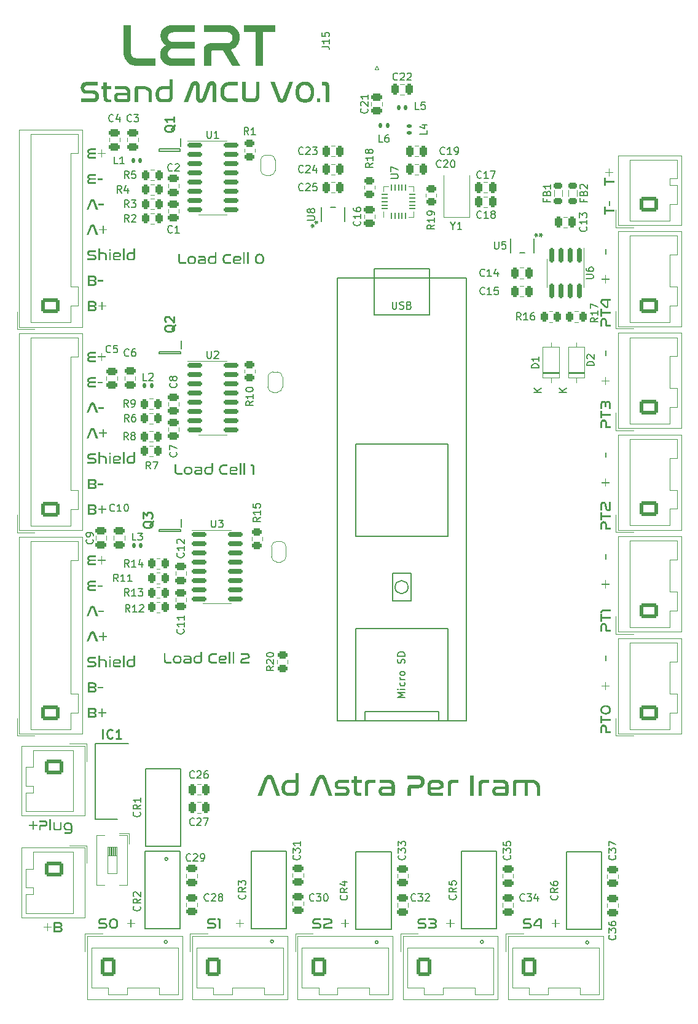
<source format=gbr>
%TF.GenerationSoftware,KiCad,Pcbnew,8.0.4*%
%TF.CreationDate,2024-08-14T00:00:12-05:00*%
%TF.ProjectId,TestStand,54657374-5374-4616-9e64-2e6b69636164,rev?*%
%TF.SameCoordinates,Original*%
%TF.FileFunction,Legend,Top*%
%TF.FilePolarity,Positive*%
%FSLAX46Y46*%
G04 Gerber Fmt 4.6, Leading zero omitted, Abs format (unit mm)*
G04 Created by KiCad (PCBNEW 8.0.4) date 2024-08-14 00:00:12*
%MOMM*%
%LPD*%
G01*
G04 APERTURE LIST*
G04 Aperture macros list*
%AMRoundRect*
0 Rectangle with rounded corners*
0 $1 Rounding radius*
0 $2 $3 $4 $5 $6 $7 $8 $9 X,Y pos of 4 corners*
0 Add a 4 corners polygon primitive as box body*
4,1,4,$2,$3,$4,$5,$6,$7,$8,$9,$2,$3,0*
0 Add four circle primitives for the rounded corners*
1,1,$1+$1,$2,$3*
1,1,$1+$1,$4,$5*
1,1,$1+$1,$6,$7*
1,1,$1+$1,$8,$9*
0 Add four rect primitives between the rounded corners*
20,1,$1+$1,$2,$3,$4,$5,0*
20,1,$1+$1,$4,$5,$6,$7,0*
20,1,$1+$1,$6,$7,$8,$9,0*
20,1,$1+$1,$8,$9,$2,$3,0*%
%AMFreePoly0*
4,1,19,0.500000,-0.750000,0.000000,-0.750000,0.000000,-0.744911,-0.071157,-0.744911,-0.207708,-0.704816,-0.327430,-0.627875,-0.420627,-0.520320,-0.479746,-0.390866,-0.500000,-0.250000,-0.500000,0.250000,-0.479746,0.390866,-0.420627,0.520320,-0.327430,0.627875,-0.207708,0.704816,-0.071157,0.744911,0.000000,0.744911,0.000000,0.750000,0.500000,0.750000,0.500000,-0.750000,0.500000,-0.750000,
$1*%
%AMFreePoly1*
4,1,19,0.000000,0.744911,0.071157,0.744911,0.207708,0.704816,0.327430,0.627875,0.420627,0.520320,0.479746,0.390866,0.500000,0.250000,0.500000,-0.250000,0.479746,-0.390866,0.420627,-0.520320,0.327430,-0.627875,0.207708,-0.704816,0.071157,-0.744911,0.000000,-0.744911,0.000000,-0.750000,-0.500000,-0.750000,-0.500000,0.750000,0.000000,0.750000,0.000000,0.744911,0.000000,0.744911,
$1*%
G04 Aperture macros list end*
%ADD10C,0.150000*%
%ADD11C,0.254000*%
%ADD12C,0.120000*%
%ADD13C,0.152400*%
%ADD14C,0.200000*%
%ADD15RoundRect,0.250000X0.475000X-0.250000X0.475000X0.250000X-0.475000X0.250000X-0.475000X-0.250000X0*%
%ADD16RoundRect,0.250000X0.250000X0.475000X-0.250000X0.475000X-0.250000X-0.475000X0.250000X-0.475000X0*%
%ADD17R,0.558800X1.270000*%
%ADD18R,1.600000X1.600000*%
%ADD19O,1.600000X1.600000*%
%ADD20RoundRect,0.250000X-0.750000X-1.050000X0.750000X-1.050000X0.750000X1.050000X-0.750000X1.050000X0*%
%ADD21O,2.000000X2.600000*%
%ADD22RoundRect,0.250000X1.050000X-0.750000X1.050000X0.750000X-1.050000X0.750000X-1.050000X-0.750000X0*%
%ADD23O,2.600000X2.000000*%
%ADD24RoundRect,0.250000X-1.050000X0.750000X-1.050000X-0.750000X1.050000X-0.750000X1.050000X0.750000X0*%
%ADD25FreePoly0,90.000000*%
%ADD26FreePoly1,90.000000*%
%ADD27RoundRect,0.250000X-0.250000X-0.475000X0.250000X-0.475000X0.250000X0.475000X-0.250000X0.475000X0*%
%ADD28R,1.980000X1.980000*%
%ADD29C,1.980000*%
%ADD30RoundRect,0.250000X-0.262500X-0.450000X0.262500X-0.450000X0.262500X0.450000X-0.262500X0.450000X0*%
%ADD31R,0.650000X1.100000*%
%ADD32RoundRect,0.150000X-0.850000X-0.150000X0.850000X-0.150000X0.850000X0.150000X-0.850000X0.150000X0*%
%ADD33RoundRect,0.250000X0.262500X0.450000X-0.262500X0.450000X-0.262500X-0.450000X0.262500X-0.450000X0*%
%ADD34R,1.651000X1.651000*%
%ADD35C,1.651000*%
%ADD36RoundRect,0.250000X-0.450000X0.262500X-0.450000X-0.262500X0.450000X-0.262500X0.450000X0.262500X0*%
%ADD37RoundRect,0.250000X-0.475000X0.250000X-0.475000X-0.250000X0.475000X-0.250000X0.475000X0.250000X0*%
%ADD38RoundRect,0.250000X0.450000X-0.262500X0.450000X0.262500X-0.450000X0.262500X-0.450000X-0.262500X0*%
%ADD39C,6.400000*%
%ADD40C,1.600000*%
%ADD41RoundRect,0.147500X-0.147500X-0.172500X0.147500X-0.172500X0.147500X0.172500X-0.147500X0.172500X0*%
%ADD42RoundRect,0.147500X0.172500X-0.147500X0.172500X0.147500X-0.172500X0.147500X-0.172500X-0.147500X0*%
%ADD43R,2.290000X5.080000*%
%ADD44R,2.420000X5.080000*%
%ADD45R,2.400000X2.000000*%
%ADD46RoundRect,0.147500X0.147500X0.172500X-0.147500X0.172500X-0.147500X-0.172500X0.147500X-0.172500X0*%
%ADD47RoundRect,0.218750X-0.381250X0.218750X-0.381250X-0.218750X0.381250X-0.218750X0.381250X0.218750X0*%
%ADD48RoundRect,0.062500X0.062500X-0.350000X0.062500X0.350000X-0.062500X0.350000X-0.062500X-0.350000X0*%
%ADD49RoundRect,0.062500X0.350000X-0.062500X0.350000X0.062500X-0.350000X0.062500X-0.350000X-0.062500X0*%
%ADD50R,2.500000X2.500000*%
%ADD51RoundRect,0.150000X-0.150000X0.825000X-0.150000X-0.825000X0.150000X-0.825000X0.150000X0.825000X0*%
G04 APERTURE END LIST*
D10*
G36*
X93048080Y-188338161D02*
G01*
X92964399Y-188342621D01*
X92890375Y-188355643D01*
X92806160Y-188385394D01*
X92737823Y-188428135D01*
X92684623Y-188482590D01*
X92645824Y-188547484D01*
X92620685Y-188621542D01*
X92608470Y-188703490D01*
X92606978Y-188747023D01*
X92611509Y-188821681D01*
X92626676Y-188894966D01*
X92654833Y-188964231D01*
X92698340Y-189026834D01*
X92759552Y-189080128D01*
X92840827Y-189121470D01*
X92916367Y-189143042D01*
X93005513Y-189155287D01*
X93072993Y-189157718D01*
X93402721Y-189157718D01*
X93488035Y-189165774D01*
X93558066Y-189192893D01*
X93608932Y-189248715D01*
X93625471Y-189327344D01*
X93610753Y-189403397D01*
X93558466Y-189465153D01*
X93487880Y-189492319D01*
X93430198Y-189497337D01*
X92632257Y-189497337D01*
X92632257Y-189745000D01*
X93421772Y-189745000D01*
X93507663Y-189740451D01*
X93583587Y-189727201D01*
X93669890Y-189697017D01*
X93739851Y-189653811D01*
X93794254Y-189598984D01*
X93833886Y-189533934D01*
X93859533Y-189460061D01*
X93871980Y-189378765D01*
X93873499Y-189335771D01*
X93868856Y-189261502D01*
X93853320Y-189188332D01*
X93824484Y-189118975D01*
X93779939Y-189056143D01*
X93717276Y-189002551D01*
X93634086Y-188960911D01*
X93556774Y-188939158D01*
X93465545Y-188926799D01*
X93396493Y-188924344D01*
X93064933Y-188924344D01*
X92983898Y-188916166D01*
X92910477Y-188883575D01*
X92864160Y-188818315D01*
X92854640Y-188755450D01*
X92868442Y-188679378D01*
X92917766Y-188618001D01*
X92994889Y-188589375D01*
X93039654Y-188586189D01*
X93766154Y-188586189D01*
X93766154Y-188338161D01*
X93048080Y-188338161D01*
G37*
G36*
X95046565Y-188338425D02*
G01*
X95134417Y-188351013D01*
X95200879Y-188382081D01*
X95253259Y-188440986D01*
X95278199Y-188510303D01*
X95286200Y-188596448D01*
X95286200Y-189745000D01*
X95035973Y-189745000D01*
X95035973Y-189449710D01*
X94372487Y-189449710D01*
X94309046Y-189447451D01*
X94220229Y-189433773D01*
X94151295Y-189407967D01*
X94092766Y-189361414D01*
X94054651Y-189286275D01*
X94044958Y-189204612D01*
X94045061Y-189195085D01*
X94049392Y-189161381D01*
X94321929Y-189161381D01*
X94344048Y-189211482D01*
X94416451Y-189229159D01*
X95035973Y-189229159D01*
X95035973Y-188654333D01*
X95033218Y-188628515D01*
X94972958Y-188586189D01*
X94861950Y-188586189D01*
X94792814Y-188597344D01*
X94733722Y-188645907D01*
X94347208Y-189097267D01*
X94321929Y-189161381D01*
X94049392Y-189161381D01*
X94054799Y-189119303D01*
X94085591Y-189044785D01*
X94132885Y-188980031D01*
X94542480Y-188497896D01*
X94583074Y-188452449D01*
X94640787Y-188401308D01*
X94706086Y-188365026D01*
X94786221Y-188343923D01*
X94872208Y-188338161D01*
X95029745Y-188338161D01*
X95046565Y-188338425D01*
G37*
G36*
X103478845Y-142428838D02*
G01*
X103958782Y-142428838D01*
X103958782Y-142916102D01*
X104111922Y-142916102D01*
X104111922Y-142428838D01*
X104604316Y-142428838D01*
X104604316Y-142273499D01*
X104111922Y-142273499D01*
X104111922Y-141786235D01*
X103958782Y-141786235D01*
X103958782Y-142273499D01*
X103478845Y-142273499D01*
X103478845Y-142428838D01*
G37*
G36*
X103338161Y-134832205D02*
G01*
X103586189Y-134832205D01*
X103586189Y-134095080D01*
X103597771Y-134017280D01*
X103635568Y-133953222D01*
X103701646Y-133911411D01*
X103774134Y-133899808D01*
X103854441Y-133913824D01*
X103921261Y-133958383D01*
X103959134Y-134026677D01*
X103968674Y-134097278D01*
X103968674Y-134607623D01*
X103975711Y-134685829D01*
X104002794Y-134754651D01*
X104060945Y-134805377D01*
X104137744Y-134826822D01*
X104193255Y-134830006D01*
X104745000Y-134830006D01*
X104745000Y-134582344D01*
X104240882Y-134582344D01*
X104205711Y-134546441D01*
X104205711Y-134105338D01*
X104199830Y-134017495D01*
X104183005Y-133940191D01*
X104145672Y-133852798D01*
X104093977Y-133782422D01*
X104030832Y-133728079D01*
X103959147Y-133688786D01*
X103881834Y-133663561D01*
X103801803Y-133651419D01*
X103761678Y-133649947D01*
X103678580Y-133656427D01*
X103600140Y-133676228D01*
X103528337Y-133709897D01*
X103465152Y-133757979D01*
X103412562Y-133821019D01*
X103372547Y-133899561D01*
X103347087Y-133994153D01*
X103338734Y-134075956D01*
X103338161Y-134105338D01*
X103338161Y-134832205D01*
G37*
G36*
X103338161Y-133513293D02*
G01*
X103586189Y-133513293D01*
X103586189Y-133099668D01*
X104745000Y-133099668D01*
X104745000Y-132849808D01*
X103586189Y-132849808D01*
X103586189Y-132436182D01*
X103338161Y-132436182D01*
X103338161Y-133513293D01*
G37*
G36*
X103338161Y-132188520D02*
G01*
X103586189Y-132188520D01*
X103586189Y-131369696D01*
X103597381Y-131294534D01*
X103639766Y-131229554D01*
X103708381Y-131198142D01*
X103741894Y-131195307D01*
X103813175Y-131213436D01*
X103860452Y-131270992D01*
X103878914Y-131327564D01*
X104013736Y-131924005D01*
X104037138Y-132006672D01*
X104067271Y-132074403D01*
X104115138Y-132139900D01*
X104175213Y-132186301D01*
X104248437Y-132215960D01*
X104335748Y-132231235D01*
X104416371Y-132234682D01*
X104629595Y-132234682D01*
X104704630Y-132215704D01*
X104742227Y-132151448D01*
X104745000Y-132117079D01*
X104745000Y-130987212D01*
X104497337Y-130987212D01*
X104497337Y-131959542D01*
X104468394Y-131987020D01*
X104397686Y-131987020D01*
X104320490Y-131975795D01*
X104263267Y-131923312D01*
X104244180Y-131869417D01*
X104113387Y-131279204D01*
X104090820Y-131199294D01*
X104061925Y-131131084D01*
X104016422Y-131061783D01*
X103959914Y-131009630D01*
X103891781Y-130973996D01*
X103811402Y-130954252D01*
X103737864Y-130949476D01*
X103646428Y-130956605D01*
X103566291Y-130977726D01*
X103497730Y-131012440D01*
X103441017Y-131060347D01*
X103396430Y-131121048D01*
X103364241Y-131194144D01*
X103344727Y-131279236D01*
X103338161Y-131375924D01*
X103338161Y-132188520D01*
G37*
G36*
X33048080Y-124338161D02*
G01*
X32964399Y-124342621D01*
X32890375Y-124355643D01*
X32806160Y-124385394D01*
X32737823Y-124428135D01*
X32684623Y-124482590D01*
X32645824Y-124547484D01*
X32620685Y-124621542D01*
X32608470Y-124703490D01*
X32606978Y-124747023D01*
X32611509Y-124821681D01*
X32626676Y-124894966D01*
X32654833Y-124964231D01*
X32698340Y-125026834D01*
X32759552Y-125080128D01*
X32840827Y-125121470D01*
X32916367Y-125143042D01*
X33005513Y-125155287D01*
X33072993Y-125157718D01*
X33402721Y-125157718D01*
X33488035Y-125165774D01*
X33558066Y-125192893D01*
X33608932Y-125248715D01*
X33625471Y-125327344D01*
X33610753Y-125403397D01*
X33558466Y-125465153D01*
X33487880Y-125492319D01*
X33430198Y-125497337D01*
X32632257Y-125497337D01*
X32632257Y-125745000D01*
X33421772Y-125745000D01*
X33507663Y-125740451D01*
X33583587Y-125727201D01*
X33669890Y-125697017D01*
X33739851Y-125653811D01*
X33794254Y-125598984D01*
X33833886Y-125533934D01*
X33859533Y-125460061D01*
X33871980Y-125378765D01*
X33873499Y-125335771D01*
X33868856Y-125261502D01*
X33853320Y-125188332D01*
X33824484Y-125118975D01*
X33779939Y-125056143D01*
X33717276Y-125002551D01*
X33634086Y-124960911D01*
X33556774Y-124939158D01*
X33465545Y-124926799D01*
X33396493Y-124924344D01*
X33064933Y-124924344D01*
X32983898Y-124916166D01*
X32910477Y-124883575D01*
X32864160Y-124818315D01*
X32854640Y-124755450D01*
X32868442Y-124679378D01*
X32917766Y-124618001D01*
X32994889Y-124589375D01*
X33039654Y-124586189D01*
X33766154Y-124586189D01*
X33766154Y-124338161D01*
X33048080Y-124338161D01*
G37*
G36*
X34135083Y-124150582D02*
G01*
X34135083Y-125745000D01*
X34357833Y-125745000D01*
X34357833Y-124854002D01*
X34748377Y-124854002D01*
X34829091Y-124858661D01*
X34913494Y-124877193D01*
X34980133Y-124909154D01*
X35037486Y-124964197D01*
X35071144Y-125036241D01*
X35082135Y-125124012D01*
X35082135Y-125745000D01*
X35307083Y-125745000D01*
X35307083Y-125124012D01*
X35302201Y-125041979D01*
X35287545Y-124966704D01*
X35252767Y-124877345D01*
X35200537Y-124801188D01*
X35130812Y-124738912D01*
X35067011Y-124701721D01*
X34993326Y-124673006D01*
X34909740Y-124653053D01*
X34816234Y-124642147D01*
X34748377Y-124640045D01*
X34357833Y-124640045D01*
X34357833Y-124150582D01*
X34135083Y-124150582D01*
G37*
G36*
X35619591Y-124642976D02*
G01*
X35619591Y-125745000D01*
X35842341Y-125745000D01*
X35842341Y-124642976D01*
X35619591Y-124642976D01*
G37*
G36*
X35619591Y-124220558D02*
G01*
X35619591Y-124478845D01*
X35844539Y-124478845D01*
X35844539Y-124220558D01*
X35619591Y-124220558D01*
G37*
G36*
X36974291Y-124645879D02*
G01*
X37052024Y-124663086D01*
X37130590Y-124699914D01*
X37189358Y-124752958D01*
X37229259Y-124821354D01*
X37251224Y-124904239D01*
X37256507Y-124980397D01*
X37251565Y-125052592D01*
X37230648Y-125130712D01*
X37191896Y-125194781D01*
X37133750Y-125244179D01*
X37054652Y-125278286D01*
X36975238Y-125294144D01*
X36880617Y-125299501D01*
X36353785Y-125299501D01*
X36353785Y-125378269D01*
X36355072Y-125401963D01*
X36383522Y-125475420D01*
X36445748Y-125517476D01*
X36523778Y-125528845D01*
X37201919Y-125528845D01*
X37201919Y-125745000D01*
X36523778Y-125745000D01*
X36427544Y-125737920D01*
X36346384Y-125717488D01*
X36265078Y-125675016D01*
X36204895Y-125615937D01*
X36164484Y-125542617D01*
X36142497Y-125457419D01*
X36137264Y-125382299D01*
X36137264Y-125007508D01*
X36353785Y-125007508D01*
X36353785Y-125125478D01*
X36874389Y-125125478D01*
X36885399Y-125125330D01*
X36958184Y-125113904D01*
X37021274Y-125065541D01*
X37038154Y-124992854D01*
X37038012Y-124985074D01*
X37017095Y-124912051D01*
X36958580Y-124866464D01*
X36880617Y-124854002D01*
X36523778Y-124854002D01*
X36501764Y-124854780D01*
X36423144Y-124875919D01*
X36368640Y-124933755D01*
X36353785Y-125007508D01*
X36137264Y-125007508D01*
X36137264Y-125005676D01*
X36138558Y-124966915D01*
X36149168Y-124893844D01*
X36178362Y-124812370D01*
X36226519Y-124744001D01*
X36294990Y-124691034D01*
X36365298Y-124661294D01*
X36450162Y-124644058D01*
X36523778Y-124640045D01*
X36882815Y-124640045D01*
X36974291Y-124645879D01*
G37*
G36*
X37529082Y-124150582D02*
G01*
X37529082Y-125745000D01*
X37751831Y-125745000D01*
X37751831Y-124150582D01*
X37529082Y-124150582D01*
G37*
G36*
X39212526Y-125272023D02*
G01*
X39212108Y-125301326D01*
X39205870Y-125383543D01*
X39186067Y-125479929D01*
X39153368Y-125561263D01*
X39108020Y-125627626D01*
X39050274Y-125679099D01*
X38980377Y-125715765D01*
X38898579Y-125737704D01*
X38805129Y-125745000D01*
X38498482Y-125745000D01*
X38471025Y-125744471D01*
X38392716Y-125736527D01*
X38298281Y-125711019D01*
X38216030Y-125668338D01*
X38146818Y-125608346D01*
X38091499Y-125530905D01*
X38059641Y-125461292D01*
X38036439Y-125381729D01*
X38022254Y-125292159D01*
X38017445Y-125192522D01*
X38242027Y-125192522D01*
X38246100Y-125275345D01*
X38262881Y-125361168D01*
X38300741Y-125439451D01*
X38358646Y-125492342D01*
X38437348Y-125521494D01*
X38519364Y-125528845D01*
X38739916Y-125528845D01*
X38756324Y-125528611D01*
X38841749Y-125517129D01*
X38914744Y-125480770D01*
X38961410Y-125417950D01*
X38982354Y-125341666D01*
X38987578Y-125261399D01*
X38987578Y-124854002D01*
X38519364Y-124854002D01*
X38501743Y-124854297D01*
X38422755Y-124864835D01*
X38347571Y-124898322D01*
X38293060Y-124955939D01*
X38262881Y-125023452D01*
X38246100Y-125109605D01*
X38242027Y-125192522D01*
X38017445Y-125192522D01*
X38019591Y-125125037D01*
X38030691Y-125032179D01*
X38050928Y-124949319D01*
X38079940Y-124876404D01*
X38117368Y-124813381D01*
X38179741Y-124744649D01*
X38255579Y-124693284D01*
X38344029Y-124659164D01*
X38418129Y-124644816D01*
X38498482Y-124640045D01*
X38987578Y-124640045D01*
X38987578Y-124150582D01*
X39212526Y-124150582D01*
X39212526Y-125272023D01*
G37*
G36*
X33262037Y-145594249D02*
G01*
X33318571Y-145546637D01*
X33333478Y-145545523D01*
X33397552Y-145582478D01*
X33402721Y-145594249D01*
X33833565Y-146745000D01*
X34108705Y-146745000D01*
X33629867Y-145474082D01*
X33596533Y-145408098D01*
X33545123Y-145351256D01*
X33479990Y-145314238D01*
X33400881Y-145295088D01*
X33335676Y-145291266D01*
X33257274Y-145296804D01*
X33179347Y-145318386D01*
X33115522Y-145358117D01*
X33065291Y-145417951D01*
X33037456Y-145474082D01*
X32539567Y-146745000D01*
X32812875Y-146745000D01*
X33262037Y-145594249D01*
G37*
G36*
X34146441Y-145971238D02*
G01*
X34146441Y-146185561D01*
X34896022Y-146185561D01*
X34896022Y-145971238D01*
X34146441Y-145971238D01*
G37*
G36*
X33473740Y-159339986D02*
G01*
X33556000Y-159349368D01*
X33628493Y-159366342D01*
X33710410Y-159400043D01*
X33776046Y-159445460D01*
X33826021Y-159501576D01*
X33860951Y-159567373D01*
X33881456Y-159641834D01*
X33888154Y-159723942D01*
X33880689Y-159807711D01*
X33858575Y-159878947D01*
X33814820Y-159947122D01*
X33752366Y-160000245D01*
X33684455Y-160034619D01*
X33753621Y-160070633D01*
X33817856Y-160126359D01*
X33863315Y-160197329D01*
X33886499Y-160270679D01*
X33894382Y-160355921D01*
X33892720Y-160397421D01*
X33879196Y-160475494D01*
X33851556Y-160546001D01*
X33809181Y-160607743D01*
X33751453Y-160659522D01*
X33677753Y-160700141D01*
X33587465Y-160728401D01*
X33508489Y-160740766D01*
X33419574Y-160745000D01*
X32789794Y-160745000D01*
X32755425Y-160742227D01*
X32691169Y-160704630D01*
X32672191Y-160629595D01*
X32672191Y-160476454D01*
X32915823Y-160476454D01*
X32942934Y-160499535D01*
X33425802Y-160499535D01*
X33439581Y-160499335D01*
X33512493Y-160489934D01*
X33584247Y-160456677D01*
X33631367Y-160393353D01*
X33644521Y-160316353D01*
X33644306Y-160305423D01*
X33627095Y-160229877D01*
X33575013Y-160170760D01*
X33499860Y-160141931D01*
X33425802Y-160135369D01*
X32915823Y-160135369D01*
X32915823Y-160476454D01*
X32672191Y-160476454D01*
X32672191Y-159606706D01*
X32915823Y-159606706D01*
X32915823Y-159929839D01*
X33419574Y-159929839D01*
X33505340Y-159922095D01*
X33576980Y-159893939D01*
X33624520Y-159836948D01*
X33637927Y-159763143D01*
X33637736Y-159753017D01*
X33622058Y-159680589D01*
X33572526Y-159620291D01*
X33497906Y-159589173D01*
X33421772Y-159581793D01*
X32942934Y-159581793D01*
X32915823Y-159606706D01*
X32672191Y-159606706D01*
X32672191Y-159453932D01*
X32674971Y-159420417D01*
X32717485Y-159354312D01*
X32789794Y-159338161D01*
X33413346Y-159338161D01*
X33473740Y-159339986D01*
G37*
G36*
X34580582Y-159478845D02*
G01*
X34580582Y-159958782D01*
X34093318Y-159958782D01*
X34093318Y-160111922D01*
X34580582Y-160111922D01*
X34580582Y-160604316D01*
X34735921Y-160604316D01*
X34735921Y-160111922D01*
X35223185Y-160111922D01*
X35223185Y-159958782D01*
X34735921Y-159958782D01*
X34735921Y-159478845D01*
X34580582Y-159478845D01*
G37*
G36*
X103838161Y-91439183D02*
G01*
X104086189Y-91439183D01*
X104086189Y-91025558D01*
X105245000Y-91025558D01*
X105245000Y-90775697D01*
X104086189Y-90775697D01*
X104086189Y-90362072D01*
X103838161Y-90362072D01*
X103838161Y-91439183D01*
G37*
G36*
X104471238Y-90301988D02*
G01*
X104685561Y-90301988D01*
X104685561Y-89552407D01*
X104471238Y-89552407D01*
X104471238Y-90301988D01*
G37*
G36*
X33473740Y-131339986D02*
G01*
X33556000Y-131349368D01*
X33628493Y-131366342D01*
X33710410Y-131400043D01*
X33776046Y-131445460D01*
X33826021Y-131501576D01*
X33860951Y-131567373D01*
X33881456Y-131641834D01*
X33888154Y-131723942D01*
X33880689Y-131807711D01*
X33858575Y-131878947D01*
X33814820Y-131947122D01*
X33752366Y-132000245D01*
X33684455Y-132034619D01*
X33753621Y-132070633D01*
X33817856Y-132126359D01*
X33863315Y-132197329D01*
X33886499Y-132270679D01*
X33894382Y-132355921D01*
X33892720Y-132397421D01*
X33879196Y-132475494D01*
X33851556Y-132546001D01*
X33809181Y-132607743D01*
X33751453Y-132659522D01*
X33677753Y-132700141D01*
X33587465Y-132728401D01*
X33508489Y-132740766D01*
X33419574Y-132745000D01*
X32789794Y-132745000D01*
X32755425Y-132742227D01*
X32691169Y-132704630D01*
X32672191Y-132629595D01*
X32672191Y-132476454D01*
X32915823Y-132476454D01*
X32942934Y-132499535D01*
X33425802Y-132499535D01*
X33439581Y-132499335D01*
X33512493Y-132489934D01*
X33584247Y-132456677D01*
X33631367Y-132393353D01*
X33644521Y-132316353D01*
X33644306Y-132305423D01*
X33627095Y-132229877D01*
X33575013Y-132170760D01*
X33499860Y-132141931D01*
X33425802Y-132135369D01*
X32915823Y-132135369D01*
X32915823Y-132476454D01*
X32672191Y-132476454D01*
X32672191Y-131606706D01*
X32915823Y-131606706D01*
X32915823Y-131929839D01*
X33419574Y-131929839D01*
X33505340Y-131922095D01*
X33576980Y-131893939D01*
X33624520Y-131836948D01*
X33637927Y-131763143D01*
X33637736Y-131753017D01*
X33622058Y-131680589D01*
X33572526Y-131620291D01*
X33497906Y-131589173D01*
X33421772Y-131581793D01*
X32942934Y-131581793D01*
X32915823Y-131606706D01*
X32672191Y-131606706D01*
X32672191Y-131453932D01*
X32674971Y-131420417D01*
X32717485Y-131354312D01*
X32789794Y-131338161D01*
X33413346Y-131338161D01*
X33473740Y-131339986D01*
G37*
G36*
X34580582Y-131478845D02*
G01*
X34580582Y-131958782D01*
X34093318Y-131958782D01*
X34093318Y-132111922D01*
X34580582Y-132111922D01*
X34580582Y-132604316D01*
X34735921Y-132604316D01*
X34735921Y-132111922D01*
X35223185Y-132111922D01*
X35223185Y-131958782D01*
X34735921Y-131958782D01*
X34735921Y-131478845D01*
X34580582Y-131478845D01*
G37*
G36*
X103971238Y-138939183D02*
G01*
X104185561Y-138939183D01*
X104185561Y-138189602D01*
X103971238Y-138189602D01*
X103971238Y-138939183D01*
G37*
G36*
X33048080Y-96338161D02*
G01*
X32964399Y-96342621D01*
X32890375Y-96355643D01*
X32806160Y-96385394D01*
X32737823Y-96428135D01*
X32684623Y-96482590D01*
X32645824Y-96547484D01*
X32620685Y-96621542D01*
X32608470Y-96703490D01*
X32606978Y-96747023D01*
X32611509Y-96821681D01*
X32626676Y-96894966D01*
X32654833Y-96964231D01*
X32698340Y-97026834D01*
X32759552Y-97080128D01*
X32840827Y-97121470D01*
X32916367Y-97143042D01*
X33005513Y-97155287D01*
X33072993Y-97157718D01*
X33402721Y-97157718D01*
X33488035Y-97165774D01*
X33558066Y-97192893D01*
X33608932Y-97248715D01*
X33625471Y-97327344D01*
X33610753Y-97403397D01*
X33558466Y-97465153D01*
X33487880Y-97492319D01*
X33430198Y-97497337D01*
X32632257Y-97497337D01*
X32632257Y-97745000D01*
X33421772Y-97745000D01*
X33507663Y-97740451D01*
X33583587Y-97727201D01*
X33669890Y-97697017D01*
X33739851Y-97653811D01*
X33794254Y-97598984D01*
X33833886Y-97533934D01*
X33859533Y-97460061D01*
X33871980Y-97378765D01*
X33873499Y-97335771D01*
X33868856Y-97261502D01*
X33853320Y-97188332D01*
X33824484Y-97118975D01*
X33779939Y-97056143D01*
X33717276Y-97002551D01*
X33634086Y-96960911D01*
X33556774Y-96939158D01*
X33465545Y-96926799D01*
X33396493Y-96924344D01*
X33064933Y-96924344D01*
X32983898Y-96916166D01*
X32910477Y-96883575D01*
X32864160Y-96818315D01*
X32854640Y-96755450D01*
X32868442Y-96679378D01*
X32917766Y-96618001D01*
X32994889Y-96589375D01*
X33039654Y-96586189D01*
X33766154Y-96586189D01*
X33766154Y-96338161D01*
X33048080Y-96338161D01*
G37*
G36*
X34135083Y-96150582D02*
G01*
X34135083Y-97745000D01*
X34357833Y-97745000D01*
X34357833Y-96854002D01*
X34748377Y-96854002D01*
X34829091Y-96858661D01*
X34913494Y-96877193D01*
X34980133Y-96909154D01*
X35037486Y-96964197D01*
X35071144Y-97036241D01*
X35082135Y-97124012D01*
X35082135Y-97745000D01*
X35307083Y-97745000D01*
X35307083Y-97124012D01*
X35302201Y-97041979D01*
X35287545Y-96966704D01*
X35252767Y-96877345D01*
X35200537Y-96801188D01*
X35130812Y-96738912D01*
X35067011Y-96701721D01*
X34993326Y-96673006D01*
X34909740Y-96653053D01*
X34816234Y-96642147D01*
X34748377Y-96640045D01*
X34357833Y-96640045D01*
X34357833Y-96150582D01*
X34135083Y-96150582D01*
G37*
G36*
X35619591Y-96642976D02*
G01*
X35619591Y-97745000D01*
X35842341Y-97745000D01*
X35842341Y-96642976D01*
X35619591Y-96642976D01*
G37*
G36*
X35619591Y-96220558D02*
G01*
X35619591Y-96478845D01*
X35844539Y-96478845D01*
X35844539Y-96220558D01*
X35619591Y-96220558D01*
G37*
G36*
X36974291Y-96645879D02*
G01*
X37052024Y-96663086D01*
X37130590Y-96699914D01*
X37189358Y-96752958D01*
X37229259Y-96821354D01*
X37251224Y-96904239D01*
X37256507Y-96980397D01*
X37251565Y-97052592D01*
X37230648Y-97130712D01*
X37191896Y-97194781D01*
X37133750Y-97244179D01*
X37054652Y-97278286D01*
X36975238Y-97294144D01*
X36880617Y-97299501D01*
X36353785Y-97299501D01*
X36353785Y-97378269D01*
X36355072Y-97401963D01*
X36383522Y-97475420D01*
X36445748Y-97517476D01*
X36523778Y-97528845D01*
X37201919Y-97528845D01*
X37201919Y-97745000D01*
X36523778Y-97745000D01*
X36427544Y-97737920D01*
X36346384Y-97717488D01*
X36265078Y-97675016D01*
X36204895Y-97615937D01*
X36164484Y-97542617D01*
X36142497Y-97457419D01*
X36137264Y-97382299D01*
X36137264Y-97007508D01*
X36353785Y-97007508D01*
X36353785Y-97125478D01*
X36874389Y-97125478D01*
X36885399Y-97125330D01*
X36958184Y-97113904D01*
X37021274Y-97065541D01*
X37038154Y-96992854D01*
X37038012Y-96985074D01*
X37017095Y-96912051D01*
X36958580Y-96866464D01*
X36880617Y-96854002D01*
X36523778Y-96854002D01*
X36501764Y-96854780D01*
X36423144Y-96875919D01*
X36368640Y-96933755D01*
X36353785Y-97007508D01*
X36137264Y-97007508D01*
X36137264Y-97005676D01*
X36138558Y-96966915D01*
X36149168Y-96893844D01*
X36178362Y-96812370D01*
X36226519Y-96744001D01*
X36294990Y-96691034D01*
X36365298Y-96661294D01*
X36450162Y-96644058D01*
X36523778Y-96640045D01*
X36882815Y-96640045D01*
X36974291Y-96645879D01*
G37*
G36*
X37529082Y-96150582D02*
G01*
X37529082Y-97745000D01*
X37751831Y-97745000D01*
X37751831Y-96150582D01*
X37529082Y-96150582D01*
G37*
G36*
X39212526Y-97272023D02*
G01*
X39212108Y-97301326D01*
X39205870Y-97383543D01*
X39186067Y-97479929D01*
X39153368Y-97561263D01*
X39108020Y-97627626D01*
X39050274Y-97679099D01*
X38980377Y-97715765D01*
X38898579Y-97737704D01*
X38805129Y-97745000D01*
X38498482Y-97745000D01*
X38471025Y-97744471D01*
X38392716Y-97736527D01*
X38298281Y-97711019D01*
X38216030Y-97668338D01*
X38146818Y-97608346D01*
X38091499Y-97530905D01*
X38059641Y-97461292D01*
X38036439Y-97381729D01*
X38022254Y-97292159D01*
X38017445Y-97192522D01*
X38242027Y-97192522D01*
X38246100Y-97275345D01*
X38262881Y-97361168D01*
X38300741Y-97439451D01*
X38358646Y-97492342D01*
X38437348Y-97521494D01*
X38519364Y-97528845D01*
X38739916Y-97528845D01*
X38756324Y-97528611D01*
X38841749Y-97517129D01*
X38914744Y-97480770D01*
X38961410Y-97417950D01*
X38982354Y-97341666D01*
X38987578Y-97261399D01*
X38987578Y-96854002D01*
X38519364Y-96854002D01*
X38501743Y-96854297D01*
X38422755Y-96864835D01*
X38347571Y-96898322D01*
X38293060Y-96955939D01*
X38262881Y-97023452D01*
X38246100Y-97109605D01*
X38242027Y-97192522D01*
X38017445Y-97192522D01*
X38019591Y-97125037D01*
X38030691Y-97032179D01*
X38050928Y-96949319D01*
X38079940Y-96876404D01*
X38117368Y-96813381D01*
X38179741Y-96744649D01*
X38255579Y-96693284D01*
X38344029Y-96659164D01*
X38418129Y-96644816D01*
X38498482Y-96640045D01*
X38987578Y-96640045D01*
X38987578Y-96150582D01*
X39212526Y-96150582D01*
X39212526Y-97272023D01*
G37*
G36*
X33094242Y-138338161D02*
G01*
X33005327Y-138342293D01*
X32926352Y-138354375D01*
X32836063Y-138382029D01*
X32762364Y-138421845D01*
X32704635Y-138472700D01*
X32662260Y-138533468D01*
X32634620Y-138603025D01*
X32621096Y-138680245D01*
X32619434Y-138721378D01*
X32626527Y-138802167D01*
X32647738Y-138873259D01*
X32690193Y-138943476D01*
X32751564Y-138999468D01*
X32819103Y-139035718D01*
X32751872Y-139072128D01*
X32689525Y-139128947D01*
X32645466Y-139201076D01*
X32623026Y-139274983D01*
X32615404Y-139359951D01*
X32621917Y-139439503D01*
X32641954Y-139512696D01*
X32676262Y-139578221D01*
X32725588Y-139634770D01*
X32790679Y-139681031D01*
X32872283Y-139715696D01*
X32944771Y-139733297D01*
X33027282Y-139743086D01*
X33088014Y-139745000D01*
X33806088Y-139745000D01*
X33806088Y-139497337D01*
X33088014Y-139497337D01*
X33014362Y-139490455D01*
X32940591Y-139460951D01*
X32890269Y-139402433D01*
X32873894Y-139330260D01*
X32873691Y-139320017D01*
X32887424Y-139245118D01*
X32935326Y-139186633D01*
X33006257Y-139157406D01*
X33089846Y-139149291D01*
X33793632Y-139149291D01*
X33793632Y-138924344D01*
X33096441Y-138924344D01*
X33012660Y-138916918D01*
X32941609Y-138889643D01*
X32893658Y-138833771D01*
X32879919Y-138760579D01*
X32892439Y-138688353D01*
X32937935Y-138627886D01*
X33008237Y-138595616D01*
X33094242Y-138586189D01*
X33803890Y-138586189D01*
X33803890Y-138338161D01*
X33094242Y-138338161D01*
G37*
G36*
X34526360Y-138478845D02*
G01*
X34526360Y-138958782D01*
X34039096Y-138958782D01*
X34039096Y-139111922D01*
X34526360Y-139111922D01*
X34526360Y-139604316D01*
X34681699Y-139604316D01*
X34681699Y-139111922D01*
X35168963Y-139111922D01*
X35168963Y-138958782D01*
X34681699Y-138958782D01*
X34681699Y-138478845D01*
X34526360Y-138478845D01*
G37*
G36*
X64048080Y-188338161D02*
G01*
X63964399Y-188342621D01*
X63890375Y-188355643D01*
X63806160Y-188385394D01*
X63737823Y-188428135D01*
X63684623Y-188482590D01*
X63645824Y-188547484D01*
X63620685Y-188621542D01*
X63608470Y-188703490D01*
X63606978Y-188747023D01*
X63611509Y-188821681D01*
X63626676Y-188894966D01*
X63654833Y-188964231D01*
X63698340Y-189026834D01*
X63759552Y-189080128D01*
X63840827Y-189121470D01*
X63916367Y-189143042D01*
X64005513Y-189155287D01*
X64072993Y-189157718D01*
X64402721Y-189157718D01*
X64488035Y-189165774D01*
X64558066Y-189192893D01*
X64608932Y-189248715D01*
X64625471Y-189327344D01*
X64610753Y-189403397D01*
X64558466Y-189465153D01*
X64487880Y-189492319D01*
X64430198Y-189497337D01*
X63632257Y-189497337D01*
X63632257Y-189745000D01*
X64421772Y-189745000D01*
X64507663Y-189740451D01*
X64583587Y-189727201D01*
X64669890Y-189697017D01*
X64739851Y-189653811D01*
X64794254Y-189598984D01*
X64833886Y-189533934D01*
X64859533Y-189460061D01*
X64871980Y-189378765D01*
X64873499Y-189335771D01*
X64868856Y-189261502D01*
X64853320Y-189188332D01*
X64824484Y-189118975D01*
X64779939Y-189056143D01*
X64717276Y-189002551D01*
X64634086Y-188960911D01*
X64556774Y-188939158D01*
X64465545Y-188926799D01*
X64396493Y-188924344D01*
X64064933Y-188924344D01*
X63983898Y-188916166D01*
X63910477Y-188883575D01*
X63864160Y-188818315D01*
X63854640Y-188755450D01*
X63868442Y-188679378D01*
X63917766Y-188618001D01*
X63994889Y-188589375D01*
X64039654Y-188586189D01*
X64766154Y-188586189D01*
X64766154Y-188338161D01*
X64048080Y-188338161D01*
G37*
G36*
X65162561Y-188338161D02*
G01*
X65162561Y-188586189D01*
X65981385Y-188586189D01*
X66056547Y-188597381D01*
X66121527Y-188639766D01*
X66152939Y-188708381D01*
X66155774Y-188741894D01*
X66137644Y-188813175D01*
X66080089Y-188860452D01*
X66023517Y-188878914D01*
X65427076Y-189013736D01*
X65344408Y-189037138D01*
X65276677Y-189067271D01*
X65211180Y-189115138D01*
X65164780Y-189175213D01*
X65135121Y-189248437D01*
X65119845Y-189335748D01*
X65116399Y-189416371D01*
X65116399Y-189629595D01*
X65135377Y-189704630D01*
X65199633Y-189742227D01*
X65234002Y-189745000D01*
X66363869Y-189745000D01*
X66363869Y-189497337D01*
X65391538Y-189497337D01*
X65364061Y-189468394D01*
X65364061Y-189397686D01*
X65375286Y-189320490D01*
X65427769Y-189263267D01*
X65481664Y-189244180D01*
X66071877Y-189113387D01*
X66151786Y-189090820D01*
X66219997Y-189061925D01*
X66289298Y-189016422D01*
X66341451Y-188959914D01*
X66377085Y-188891781D01*
X66396828Y-188811402D01*
X66401605Y-188737864D01*
X66394475Y-188646428D01*
X66373354Y-188566291D01*
X66338641Y-188497730D01*
X66290734Y-188441017D01*
X66230032Y-188396430D01*
X66156936Y-188364241D01*
X66071844Y-188344727D01*
X65975157Y-188338161D01*
X65162561Y-188338161D01*
G37*
G36*
X68071161Y-188478845D02*
G01*
X68071161Y-188958782D01*
X67583897Y-188958782D01*
X67583897Y-189111922D01*
X68071161Y-189111922D01*
X68071161Y-189604316D01*
X68226500Y-189604316D01*
X68226500Y-189111922D01*
X68713764Y-189111922D01*
X68713764Y-188958782D01*
X68226500Y-188958782D01*
X68226500Y-188478845D01*
X68071161Y-188478845D01*
G37*
G36*
X32596161Y-73176322D02*
G01*
X32428798Y-73185242D01*
X32280750Y-73211286D01*
X32112321Y-73270789D01*
X31975646Y-73356270D01*
X31869247Y-73465180D01*
X31791648Y-73594968D01*
X31741371Y-73743085D01*
X31716941Y-73906980D01*
X31713956Y-73994047D01*
X31723019Y-74143363D01*
X31753352Y-74289932D01*
X31809667Y-74428463D01*
X31896680Y-74553668D01*
X32019105Y-74660257D01*
X32181655Y-74742941D01*
X32332735Y-74786084D01*
X32511027Y-74810574D01*
X32645987Y-74815436D01*
X33305443Y-74815436D01*
X33476070Y-74831549D01*
X33616133Y-74885786D01*
X33717865Y-74997431D01*
X33750942Y-75154689D01*
X33721507Y-75306795D01*
X33616932Y-75430307D01*
X33475760Y-75484639D01*
X33360397Y-75494675D01*
X31764515Y-75494675D01*
X31764515Y-75990000D01*
X33343545Y-75990000D01*
X33515326Y-75980903D01*
X33667175Y-75954402D01*
X33839781Y-75894035D01*
X33979702Y-75807623D01*
X34088509Y-75697968D01*
X34167773Y-75567868D01*
X34219067Y-75420122D01*
X34243961Y-75257530D01*
X34246999Y-75171542D01*
X34237712Y-75023004D01*
X34206641Y-74876664D01*
X34148969Y-74737950D01*
X34059878Y-74612287D01*
X33934552Y-74505102D01*
X33768172Y-74421823D01*
X33613549Y-74378316D01*
X33431091Y-74353598D01*
X33292986Y-74348688D01*
X32629867Y-74348688D01*
X32467796Y-74332333D01*
X32320955Y-74267150D01*
X32228320Y-74136631D01*
X32209281Y-74010900D01*
X32236884Y-73858757D01*
X32335532Y-73736003D01*
X32489778Y-73678750D01*
X32579309Y-73672379D01*
X34032309Y-73672379D01*
X34032309Y-73176322D01*
X32596161Y-73176322D01*
G37*
G36*
X34547418Y-73780090D02*
G01*
X34547418Y-74208004D01*
X34850034Y-74208004D01*
X34850034Y-75227962D01*
X34855302Y-75380169D01*
X34879079Y-75552672D01*
X34922666Y-75692624D01*
X35006106Y-75825502D01*
X35123033Y-75916091D01*
X35274857Y-75969153D01*
X35422389Y-75987785D01*
X35505094Y-75990000D01*
X35904431Y-75990000D01*
X35904431Y-75582602D01*
X35597418Y-75582602D01*
X35448574Y-75561020D01*
X35331936Y-75452316D01*
X35300244Y-75297150D01*
X35299197Y-75252875D01*
X35299197Y-74208004D01*
X35912491Y-74208004D01*
X35912491Y-73780090D01*
X35299197Y-73780090D01*
X35299197Y-73270111D01*
X34850034Y-73270111D01*
X34850034Y-73780090D01*
X34547418Y-73780090D01*
G37*
G36*
X37956323Y-73794252D02*
G01*
X38118462Y-73835136D01*
X38280918Y-73920156D01*
X38401192Y-74038476D01*
X38481967Y-74185400D01*
X38525927Y-74356232D01*
X38536392Y-74506957D01*
X38536392Y-75545233D01*
X38529485Y-75681026D01*
X38490256Y-75826352D01*
X38388057Y-75933508D01*
X38233873Y-75980560D01*
X38079169Y-75990000D01*
X37041625Y-75990000D01*
X36858831Y-75978193D01*
X36703780Y-75943494D01*
X36547398Y-75869577D01*
X36430713Y-75763695D01*
X36351695Y-75627960D01*
X36308314Y-75464487D01*
X36297906Y-75315157D01*
X36299651Y-75289511D01*
X36734612Y-75289511D01*
X36767857Y-75435361D01*
X36888614Y-75533852D01*
X37045289Y-75557690D01*
X37978053Y-75557690D01*
X38001369Y-75556791D01*
X38099685Y-75444849D01*
X38099685Y-75030125D01*
X37054082Y-75030125D01*
X36889963Y-75052268D01*
X36767191Y-75146064D01*
X36734612Y-75289511D01*
X36299651Y-75289511D01*
X36307630Y-75172239D01*
X36348902Y-75016762D01*
X36425576Y-74888518D01*
X36540924Y-74789100D01*
X36698216Y-74720101D01*
X36856447Y-74687874D01*
X37045289Y-74676950D01*
X38099685Y-74676950D01*
X38099685Y-74511353D01*
X38097094Y-74464588D01*
X38039975Y-74317374D01*
X37915450Y-74231497D01*
X37759699Y-74208004D01*
X36432728Y-74208004D01*
X36432728Y-73780090D01*
X37764096Y-73780090D01*
X37956323Y-73794252D01*
G37*
G36*
X39477215Y-73780090D02*
G01*
X39320540Y-73801999D01*
X39206299Y-73900876D01*
X39168913Y-74055706D01*
X39166538Y-74124473D01*
X39166538Y-75990000D01*
X39612037Y-75990000D01*
X39612037Y-74271018D01*
X39666259Y-74208004D01*
X40393126Y-74208004D01*
X40555606Y-74216962D01*
X40724958Y-74252886D01*
X40858158Y-74315469D01*
X40972311Y-74424531D01*
X41038974Y-74569218D01*
X41060049Y-74715918D01*
X41060642Y-74748025D01*
X41060642Y-75990000D01*
X41510537Y-75990000D01*
X41510537Y-74748025D01*
X41500879Y-74582943D01*
X41471839Y-74431776D01*
X41402792Y-74252742D01*
X41298866Y-74100551D01*
X41159821Y-73976404D01*
X41032345Y-73902420D01*
X40884878Y-73845395D01*
X40717318Y-73805835D01*
X40529564Y-73784247D01*
X40393126Y-73780090D01*
X39477215Y-73780090D01*
G37*
G36*
X44420935Y-75044047D02*
G01*
X44420099Y-75102653D01*
X44407622Y-75267087D01*
X44368018Y-75459859D01*
X44302619Y-75622526D01*
X44211924Y-75755252D01*
X44096430Y-75858199D01*
X43956637Y-75931530D01*
X43793041Y-75975409D01*
X43606140Y-75990000D01*
X42992847Y-75990000D01*
X42937933Y-75988943D01*
X42781316Y-75973055D01*
X42592445Y-75922039D01*
X42427943Y-75836676D01*
X42289519Y-75716692D01*
X42178881Y-75561811D01*
X42115166Y-75422585D01*
X42068762Y-75263459D01*
X42040391Y-75084318D01*
X42030774Y-74885045D01*
X42479937Y-74885045D01*
X42488083Y-75050690D01*
X42521646Y-75222337D01*
X42597366Y-75378902D01*
X42713175Y-75484685D01*
X42870580Y-75542988D01*
X43034612Y-75557690D01*
X43475715Y-75557690D01*
X43508531Y-75557222D01*
X43679381Y-75534258D01*
X43825371Y-75461540D01*
X43918703Y-75335900D01*
X43960592Y-75183332D01*
X43971039Y-75022798D01*
X43971039Y-74208004D01*
X43034612Y-74208004D01*
X42999369Y-74208594D01*
X42841393Y-74229671D01*
X42691025Y-74296644D01*
X42582003Y-74411878D01*
X42521646Y-74546905D01*
X42488083Y-74719211D01*
X42479937Y-74885045D01*
X42030774Y-74885045D01*
X42035066Y-74750075D01*
X42057266Y-74564359D01*
X42097739Y-74398639D01*
X42155764Y-74252809D01*
X42230620Y-74126763D01*
X42355364Y-73989298D01*
X42507041Y-73886569D01*
X42683941Y-73818329D01*
X42832141Y-73789632D01*
X42992847Y-73780090D01*
X43971039Y-73780090D01*
X43971039Y-72801165D01*
X44420935Y-72801165D01*
X44420935Y-75044047D01*
G37*
G36*
X47313014Y-73684836D02*
G01*
X47410504Y-73573099D01*
X47468353Y-73561737D01*
X47597734Y-73643557D01*
X47614898Y-73726601D01*
X47614898Y-75414075D01*
X47630284Y-75580133D01*
X47676373Y-75724765D01*
X47772069Y-75866168D01*
X47911659Y-75968004D01*
X48061389Y-76019213D01*
X48241381Y-76036894D01*
X48404647Y-76022438D01*
X48567178Y-75968678D01*
X48697608Y-75878153D01*
X48800516Y-75753991D01*
X48880483Y-75599323D01*
X48913293Y-75511528D01*
X49602058Y-73684836D01*
X49700395Y-73573099D01*
X49757397Y-73561737D01*
X49884112Y-73643557D01*
X49900279Y-73726601D01*
X49900279Y-75990000D01*
X50400000Y-75990000D01*
X50400000Y-73701688D01*
X50384600Y-73537337D01*
X50338413Y-73393796D01*
X50242371Y-73253075D01*
X50102049Y-73151459D01*
X49951308Y-73100245D01*
X49769853Y-73082533D01*
X49606631Y-73097037D01*
X49444932Y-73150949D01*
X49315774Y-73241675D01*
X49214141Y-73366027D01*
X49135022Y-73520818D01*
X49102337Y-73608632D01*
X48413572Y-75435324D01*
X48313158Y-75543512D01*
X48253838Y-75554026D01*
X48127123Y-75473396D01*
X48110956Y-75392826D01*
X48110956Y-73701688D01*
X48095556Y-73537337D01*
X48049369Y-73393796D01*
X47953327Y-73253075D01*
X47813005Y-73151459D01*
X47662264Y-73100245D01*
X47480809Y-73082533D01*
X47317584Y-73097034D01*
X47155859Y-73150919D01*
X47026620Y-73241565D01*
X46924825Y-73365755D01*
X46845432Y-73520273D01*
X46812561Y-73607899D01*
X45934752Y-75990000D01*
X46464515Y-75990000D01*
X47313014Y-73684836D01*
G37*
G36*
X52258932Y-73176322D02*
G01*
X52108817Y-73181794D01*
X51900007Y-73210541D01*
X51711240Y-73263975D01*
X51542971Y-73342138D01*
X51395658Y-73445074D01*
X51269755Y-73572826D01*
X51165721Y-73725439D01*
X51084011Y-73902955D01*
X51025081Y-74105418D01*
X50998676Y-74254274D01*
X50982734Y-74414250D01*
X50977390Y-74585359D01*
X50982685Y-74755814D01*
X50998496Y-74915203D01*
X51024704Y-75063533D01*
X51083261Y-75265318D01*
X51164562Y-75442278D01*
X51268216Y-75594445D01*
X51393832Y-75721853D01*
X51541019Y-75824533D01*
X51709385Y-75902519D01*
X51898540Y-75955842D01*
X52108092Y-75984537D01*
X52258932Y-75990000D01*
X53355094Y-75990000D01*
X53355094Y-75494675D01*
X52258932Y-75494675D01*
X52112408Y-75487483D01*
X51942205Y-75454916D01*
X51799903Y-75395011D01*
X51659835Y-75279894D01*
X51576886Y-75154178D01*
X51518796Y-74997301D01*
X51484628Y-74808087D01*
X51474138Y-74644247D01*
X51473447Y-74585359D01*
X51479802Y-74414188D01*
X51499094Y-74262209D01*
X51545530Y-74088536D01*
X51616378Y-73946849D01*
X51712445Y-73835927D01*
X51834538Y-73754552D01*
X51983464Y-73701504D01*
X52160031Y-73675564D01*
X52258932Y-73672379D01*
X53355094Y-73672379D01*
X53355094Y-73176322D01*
X52258932Y-73176322D01*
G37*
G36*
X53925157Y-73176322D02*
G01*
X53925157Y-75090942D01*
X53933335Y-75250090D01*
X53969587Y-75438617D01*
X54034634Y-75599879D01*
X54128288Y-75733644D01*
X54250359Y-75839681D01*
X54400660Y-75917758D01*
X54578999Y-75967642D01*
X54731042Y-75986415D01*
X54841067Y-75990000D01*
X55437508Y-75990000D01*
X55599872Y-75981940D01*
X55746845Y-75957827D01*
X55918652Y-75900873D01*
X56062573Y-75815784D01*
X56178309Y-75702793D01*
X56265559Y-75562132D01*
X56324021Y-75394032D01*
X56353397Y-75198725D01*
X56357083Y-75090942D01*
X56357083Y-73176322D01*
X55869818Y-73176322D01*
X55869818Y-75053572D01*
X55848422Y-75219480D01*
X55770245Y-75364271D01*
X55632587Y-75457242D01*
X55488947Y-75490442D01*
X55403803Y-75494675D01*
X54899685Y-75494675D01*
X54734649Y-75477891D01*
X54589131Y-75417496D01*
X54481621Y-75298091D01*
X54436053Y-75152678D01*
X54429274Y-75053572D01*
X54429274Y-73176322D01*
X53925157Y-73176322D01*
G37*
G36*
X57875296Y-73176322D02*
G01*
X58824912Y-75671995D01*
X58895129Y-75808520D01*
X59003838Y-75922735D01*
X59138547Y-75994467D01*
X59296266Y-76030068D01*
X59421353Y-76036894D01*
X59576119Y-76025887D01*
X59730536Y-75982918D01*
X59857499Y-75903694D01*
X59957744Y-75784209D01*
X60013398Y-75671995D01*
X61013572Y-73176322D01*
X60463293Y-73176322D01*
X59559839Y-75433126D01*
X59445456Y-75527724D01*
X59421353Y-75529113D01*
X59293206Y-75456394D01*
X59282868Y-75433126D01*
X58421912Y-73176322D01*
X57875296Y-73176322D01*
G37*
G36*
X62757976Y-73135369D02*
G01*
X62966622Y-73166406D01*
X63155258Y-73223686D01*
X63323424Y-73306864D01*
X63470661Y-73415596D01*
X63596509Y-73549539D01*
X63700507Y-73708347D01*
X63782195Y-73891678D01*
X63841113Y-74099186D01*
X63867514Y-74250787D01*
X63883455Y-74412878D01*
X63888799Y-74585359D01*
X63883504Y-74757186D01*
X63867695Y-74918690D01*
X63841489Y-75069766D01*
X63782944Y-75276596D01*
X63701666Y-75459370D01*
X63598048Y-75617733D01*
X63472487Y-75751330D01*
X63325377Y-75859807D01*
X63157113Y-75942807D01*
X62968089Y-75999977D01*
X62758701Y-76030961D01*
X62607990Y-76036894D01*
X62457150Y-76030961D01*
X62247598Y-75999977D01*
X62058443Y-75942807D01*
X61890077Y-75859807D01*
X61742890Y-75751330D01*
X61617274Y-75617733D01*
X61513620Y-75459370D01*
X61432319Y-75276596D01*
X61373762Y-75069766D01*
X61347554Y-74918690D01*
X61331743Y-74757186D01*
X61326448Y-74585359D01*
X61326562Y-74581695D01*
X61813712Y-74581695D01*
X61816538Y-74699097D01*
X61831549Y-74860585D01*
X61872250Y-75048784D01*
X61937403Y-75206220D01*
X62027894Y-75333140D01*
X62144606Y-75429795D01*
X62288424Y-75496433D01*
X62460233Y-75533302D01*
X62607990Y-75541570D01*
X62708139Y-75537898D01*
X62886516Y-75508431D01*
X63036480Y-75449259D01*
X63159010Y-75360131D01*
X63255084Y-75240801D01*
X63325681Y-75091018D01*
X63371781Y-74910533D01*
X63390868Y-74754871D01*
X63397138Y-74581695D01*
X63394321Y-74464938D01*
X63379366Y-74304268D01*
X63338840Y-74116909D01*
X63274006Y-73960068D01*
X63184016Y-73833537D01*
X63068019Y-73737111D01*
X62925165Y-73670583D01*
X62754605Y-73633749D01*
X62607990Y-73625484D01*
X62507662Y-73629155D01*
X62328718Y-73658599D01*
X62177985Y-73717684D01*
X62054579Y-73806616D01*
X61957616Y-73925601D01*
X61886211Y-74074846D01*
X61839480Y-74254556D01*
X61820092Y-74409456D01*
X61813712Y-74581695D01*
X61326562Y-74581695D01*
X61331792Y-74412878D01*
X61347734Y-74250787D01*
X61374139Y-74099186D01*
X61433069Y-73891678D01*
X61514779Y-73708347D01*
X61618813Y-73549539D01*
X61744716Y-73415596D01*
X61892029Y-73306864D01*
X62060298Y-73223686D01*
X62249065Y-73166406D01*
X62457874Y-73135369D01*
X62607990Y-73129427D01*
X62757976Y-73135369D01*
G37*
G36*
X64248569Y-75419204D02*
G01*
X64248569Y-75990000D01*
X64727773Y-75990000D01*
X64727773Y-75419204D01*
X64248569Y-75419204D01*
G37*
G36*
X64995952Y-73176322D02*
G01*
X64995952Y-73672379D01*
X65251674Y-73672379D01*
X65398408Y-73710290D01*
X65456925Y-73857730D01*
X65457571Y-73884870D01*
X65457571Y-75990000D01*
X65953628Y-75990000D01*
X65953628Y-73851165D01*
X65946480Y-73681638D01*
X65914587Y-73507700D01*
X65852255Y-73373415D01*
X65729838Y-73260789D01*
X65581945Y-73204177D01*
X65429796Y-73181308D01*
X65294173Y-73176322D01*
X64995952Y-73176322D01*
G37*
G36*
X33094242Y-113838161D02*
G01*
X33005327Y-113842293D01*
X32926352Y-113854375D01*
X32836063Y-113882029D01*
X32762364Y-113921845D01*
X32704635Y-113972700D01*
X32662260Y-114033468D01*
X32634620Y-114103025D01*
X32621096Y-114180245D01*
X32619434Y-114221378D01*
X32626527Y-114302167D01*
X32647738Y-114373259D01*
X32690193Y-114443476D01*
X32751564Y-114499468D01*
X32819103Y-114535718D01*
X32751872Y-114572128D01*
X32689525Y-114628947D01*
X32645466Y-114701076D01*
X32623026Y-114774983D01*
X32615404Y-114859951D01*
X32621917Y-114939503D01*
X32641954Y-115012696D01*
X32676262Y-115078221D01*
X32725588Y-115134770D01*
X32790679Y-115181031D01*
X32872283Y-115215696D01*
X32944771Y-115233297D01*
X33027282Y-115243086D01*
X33088014Y-115245000D01*
X33806088Y-115245000D01*
X33806088Y-114997337D01*
X33088014Y-114997337D01*
X33014362Y-114990455D01*
X32940591Y-114960951D01*
X32890269Y-114902433D01*
X32873894Y-114830260D01*
X32873691Y-114820017D01*
X32887424Y-114745118D01*
X32935326Y-114686633D01*
X33006257Y-114657406D01*
X33089846Y-114649291D01*
X33793632Y-114649291D01*
X33793632Y-114424344D01*
X33096441Y-114424344D01*
X33012660Y-114416918D01*
X32941609Y-114389643D01*
X32893658Y-114333771D01*
X32879919Y-114260579D01*
X32892439Y-114188353D01*
X32937935Y-114127886D01*
X33008237Y-114095616D01*
X33094242Y-114086189D01*
X33803890Y-114086189D01*
X33803890Y-113838161D01*
X33094242Y-113838161D01*
G37*
G36*
X34016015Y-114471238D02*
G01*
X34016015Y-114685561D01*
X34765596Y-114685561D01*
X34765596Y-114471238D01*
X34016015Y-114471238D01*
G37*
G36*
X103338161Y-106832205D02*
G01*
X103586189Y-106832205D01*
X103586189Y-106095080D01*
X103597771Y-106017280D01*
X103635568Y-105953222D01*
X103701646Y-105911411D01*
X103774134Y-105899808D01*
X103854441Y-105913824D01*
X103921261Y-105958383D01*
X103959134Y-106026677D01*
X103968674Y-106097278D01*
X103968674Y-106607623D01*
X103975711Y-106685829D01*
X104002794Y-106754651D01*
X104060945Y-106805377D01*
X104137744Y-106826822D01*
X104193255Y-106830006D01*
X104745000Y-106830006D01*
X104745000Y-106582344D01*
X104240882Y-106582344D01*
X104205711Y-106546441D01*
X104205711Y-106105338D01*
X104199830Y-106017495D01*
X104183005Y-105940191D01*
X104145672Y-105852798D01*
X104093977Y-105782422D01*
X104030832Y-105728079D01*
X103959147Y-105688786D01*
X103881834Y-105663561D01*
X103801803Y-105651419D01*
X103761678Y-105649947D01*
X103678580Y-105656427D01*
X103600140Y-105676228D01*
X103528337Y-105709897D01*
X103465152Y-105757979D01*
X103412562Y-105821019D01*
X103372547Y-105899561D01*
X103347087Y-105994153D01*
X103338734Y-106075956D01*
X103338161Y-106105338D01*
X103338161Y-106832205D01*
G37*
G36*
X103338161Y-105513293D02*
G01*
X103586189Y-105513293D01*
X103586189Y-105099668D01*
X104745000Y-105099668D01*
X104745000Y-104849808D01*
X103586189Y-104849808D01*
X103586189Y-104436182D01*
X103338161Y-104436182D01*
X103338161Y-105513293D01*
G37*
G36*
X104745000Y-103315108D02*
G01*
X104449710Y-103315108D01*
X104449710Y-103978593D01*
X104447451Y-104042035D01*
X104433773Y-104130852D01*
X104407967Y-104199786D01*
X104361414Y-104258315D01*
X104286275Y-104296429D01*
X104204612Y-104306123D01*
X104195085Y-104306019D01*
X104119303Y-104296282D01*
X104044785Y-104265490D01*
X103980031Y-104218196D01*
X103497896Y-103808600D01*
X103452449Y-103768007D01*
X103401308Y-103710294D01*
X103365026Y-103644994D01*
X103343923Y-103564860D01*
X103338161Y-103478872D01*
X103338161Y-103378122D01*
X103586189Y-103378122D01*
X103586189Y-103489131D01*
X103597344Y-103558267D01*
X103645907Y-103617358D01*
X104097267Y-104003872D01*
X104161381Y-104029152D01*
X104211482Y-104007032D01*
X104229159Y-103934630D01*
X104229159Y-103315108D01*
X103654333Y-103315108D01*
X103628515Y-103317863D01*
X103586189Y-103378122D01*
X103338161Y-103378122D01*
X103338161Y-103321336D01*
X103338425Y-103304516D01*
X103351013Y-103216664D01*
X103382081Y-103150202D01*
X103440986Y-103097821D01*
X103510303Y-103072882D01*
X103596448Y-103064881D01*
X104745000Y-103064881D01*
X104745000Y-103315108D01*
G37*
G36*
X49548080Y-188338161D02*
G01*
X49464399Y-188342621D01*
X49390375Y-188355643D01*
X49306160Y-188385394D01*
X49237823Y-188428135D01*
X49184623Y-188482590D01*
X49145824Y-188547484D01*
X49120685Y-188621542D01*
X49108470Y-188703490D01*
X49106978Y-188747023D01*
X49111509Y-188821681D01*
X49126676Y-188894966D01*
X49154833Y-188964231D01*
X49198340Y-189026834D01*
X49259552Y-189080128D01*
X49340827Y-189121470D01*
X49416367Y-189143042D01*
X49505513Y-189155287D01*
X49572993Y-189157718D01*
X49902721Y-189157718D01*
X49988035Y-189165774D01*
X50058066Y-189192893D01*
X50108932Y-189248715D01*
X50125471Y-189327344D01*
X50110753Y-189403397D01*
X50058466Y-189465153D01*
X49987880Y-189492319D01*
X49930198Y-189497337D01*
X49132257Y-189497337D01*
X49132257Y-189745000D01*
X49921772Y-189745000D01*
X50007663Y-189740451D01*
X50083587Y-189727201D01*
X50169890Y-189697017D01*
X50239851Y-189653811D01*
X50294254Y-189598984D01*
X50333886Y-189533934D01*
X50359533Y-189460061D01*
X50371980Y-189378765D01*
X50373499Y-189335771D01*
X50368856Y-189261502D01*
X50353320Y-189188332D01*
X50324484Y-189118975D01*
X50279939Y-189056143D01*
X50217276Y-189002551D01*
X50134086Y-188960911D01*
X50056774Y-188939158D01*
X49965545Y-188926799D01*
X49896493Y-188924344D01*
X49564933Y-188924344D01*
X49483898Y-188916166D01*
X49410477Y-188883575D01*
X49364160Y-188818315D01*
X49354640Y-188755450D01*
X49368442Y-188679378D01*
X49417766Y-188618001D01*
X49494889Y-188589375D01*
X49539654Y-188586189D01*
X50266154Y-188586189D01*
X50266154Y-188338161D01*
X49548080Y-188338161D01*
G37*
G36*
X50536531Y-188338161D02*
G01*
X50536531Y-188586189D01*
X50664392Y-188586189D01*
X50737759Y-188605145D01*
X50767018Y-188678865D01*
X50767341Y-188692435D01*
X50767341Y-189745000D01*
X51015369Y-189745000D01*
X51015369Y-188675582D01*
X51011795Y-188590819D01*
X50995849Y-188503850D01*
X50964683Y-188436707D01*
X50903474Y-188380394D01*
X50829528Y-188352088D01*
X50753453Y-188340654D01*
X50685642Y-188338161D01*
X50536531Y-188338161D01*
G37*
G36*
X33262037Y-117594249D02*
G01*
X33318571Y-117546637D01*
X33333478Y-117545523D01*
X33397552Y-117582478D01*
X33402721Y-117594249D01*
X33833565Y-118745000D01*
X34108705Y-118745000D01*
X33629867Y-117474082D01*
X33596533Y-117408098D01*
X33545123Y-117351256D01*
X33479990Y-117314238D01*
X33400881Y-117295088D01*
X33335676Y-117291266D01*
X33257274Y-117296804D01*
X33179347Y-117318386D01*
X33115522Y-117358117D01*
X33065291Y-117417951D01*
X33037456Y-117474082D01*
X32539567Y-118745000D01*
X32812875Y-118745000D01*
X33262037Y-117594249D01*
G37*
G36*
X34146441Y-117971238D02*
G01*
X34146441Y-118185561D01*
X34896022Y-118185561D01*
X34896022Y-117971238D01*
X34146441Y-117971238D01*
G37*
G36*
X97071161Y-188478845D02*
G01*
X97071161Y-188958782D01*
X96583897Y-188958782D01*
X96583897Y-189111922D01*
X97071161Y-189111922D01*
X97071161Y-189604316D01*
X97226500Y-189604316D01*
X97226500Y-189111922D01*
X97713764Y-189111922D01*
X97713764Y-188958782D01*
X97226500Y-188958782D01*
X97226500Y-188478845D01*
X97071161Y-188478845D01*
G37*
G36*
X103971238Y-96939183D02*
G01*
X104185561Y-96939183D01*
X104185561Y-96189602D01*
X103971238Y-96189602D01*
X103971238Y-96939183D01*
G37*
G36*
X103478845Y-114428838D02*
G01*
X103958782Y-114428838D01*
X103958782Y-114916102D01*
X104111922Y-114916102D01*
X104111922Y-114428838D01*
X104604316Y-114428838D01*
X104604316Y-114273499D01*
X104111922Y-114273499D01*
X104111922Y-113786235D01*
X103958782Y-113786235D01*
X103958782Y-114273499D01*
X103478845Y-114273499D01*
X103478845Y-114428838D01*
G37*
G36*
X53571161Y-188478845D02*
G01*
X53571161Y-188958782D01*
X53083897Y-188958782D01*
X53083897Y-189111922D01*
X53571161Y-189111922D01*
X53571161Y-189604316D01*
X53726500Y-189604316D01*
X53726500Y-189111922D01*
X54213764Y-189111922D01*
X54213764Y-188958782D01*
X53726500Y-188958782D01*
X53726500Y-188478845D01*
X53571161Y-188478845D01*
G37*
G36*
X103838161Y-87439183D02*
G01*
X104086189Y-87439183D01*
X104086189Y-87025558D01*
X105245000Y-87025558D01*
X105245000Y-86775697D01*
X104086189Y-86775697D01*
X104086189Y-86362072D01*
X103838161Y-86362072D01*
X103838161Y-87439183D01*
G37*
G36*
X103978845Y-85730094D02*
G01*
X104458782Y-85730094D01*
X104458782Y-86217358D01*
X104611922Y-86217358D01*
X104611922Y-85730094D01*
X105104316Y-85730094D01*
X105104316Y-85574755D01*
X104611922Y-85574755D01*
X104611922Y-85087491D01*
X104458782Y-85087491D01*
X104458782Y-85574755D01*
X103978845Y-85574755D01*
X103978845Y-85730094D01*
G37*
G36*
X103971238Y-110939183D02*
G01*
X104185561Y-110939183D01*
X104185561Y-110189602D01*
X103971238Y-110189602D01*
X103971238Y-110939183D01*
G37*
G36*
X103338161Y-120832205D02*
G01*
X103586189Y-120832205D01*
X103586189Y-120095080D01*
X103597771Y-120017280D01*
X103635568Y-119953222D01*
X103701646Y-119911411D01*
X103774134Y-119899808D01*
X103854441Y-119913824D01*
X103921261Y-119958383D01*
X103959134Y-120026677D01*
X103968674Y-120097278D01*
X103968674Y-120607623D01*
X103975711Y-120685829D01*
X104002794Y-120754651D01*
X104060945Y-120805377D01*
X104137744Y-120826822D01*
X104193255Y-120830006D01*
X104745000Y-120830006D01*
X104745000Y-120582344D01*
X104240882Y-120582344D01*
X104205711Y-120546441D01*
X104205711Y-120105338D01*
X104199830Y-120017495D01*
X104183005Y-119940191D01*
X104145672Y-119852798D01*
X104093977Y-119782422D01*
X104030832Y-119728079D01*
X103959147Y-119688786D01*
X103881834Y-119663561D01*
X103801803Y-119651419D01*
X103761678Y-119649947D01*
X103678580Y-119656427D01*
X103600140Y-119676228D01*
X103528337Y-119709897D01*
X103465152Y-119757979D01*
X103412562Y-119821019D01*
X103372547Y-119899561D01*
X103347087Y-119994153D01*
X103338734Y-120075956D01*
X103338161Y-120105338D01*
X103338161Y-120832205D01*
G37*
G36*
X103338161Y-119513293D02*
G01*
X103586189Y-119513293D01*
X103586189Y-119099668D01*
X104745000Y-119099668D01*
X104745000Y-118849808D01*
X103586189Y-118849808D01*
X103586189Y-118436182D01*
X103338161Y-118436182D01*
X103338161Y-119513293D01*
G37*
G36*
X103338161Y-118249703D02*
G01*
X103586189Y-118249703D01*
X103586189Y-117541887D01*
X103593132Y-117466738D01*
X103622501Y-117392791D01*
X103679668Y-117343455D01*
X103758381Y-117327564D01*
X103832844Y-117340988D01*
X103889417Y-117388326D01*
X103916895Y-117459250D01*
X103924344Y-117543719D01*
X103924344Y-117974563D01*
X104149291Y-117974563D01*
X104149291Y-117537491D01*
X104157387Y-117453755D01*
X104186444Y-117382825D01*
X104244346Y-117335017D01*
X104318185Y-117321336D01*
X104393628Y-117334422D01*
X104455535Y-117380951D01*
X104487984Y-117451268D01*
X104497337Y-117535659D01*
X104497337Y-118251535D01*
X104745000Y-118251535D01*
X104745000Y-117535659D01*
X104740678Y-117446798D01*
X104728123Y-117367971D01*
X104699642Y-117277989D01*
X104659080Y-117204674D01*
X104607895Y-117147356D01*
X104547549Y-117105365D01*
X104479500Y-117078032D01*
X104405209Y-117064686D01*
X104366179Y-117063049D01*
X104291644Y-117068249D01*
X104214080Y-117088032D01*
X104148871Y-117122273D01*
X104087559Y-117180051D01*
X104046932Y-117244476D01*
X104035718Y-117268946D01*
X103999931Y-117201884D01*
X103944807Y-117140029D01*
X103874404Y-117096561D01*
X103801200Y-117074532D01*
X103715516Y-117067079D01*
X103637452Y-117073777D01*
X103565673Y-117094282D01*
X103486724Y-117140271D01*
X103433734Y-117194103D01*
X103391160Y-117263752D01*
X103360272Y-117349835D01*
X103345540Y-117425555D01*
X103338632Y-117511128D01*
X103338161Y-117541887D01*
X103338161Y-118249703D01*
G37*
G36*
X27071161Y-188978845D02*
G01*
X27071161Y-189458782D01*
X26583897Y-189458782D01*
X26583897Y-189611922D01*
X27071161Y-189611922D01*
X27071161Y-190104316D01*
X27226500Y-190104316D01*
X27226500Y-189611922D01*
X27713764Y-189611922D01*
X27713764Y-189458782D01*
X27226500Y-189458782D01*
X27226500Y-188978845D01*
X27071161Y-188978845D01*
G37*
G36*
X28773600Y-188839986D02*
G01*
X28855860Y-188849368D01*
X28928353Y-188866342D01*
X29010270Y-188900043D01*
X29075907Y-188945460D01*
X29125881Y-189001576D01*
X29160812Y-189067373D01*
X29181317Y-189141834D01*
X29188014Y-189223942D01*
X29180549Y-189307711D01*
X29158435Y-189378947D01*
X29114681Y-189447122D01*
X29052226Y-189500245D01*
X28984316Y-189534619D01*
X29053481Y-189570633D01*
X29117716Y-189626359D01*
X29163176Y-189697329D01*
X29186360Y-189770679D01*
X29194242Y-189855921D01*
X29192581Y-189897421D01*
X29179057Y-189975494D01*
X29151416Y-190046001D01*
X29109041Y-190107743D01*
X29051313Y-190159522D01*
X28977614Y-190200141D01*
X28887325Y-190228401D01*
X28808350Y-190240766D01*
X28719434Y-190245000D01*
X28089654Y-190245000D01*
X28055285Y-190242227D01*
X27991029Y-190204630D01*
X27972051Y-190129595D01*
X27972051Y-189976454D01*
X28215683Y-189976454D01*
X28242794Y-189999535D01*
X28725662Y-189999535D01*
X28739441Y-189999335D01*
X28812354Y-189989934D01*
X28884108Y-189956677D01*
X28931227Y-189893353D01*
X28944382Y-189816353D01*
X28944166Y-189805423D01*
X28926956Y-189729877D01*
X28874873Y-189670760D01*
X28799721Y-189641931D01*
X28725662Y-189635369D01*
X28215683Y-189635369D01*
X28215683Y-189976454D01*
X27972051Y-189976454D01*
X27972051Y-189106706D01*
X28215683Y-189106706D01*
X28215683Y-189429839D01*
X28719434Y-189429839D01*
X28805200Y-189422095D01*
X28876841Y-189393939D01*
X28924381Y-189336948D01*
X28937787Y-189263143D01*
X28937597Y-189253017D01*
X28921918Y-189180589D01*
X28872387Y-189120291D01*
X28797767Y-189089173D01*
X28721632Y-189081793D01*
X28242794Y-189081793D01*
X28215683Y-189106706D01*
X27972051Y-189106706D01*
X27972051Y-188953932D01*
X27974832Y-188920417D01*
X28017346Y-188854312D01*
X28089654Y-188838161D01*
X28713206Y-188838161D01*
X28773600Y-188839986D01*
G37*
G36*
X33094242Y-82338161D02*
G01*
X33005327Y-82342293D01*
X32926352Y-82354375D01*
X32836063Y-82382029D01*
X32762364Y-82421845D01*
X32704635Y-82472700D01*
X32662260Y-82533468D01*
X32634620Y-82603025D01*
X32621096Y-82680245D01*
X32619434Y-82721378D01*
X32626527Y-82802167D01*
X32647738Y-82873259D01*
X32690193Y-82943476D01*
X32751564Y-82999468D01*
X32819103Y-83035718D01*
X32751872Y-83072128D01*
X32689525Y-83128947D01*
X32645466Y-83201076D01*
X32623026Y-83274983D01*
X32615404Y-83359951D01*
X32621917Y-83439503D01*
X32641954Y-83512696D01*
X32676262Y-83578221D01*
X32725588Y-83634770D01*
X32790679Y-83681031D01*
X32872283Y-83715696D01*
X32944771Y-83733297D01*
X33027282Y-83743086D01*
X33088014Y-83745000D01*
X33806088Y-83745000D01*
X33806088Y-83497337D01*
X33088014Y-83497337D01*
X33014362Y-83490455D01*
X32940591Y-83460951D01*
X32890269Y-83402433D01*
X32873894Y-83330260D01*
X32873691Y-83320017D01*
X32887424Y-83245118D01*
X32935326Y-83186633D01*
X33006257Y-83157406D01*
X33089846Y-83149291D01*
X33793632Y-83149291D01*
X33793632Y-82924344D01*
X33096441Y-82924344D01*
X33012660Y-82916918D01*
X32941609Y-82889643D01*
X32893658Y-82833771D01*
X32879919Y-82760579D01*
X32892439Y-82688353D01*
X32937935Y-82627886D01*
X33008237Y-82595616D01*
X33094242Y-82586189D01*
X33803890Y-82586189D01*
X33803890Y-82338161D01*
X33094242Y-82338161D01*
G37*
G36*
X34526360Y-82478845D02*
G01*
X34526360Y-82958782D01*
X34039096Y-82958782D01*
X34039096Y-83111922D01*
X34526360Y-83111922D01*
X34526360Y-83604316D01*
X34681699Y-83604316D01*
X34681699Y-83111922D01*
X35168963Y-83111922D01*
X35168963Y-82958782D01*
X34681699Y-82958782D01*
X34681699Y-82478845D01*
X34526360Y-82478845D01*
G37*
G36*
X33473740Y-127839986D02*
G01*
X33556000Y-127849368D01*
X33628493Y-127866342D01*
X33710410Y-127900043D01*
X33776046Y-127945460D01*
X33826021Y-128001576D01*
X33860951Y-128067373D01*
X33881456Y-128141834D01*
X33888154Y-128223942D01*
X33880689Y-128307711D01*
X33858575Y-128378947D01*
X33814820Y-128447122D01*
X33752366Y-128500245D01*
X33684455Y-128534619D01*
X33753621Y-128570633D01*
X33817856Y-128626359D01*
X33863315Y-128697329D01*
X33886499Y-128770679D01*
X33894382Y-128855921D01*
X33892720Y-128897421D01*
X33879196Y-128975494D01*
X33851556Y-129046001D01*
X33809181Y-129107743D01*
X33751453Y-129159522D01*
X33677753Y-129200141D01*
X33587465Y-129228401D01*
X33508489Y-129240766D01*
X33419574Y-129245000D01*
X32789794Y-129245000D01*
X32755425Y-129242227D01*
X32691169Y-129204630D01*
X32672191Y-129129595D01*
X32672191Y-128976454D01*
X32915823Y-128976454D01*
X32942934Y-128999535D01*
X33425802Y-128999535D01*
X33439581Y-128999335D01*
X33512493Y-128989934D01*
X33584247Y-128956677D01*
X33631367Y-128893353D01*
X33644521Y-128816353D01*
X33644306Y-128805423D01*
X33627095Y-128729877D01*
X33575013Y-128670760D01*
X33499860Y-128641931D01*
X33425802Y-128635369D01*
X32915823Y-128635369D01*
X32915823Y-128976454D01*
X32672191Y-128976454D01*
X32672191Y-128106706D01*
X32915823Y-128106706D01*
X32915823Y-128429839D01*
X33419574Y-128429839D01*
X33505340Y-128422095D01*
X33576980Y-128393939D01*
X33624520Y-128336948D01*
X33637927Y-128263143D01*
X33637736Y-128253017D01*
X33622058Y-128180589D01*
X33572526Y-128120291D01*
X33497906Y-128089173D01*
X33421772Y-128081793D01*
X32942934Y-128081793D01*
X32915823Y-128106706D01*
X32672191Y-128106706D01*
X32672191Y-127953932D01*
X32674971Y-127920417D01*
X32717485Y-127854312D01*
X32789794Y-127838161D01*
X33413346Y-127838161D01*
X33473740Y-127839986D01*
G37*
G36*
X34070237Y-128471238D02*
G01*
X34070237Y-128685561D01*
X34819818Y-128685561D01*
X34819818Y-128471238D01*
X34070237Y-128471238D01*
G37*
G36*
X37628681Y-65352644D02*
G01*
X37628681Y-69032407D01*
X37644482Y-69340520D01*
X37692958Y-69630071D01*
X37811201Y-69982833D01*
X37994204Y-70291957D01*
X38245780Y-70551364D01*
X38569742Y-70754975D01*
X38862510Y-70867410D01*
X39199748Y-70942476D01*
X39583064Y-70977607D01*
X39721353Y-70980000D01*
X41981088Y-70980000D01*
X41981088Y-69989351D01*
X39779972Y-69989351D01*
X39474349Y-69970033D01*
X39168100Y-69895379D01*
X38901029Y-69741058D01*
X38710186Y-69487217D01*
X38628158Y-69172394D01*
X38620795Y-69023614D01*
X38620795Y-65352644D01*
X37628681Y-65352644D01*
G37*
G36*
X44599860Y-65352644D02*
G01*
X44244198Y-65369175D01*
X43928297Y-65417502D01*
X43567142Y-65528116D01*
X43272345Y-65687383D01*
X43041432Y-65890803D01*
X42871931Y-66133875D01*
X42761370Y-66412102D01*
X42707274Y-66720983D01*
X42700628Y-66885512D01*
X42728999Y-67208671D01*
X42813843Y-67493036D01*
X42983661Y-67773907D01*
X43229147Y-67997872D01*
X43499302Y-68142875D01*
X43230380Y-68288515D01*
X42980989Y-68515788D01*
X42804755Y-68804305D01*
X42714994Y-69099933D01*
X42684508Y-69439804D01*
X42710559Y-69758012D01*
X42790707Y-70050785D01*
X42927939Y-70312887D01*
X43125244Y-70539080D01*
X43385609Y-70724126D01*
X43712022Y-70862786D01*
X44001974Y-70933190D01*
X44332020Y-70972346D01*
X44574947Y-70980000D01*
X47447243Y-70980000D01*
X47447243Y-69989351D01*
X44574947Y-69989351D01*
X44280337Y-69961820D01*
X43985256Y-69843807D01*
X43783968Y-69609734D01*
X43718467Y-69321042D01*
X43717655Y-69280069D01*
X43772587Y-68980475D01*
X43964194Y-68746534D01*
X44247920Y-68629625D01*
X44582274Y-68597166D01*
X47397418Y-68597166D01*
X47397418Y-67697376D01*
X44608653Y-67697376D01*
X44273532Y-67667674D01*
X43989326Y-67558574D01*
X43797522Y-67335087D01*
X43742568Y-67042316D01*
X43792645Y-66753415D01*
X43974631Y-66511545D01*
X44255839Y-66382466D01*
X44599860Y-66344759D01*
X47438450Y-66344759D01*
X47438450Y-65352644D01*
X44599860Y-65352644D01*
G37*
G36*
X48714863Y-65352644D02*
G01*
X48714863Y-66344759D01*
X51823098Y-66344759D01*
X52138896Y-66391010D01*
X52398002Y-66541521D01*
X52566428Y-66803493D01*
X52612979Y-67089211D01*
X52568695Y-67380722D01*
X52404400Y-67658825D01*
X52145353Y-67823249D01*
X51823098Y-67874696D01*
X49613189Y-67874696D01*
X49300366Y-67902845D01*
X49025078Y-68011179D01*
X48822176Y-68243783D01*
X48736393Y-68550976D01*
X48723656Y-68773021D01*
X48723656Y-70980000D01*
X49714305Y-70980000D01*
X49714305Y-68963531D01*
X49857920Y-68822847D01*
X51336566Y-68822847D01*
X52629099Y-70980000D01*
X53729658Y-70980000D01*
X52410746Y-68748108D01*
X52711042Y-68633949D01*
X52963888Y-68478350D01*
X53216698Y-68235702D01*
X53403398Y-67951671D01*
X53528448Y-67639236D01*
X53596310Y-67311379D01*
X53612421Y-67046713D01*
X53586441Y-66714320D01*
X53507068Y-66400561D01*
X53372158Y-66113351D01*
X53179562Y-65860608D01*
X52927134Y-65650249D01*
X52612727Y-65490191D01*
X52234196Y-65388351D01*
X51906924Y-65354938D01*
X51789392Y-65352644D01*
X48714863Y-65352644D01*
G37*
G36*
X54172226Y-65352644D02*
G01*
X54172226Y-66344759D01*
X55826727Y-66344759D01*
X55826727Y-70980000D01*
X56826168Y-70980000D01*
X56826168Y-66344759D01*
X58480669Y-66344759D01*
X58480669Y-65352644D01*
X54172226Y-65352644D01*
G37*
G36*
X33473740Y-99839986D02*
G01*
X33556000Y-99849368D01*
X33628493Y-99866342D01*
X33710410Y-99900043D01*
X33776046Y-99945460D01*
X33826021Y-100001576D01*
X33860951Y-100067373D01*
X33881456Y-100141834D01*
X33888154Y-100223942D01*
X33880689Y-100307711D01*
X33858575Y-100378947D01*
X33814820Y-100447122D01*
X33752366Y-100500245D01*
X33684455Y-100534619D01*
X33753621Y-100570633D01*
X33817856Y-100626359D01*
X33863315Y-100697329D01*
X33886499Y-100770679D01*
X33894382Y-100855921D01*
X33892720Y-100897421D01*
X33879196Y-100975494D01*
X33851556Y-101046001D01*
X33809181Y-101107743D01*
X33751453Y-101159522D01*
X33677753Y-101200141D01*
X33587465Y-101228401D01*
X33508489Y-101240766D01*
X33419574Y-101245000D01*
X32789794Y-101245000D01*
X32755425Y-101242227D01*
X32691169Y-101204630D01*
X32672191Y-101129595D01*
X32672191Y-100976454D01*
X32915823Y-100976454D01*
X32942934Y-100999535D01*
X33425802Y-100999535D01*
X33439581Y-100999335D01*
X33512493Y-100989934D01*
X33584247Y-100956677D01*
X33631367Y-100893353D01*
X33644521Y-100816353D01*
X33644306Y-100805423D01*
X33627095Y-100729877D01*
X33575013Y-100670760D01*
X33499860Y-100641931D01*
X33425802Y-100635369D01*
X32915823Y-100635369D01*
X32915823Y-100976454D01*
X32672191Y-100976454D01*
X32672191Y-100106706D01*
X32915823Y-100106706D01*
X32915823Y-100429839D01*
X33419574Y-100429839D01*
X33505340Y-100422095D01*
X33576980Y-100393939D01*
X33624520Y-100336948D01*
X33637927Y-100263143D01*
X33637736Y-100253017D01*
X33622058Y-100180589D01*
X33572526Y-100120291D01*
X33497906Y-100089173D01*
X33421772Y-100081793D01*
X32942934Y-100081793D01*
X32915823Y-100106706D01*
X32672191Y-100106706D01*
X32672191Y-99953932D01*
X32674971Y-99920417D01*
X32717485Y-99854312D01*
X32789794Y-99838161D01*
X33413346Y-99838161D01*
X33473740Y-99839986D01*
G37*
G36*
X34070237Y-100471238D02*
G01*
X34070237Y-100685561D01*
X34819818Y-100685561D01*
X34819818Y-100471238D01*
X34070237Y-100471238D01*
G37*
G36*
X103971238Y-152939183D02*
G01*
X104185561Y-152939183D01*
X104185561Y-152189602D01*
X103971238Y-152189602D01*
X103971238Y-152939183D01*
G37*
G36*
X25071161Y-174978845D02*
G01*
X25071161Y-175458782D01*
X24583897Y-175458782D01*
X24583897Y-175611922D01*
X25071161Y-175611922D01*
X25071161Y-176104316D01*
X25226500Y-176104316D01*
X25226500Y-175611922D01*
X25713764Y-175611922D01*
X25713764Y-175458782D01*
X25226500Y-175458782D01*
X25226500Y-174978845D01*
X25071161Y-174978845D01*
G37*
G36*
X25967655Y-174838161D02*
G01*
X25967655Y-175086189D01*
X26704780Y-175086189D01*
X26782579Y-175097771D01*
X26846637Y-175135568D01*
X26888448Y-175201646D01*
X26900052Y-175274134D01*
X26886035Y-175354441D01*
X26841476Y-175421261D01*
X26773182Y-175459134D01*
X26702581Y-175468674D01*
X26192236Y-175468674D01*
X26114030Y-175475711D01*
X26045208Y-175502794D01*
X25994483Y-175560945D01*
X25973037Y-175637744D01*
X25969853Y-175693255D01*
X25969853Y-176245000D01*
X26217515Y-176245000D01*
X26217515Y-175740882D01*
X26253419Y-175705711D01*
X26694521Y-175705711D01*
X26782365Y-175699830D01*
X26859668Y-175683005D01*
X26947061Y-175645672D01*
X27017438Y-175593977D01*
X27071781Y-175530832D01*
X27111073Y-175459147D01*
X27136299Y-175381834D01*
X27148441Y-175301803D01*
X27149912Y-175261678D01*
X27143433Y-175178580D01*
X27123631Y-175100140D01*
X27089962Y-175028337D01*
X27041881Y-174965152D01*
X26978841Y-174912562D01*
X26900298Y-174872547D01*
X26805707Y-174847087D01*
X26723903Y-174838734D01*
X26694521Y-174838161D01*
X25967655Y-174838161D01*
G37*
G36*
X27385118Y-174650582D02*
G01*
X27385118Y-176245000D01*
X27607868Y-176245000D01*
X27607868Y-174650582D01*
X27385118Y-174650582D01*
G37*
G36*
X27919644Y-175142976D02*
G01*
X27919644Y-175810125D01*
X27927300Y-175901916D01*
X27950189Y-175985493D01*
X27988191Y-176059617D01*
X28041185Y-176123046D01*
X28109051Y-176174539D01*
X28191669Y-176212857D01*
X28263241Y-176232201D01*
X28342993Y-176242913D01*
X28400680Y-176245000D01*
X28606210Y-176245000D01*
X28691387Y-176240334D01*
X28768418Y-176226687D01*
X28858367Y-176195423D01*
X28933624Y-176150362D01*
X28994069Y-176092746D01*
X29039582Y-176023814D01*
X29070042Y-175944809D01*
X29085330Y-175856970D01*
X29087247Y-175810125D01*
X29087247Y-175142976D01*
X28868893Y-175142976D01*
X28868893Y-175801699D01*
X28855459Y-175881352D01*
X28815691Y-175947795D01*
X28750396Y-175996862D01*
X28674721Y-176021933D01*
X28598150Y-176028845D01*
X28417533Y-176028845D01*
X28340671Y-176021933D01*
X28264424Y-175996862D01*
X28198352Y-175947795D01*
X28157933Y-175881352D01*
X28144225Y-175801699D01*
X28144225Y-175142976D01*
X27919644Y-175142976D01*
G37*
G36*
X30183581Y-175141867D02*
G01*
X30271236Y-175156474D01*
X30347114Y-175185767D01*
X30410967Y-175229826D01*
X30462546Y-175288734D01*
X30501600Y-175362572D01*
X30527882Y-175451421D01*
X30539062Y-175527959D01*
X30542812Y-175613021D01*
X30542812Y-176249396D01*
X30542489Y-176278575D01*
X30537513Y-176359441D01*
X30520893Y-176452167D01*
X30491865Y-176528389D01*
X30436477Y-176601702D01*
X30375560Y-176643774D01*
X30298705Y-176671993D01*
X30204827Y-176687176D01*
X30122592Y-176690498D01*
X29463136Y-176690498D01*
X29463136Y-176476542D01*
X30097313Y-176476542D01*
X30154439Y-176473393D01*
X30231287Y-176451974D01*
X30287029Y-176400662D01*
X30311732Y-176330218D01*
X30317864Y-176249396D01*
X30317864Y-176198105D01*
X29828768Y-176198105D01*
X29801311Y-176197595D01*
X29723002Y-176189930D01*
X29628567Y-176165338D01*
X29546316Y-176124225D01*
X29477104Y-176066489D01*
X29421785Y-175992025D01*
X29389927Y-175925138D01*
X29366725Y-175848741D01*
X29352540Y-175762791D01*
X29348138Y-175675303D01*
X29572313Y-175675303D01*
X29576386Y-175753799D01*
X29593168Y-175835464D01*
X29631027Y-175910335D01*
X29688932Y-175961224D01*
X29767634Y-175989447D01*
X29849651Y-175996605D01*
X30317864Y-175996605D01*
X30317864Y-175610823D01*
X30317660Y-175594292D01*
X30307506Y-175507427D01*
X30274760Y-175431813D01*
X30217117Y-175382417D01*
X30145992Y-175359758D01*
X30070202Y-175354002D01*
X29849651Y-175354002D01*
X29767634Y-175361182D01*
X29688932Y-175389468D01*
X29631027Y-175440416D01*
X29593168Y-175515302D01*
X29576386Y-175596913D01*
X29572313Y-175675303D01*
X29348138Y-175675303D01*
X29347732Y-175667243D01*
X29348270Y-175634496D01*
X29356244Y-175542664D01*
X29373475Y-175460403D01*
X29399603Y-175387659D01*
X29447654Y-175305383D01*
X29510027Y-175239810D01*
X29585865Y-175190816D01*
X29674315Y-175158276D01*
X29748415Y-175144594D01*
X29828768Y-175140045D01*
X30135415Y-175140045D01*
X30183581Y-175141867D01*
G37*
G36*
X103478845Y-156428838D02*
G01*
X103958782Y-156428838D01*
X103958782Y-156916102D01*
X104111922Y-156916102D01*
X104111922Y-156428838D01*
X104604316Y-156428838D01*
X104604316Y-156273499D01*
X104111922Y-156273499D01*
X104111922Y-155786235D01*
X103958782Y-155786235D01*
X103958782Y-156273499D01*
X103478845Y-156273499D01*
X103478845Y-156428838D01*
G37*
G36*
X33262037Y-121094249D02*
G01*
X33318571Y-121046637D01*
X33333478Y-121045523D01*
X33397552Y-121082478D01*
X33402721Y-121094249D01*
X33833565Y-122245000D01*
X34108705Y-122245000D01*
X33629867Y-120974082D01*
X33596533Y-120908098D01*
X33545123Y-120851256D01*
X33479990Y-120814238D01*
X33400881Y-120795088D01*
X33335676Y-120791266D01*
X33257274Y-120796804D01*
X33179347Y-120818386D01*
X33115522Y-120858117D01*
X33065291Y-120917951D01*
X33037456Y-120974082D01*
X32539567Y-122245000D01*
X32812875Y-122245000D01*
X33262037Y-121094249D01*
G37*
G36*
X34716870Y-120978845D02*
G01*
X34716870Y-121458782D01*
X34229605Y-121458782D01*
X34229605Y-121611922D01*
X34716870Y-121611922D01*
X34716870Y-122104316D01*
X34872208Y-122104316D01*
X34872208Y-121611922D01*
X35359473Y-121611922D01*
X35359473Y-121458782D01*
X34872208Y-121458782D01*
X34872208Y-120978845D01*
X34716870Y-120978845D01*
G37*
G36*
X33473740Y-103339986D02*
G01*
X33556000Y-103349368D01*
X33628493Y-103366342D01*
X33710410Y-103400043D01*
X33776046Y-103445460D01*
X33826021Y-103501576D01*
X33860951Y-103567373D01*
X33881456Y-103641834D01*
X33888154Y-103723942D01*
X33880689Y-103807711D01*
X33858575Y-103878947D01*
X33814820Y-103947122D01*
X33752366Y-104000245D01*
X33684455Y-104034619D01*
X33753621Y-104070633D01*
X33817856Y-104126359D01*
X33863315Y-104197329D01*
X33886499Y-104270679D01*
X33894382Y-104355921D01*
X33892720Y-104397421D01*
X33879196Y-104475494D01*
X33851556Y-104546001D01*
X33809181Y-104607743D01*
X33751453Y-104659522D01*
X33677753Y-104700141D01*
X33587465Y-104728401D01*
X33508489Y-104740766D01*
X33419574Y-104745000D01*
X32789794Y-104745000D01*
X32755425Y-104742227D01*
X32691169Y-104704630D01*
X32672191Y-104629595D01*
X32672191Y-104476454D01*
X32915823Y-104476454D01*
X32942934Y-104499535D01*
X33425802Y-104499535D01*
X33439581Y-104499335D01*
X33512493Y-104489934D01*
X33584247Y-104456677D01*
X33631367Y-104393353D01*
X33644521Y-104316353D01*
X33644306Y-104305423D01*
X33627095Y-104229877D01*
X33575013Y-104170760D01*
X33499860Y-104141931D01*
X33425802Y-104135369D01*
X32915823Y-104135369D01*
X32915823Y-104476454D01*
X32672191Y-104476454D01*
X32672191Y-103606706D01*
X32915823Y-103606706D01*
X32915823Y-103929839D01*
X33419574Y-103929839D01*
X33505340Y-103922095D01*
X33576980Y-103893939D01*
X33624520Y-103836948D01*
X33637927Y-103763143D01*
X33637736Y-103753017D01*
X33622058Y-103680589D01*
X33572526Y-103620291D01*
X33497906Y-103589173D01*
X33421772Y-103581793D01*
X32942934Y-103581793D01*
X32915823Y-103606706D01*
X32672191Y-103606706D01*
X32672191Y-103453932D01*
X32674971Y-103420417D01*
X32717485Y-103354312D01*
X32789794Y-103338161D01*
X33413346Y-103338161D01*
X33473740Y-103339986D01*
G37*
G36*
X34580582Y-103478845D02*
G01*
X34580582Y-103958782D01*
X34093318Y-103958782D01*
X34093318Y-104111922D01*
X34580582Y-104111922D01*
X34580582Y-104604316D01*
X34735921Y-104604316D01*
X34735921Y-104111922D01*
X35223185Y-104111922D01*
X35223185Y-103958782D01*
X34735921Y-103958782D01*
X34735921Y-103478845D01*
X34580582Y-103478845D01*
G37*
G36*
X33094242Y-141838161D02*
G01*
X33005327Y-141842293D01*
X32926352Y-141854375D01*
X32836063Y-141882029D01*
X32762364Y-141921845D01*
X32704635Y-141972700D01*
X32662260Y-142033468D01*
X32634620Y-142103025D01*
X32621096Y-142180245D01*
X32619434Y-142221378D01*
X32626527Y-142302167D01*
X32647738Y-142373259D01*
X32690193Y-142443476D01*
X32751564Y-142499468D01*
X32819103Y-142535718D01*
X32751872Y-142572128D01*
X32689525Y-142628947D01*
X32645466Y-142701076D01*
X32623026Y-142774983D01*
X32615404Y-142859951D01*
X32621917Y-142939503D01*
X32641954Y-143012696D01*
X32676262Y-143078221D01*
X32725588Y-143134770D01*
X32790679Y-143181031D01*
X32872283Y-143215696D01*
X32944771Y-143233297D01*
X33027282Y-143243086D01*
X33088014Y-143245000D01*
X33806088Y-143245000D01*
X33806088Y-142997337D01*
X33088014Y-142997337D01*
X33014362Y-142990455D01*
X32940591Y-142960951D01*
X32890269Y-142902433D01*
X32873894Y-142830260D01*
X32873691Y-142820017D01*
X32887424Y-142745118D01*
X32935326Y-142686633D01*
X33006257Y-142657406D01*
X33089846Y-142649291D01*
X33793632Y-142649291D01*
X33793632Y-142424344D01*
X33096441Y-142424344D01*
X33012660Y-142416918D01*
X32941609Y-142389643D01*
X32893658Y-142333771D01*
X32879919Y-142260579D01*
X32892439Y-142188353D01*
X32937935Y-142127886D01*
X33008237Y-142095616D01*
X33094242Y-142086189D01*
X33803890Y-142086189D01*
X33803890Y-141838161D01*
X33094242Y-141838161D01*
G37*
G36*
X34016015Y-142471238D02*
G01*
X34016015Y-142685561D01*
X34765596Y-142685561D01*
X34765596Y-142471238D01*
X34016015Y-142471238D01*
G37*
G36*
X43157170Y-151838161D02*
G01*
X43157170Y-152758101D01*
X43161120Y-152835130D01*
X43173239Y-152907517D01*
X43202800Y-152995708D01*
X43248551Y-153072989D01*
X43311445Y-153137841D01*
X43392435Y-153188743D01*
X43465627Y-153216852D01*
X43549937Y-153235619D01*
X43645766Y-153244401D01*
X43680338Y-153245000D01*
X44245272Y-153245000D01*
X44245272Y-152997337D01*
X43694993Y-152997337D01*
X43618587Y-152992508D01*
X43542025Y-152973844D01*
X43475257Y-152935264D01*
X43427546Y-152871804D01*
X43407039Y-152793098D01*
X43405198Y-152755903D01*
X43405198Y-151838161D01*
X43157170Y-151838161D01*
G37*
G36*
X45153975Y-152140574D02*
G01*
X45231773Y-152148532D01*
X45325863Y-152174077D01*
X45408069Y-152216803D01*
X45477446Y-152276836D01*
X45533051Y-152354300D01*
X45565147Y-152423912D01*
X45588567Y-152503451D01*
X45602911Y-152592970D01*
X45607780Y-152692522D01*
X45605606Y-152760068D01*
X45594376Y-152852987D01*
X45573937Y-152935880D01*
X45544689Y-153008803D01*
X45507029Y-153071815D01*
X45444420Y-153140514D01*
X45368511Y-153191834D01*
X45280245Y-153225911D01*
X45206505Y-153240237D01*
X45126744Y-153245000D01*
X44893736Y-153245000D01*
X44866280Y-153244471D01*
X44787971Y-153236527D01*
X44693536Y-153211019D01*
X44611285Y-153168338D01*
X44542073Y-153108346D01*
X44486754Y-153030905D01*
X44454896Y-152961292D01*
X44431694Y-152881729D01*
X44417509Y-152792159D01*
X44412700Y-152692522D01*
X44637281Y-152692522D01*
X44641279Y-152775345D01*
X44657824Y-152861168D01*
X44695355Y-152939451D01*
X44753087Y-152992342D01*
X44831992Y-153021494D01*
X44914619Y-153028845D01*
X45105861Y-153028845D01*
X45123450Y-153028556D01*
X45202301Y-153018214D01*
X45277378Y-152985220D01*
X45331830Y-152928212D01*
X45361986Y-152861168D01*
X45378760Y-152775345D01*
X45382833Y-152692522D01*
X45378760Y-152609605D01*
X45361986Y-152523452D01*
X45324156Y-152444597D01*
X45266317Y-152391105D01*
X45187731Y-152361496D01*
X45105861Y-152354002D01*
X44914619Y-152354002D01*
X44896837Y-152354297D01*
X44817329Y-152364835D01*
X44742021Y-152398322D01*
X44687723Y-152455939D01*
X44657824Y-152523452D01*
X44641279Y-152609605D01*
X44637281Y-152692522D01*
X44412700Y-152692522D01*
X44414846Y-152625037D01*
X44425946Y-152532179D01*
X44446182Y-152449319D01*
X44475195Y-152376404D01*
X44512623Y-152313381D01*
X44574995Y-152244649D01*
X44650834Y-152193284D01*
X44739284Y-152159164D01*
X44813383Y-152144816D01*
X44893736Y-152140045D01*
X45126744Y-152140045D01*
X45153975Y-152140574D01*
G37*
G36*
X46679522Y-152147126D02*
G01*
X46760591Y-152167568D01*
X46841819Y-152210078D01*
X46901956Y-152269238D01*
X46942344Y-152342700D01*
X46964324Y-152428116D01*
X46969556Y-152503478D01*
X46969556Y-153022616D01*
X46966103Y-153090513D01*
X46946488Y-153163176D01*
X46895389Y-153216754D01*
X46818297Y-153240280D01*
X46740945Y-153245000D01*
X46222173Y-153245000D01*
X46130776Y-153239096D01*
X46053251Y-153221747D01*
X45975060Y-153184788D01*
X45916717Y-153131847D01*
X45877208Y-153063980D01*
X45855518Y-152982243D01*
X45850314Y-152907578D01*
X45851186Y-152894755D01*
X46068667Y-152894755D01*
X46085289Y-152967680D01*
X46145668Y-153016926D01*
X46224005Y-153028845D01*
X46690387Y-153028845D01*
X46702045Y-153028395D01*
X46751203Y-152972424D01*
X46751203Y-152765062D01*
X46228401Y-152765062D01*
X46146342Y-152776134D01*
X46084956Y-152823032D01*
X46068667Y-152894755D01*
X45851186Y-152894755D01*
X45855176Y-152836119D01*
X45875811Y-152758381D01*
X45914149Y-152694259D01*
X45971823Y-152644550D01*
X46050469Y-152610050D01*
X46129584Y-152593937D01*
X46224005Y-152588475D01*
X46751203Y-152588475D01*
X46751203Y-152505676D01*
X46749908Y-152482294D01*
X46721348Y-152408687D01*
X46659086Y-152365748D01*
X46581210Y-152354002D01*
X45917725Y-152354002D01*
X45917725Y-152140045D01*
X46583408Y-152140045D01*
X46679522Y-152147126D01*
G37*
G36*
X48427320Y-152772023D02*
G01*
X48426902Y-152801326D01*
X48420664Y-152883543D01*
X48400861Y-152979929D01*
X48368162Y-153061263D01*
X48322814Y-153127626D01*
X48265068Y-153179099D01*
X48195171Y-153215765D01*
X48113373Y-153237704D01*
X48019923Y-153245000D01*
X47713276Y-153245000D01*
X47685819Y-153244471D01*
X47607510Y-153236527D01*
X47513075Y-153211019D01*
X47430824Y-153168338D01*
X47361612Y-153108346D01*
X47306293Y-153030905D01*
X47274435Y-152961292D01*
X47251234Y-152881729D01*
X47237048Y-152792159D01*
X47232240Y-152692522D01*
X47456821Y-152692522D01*
X47460894Y-152775345D01*
X47477676Y-152861168D01*
X47515536Y-152939451D01*
X47573440Y-152992342D01*
X47652142Y-153021494D01*
X47734159Y-153028845D01*
X47954710Y-153028845D01*
X47971118Y-153028611D01*
X48056543Y-153017129D01*
X48129538Y-152980770D01*
X48176204Y-152917950D01*
X48197148Y-152841666D01*
X48202372Y-152761399D01*
X48202372Y-152354002D01*
X47734159Y-152354002D01*
X47716537Y-152354297D01*
X47637549Y-152364835D01*
X47562365Y-152398322D01*
X47507854Y-152455939D01*
X47477676Y-152523452D01*
X47460894Y-152609605D01*
X47456821Y-152692522D01*
X47232240Y-152692522D01*
X47234386Y-152625037D01*
X47245485Y-152532179D01*
X47265722Y-152449319D01*
X47294734Y-152376404D01*
X47332162Y-152313381D01*
X47394535Y-152244649D01*
X47470373Y-152193284D01*
X47558823Y-152159164D01*
X47632923Y-152144816D01*
X47713276Y-152140045D01*
X48202372Y-152140045D01*
X48202372Y-151650582D01*
X48427320Y-151650582D01*
X48427320Y-152772023D01*
G37*
G36*
X49904867Y-151838161D02*
G01*
X49829809Y-151840897D01*
X49725405Y-151855270D01*
X49631021Y-151881987D01*
X49546887Y-151921069D01*
X49473230Y-151972537D01*
X49410279Y-152036413D01*
X49358261Y-152112719D01*
X49317406Y-152201477D01*
X49287942Y-152302709D01*
X49274739Y-152377137D01*
X49266768Y-152457125D01*
X49264096Y-152542679D01*
X49266744Y-152627907D01*
X49274649Y-152707601D01*
X49287753Y-152781766D01*
X49317031Y-152882659D01*
X49357682Y-152971139D01*
X49409509Y-153047222D01*
X49472317Y-153110926D01*
X49545910Y-153162266D01*
X49630094Y-153201259D01*
X49724671Y-153227921D01*
X49829447Y-153242268D01*
X49904867Y-153245000D01*
X50452948Y-153245000D01*
X50452948Y-152997337D01*
X49904867Y-152997337D01*
X49831605Y-152993741D01*
X49746504Y-152977458D01*
X49675353Y-152947505D01*
X49605318Y-152889947D01*
X49563844Y-152827089D01*
X49534799Y-152748650D01*
X49517715Y-152654043D01*
X49512470Y-152572123D01*
X49512124Y-152542679D01*
X49515302Y-152457094D01*
X49524948Y-152381104D01*
X49548166Y-152294268D01*
X49583590Y-152223424D01*
X49631623Y-152167963D01*
X49692670Y-152127276D01*
X49767133Y-152100752D01*
X49855417Y-152087782D01*
X49904867Y-152086189D01*
X50452948Y-152086189D01*
X50452948Y-151838161D01*
X49904867Y-151838161D01*
G37*
G36*
X51549727Y-152145879D02*
G01*
X51627460Y-152163086D01*
X51706026Y-152199914D01*
X51764794Y-152252958D01*
X51804695Y-152321354D01*
X51826660Y-152404239D01*
X51831943Y-152480397D01*
X51827001Y-152552592D01*
X51806084Y-152630712D01*
X51767332Y-152694781D01*
X51709187Y-152744179D01*
X51630088Y-152778286D01*
X51550674Y-152794144D01*
X51456053Y-152799501D01*
X50929221Y-152799501D01*
X50929221Y-152878269D01*
X50930508Y-152901963D01*
X50958959Y-152975420D01*
X51021185Y-153017476D01*
X51099214Y-153028845D01*
X51777355Y-153028845D01*
X51777355Y-153245000D01*
X51099214Y-153245000D01*
X51002980Y-153237920D01*
X50921820Y-153217488D01*
X50840514Y-153175016D01*
X50780331Y-153115937D01*
X50739920Y-153042617D01*
X50717933Y-152957419D01*
X50712700Y-152882299D01*
X50712700Y-152507508D01*
X50929221Y-152507508D01*
X50929221Y-152625478D01*
X51449825Y-152625478D01*
X51460835Y-152625330D01*
X51533620Y-152613904D01*
X51596710Y-152565541D01*
X51613590Y-152492854D01*
X51613448Y-152485074D01*
X51592531Y-152412051D01*
X51534016Y-152366464D01*
X51456053Y-152354002D01*
X51099214Y-152354002D01*
X51077200Y-152354780D01*
X50998580Y-152375919D01*
X50944076Y-152433755D01*
X50929221Y-152507508D01*
X50712700Y-152507508D01*
X50712700Y-152505676D01*
X50713994Y-152466915D01*
X50724604Y-152393844D01*
X50753798Y-152312370D01*
X50801956Y-152244001D01*
X50870426Y-152191034D01*
X50940734Y-152161294D01*
X51025599Y-152144058D01*
X51099214Y-152140045D01*
X51458251Y-152140045D01*
X51549727Y-152145879D01*
G37*
G36*
X52104518Y-151650582D02*
G01*
X52104518Y-153245000D01*
X52327267Y-153245000D01*
X52327267Y-151650582D01*
X52104518Y-151650582D01*
G37*
G36*
X52645272Y-151650582D02*
G01*
X52645272Y-153245000D01*
X52868021Y-153245000D01*
X52868021Y-151650582D01*
X52645272Y-151650582D01*
G37*
G36*
X53773307Y-151838161D02*
G01*
X53773307Y-152086189D01*
X54592131Y-152086189D01*
X54667293Y-152097381D01*
X54732274Y-152139766D01*
X54763686Y-152208381D01*
X54766521Y-152241894D01*
X54748391Y-152313175D01*
X54690835Y-152360452D01*
X54634263Y-152378914D01*
X54037822Y-152513736D01*
X53955155Y-152537138D01*
X53887424Y-152567271D01*
X53821927Y-152615138D01*
X53775527Y-152675213D01*
X53745867Y-152748437D01*
X53730592Y-152835748D01*
X53727145Y-152916371D01*
X53727145Y-153129595D01*
X53746124Y-153204630D01*
X53810379Y-153242227D01*
X53844748Y-153245000D01*
X54974616Y-153245000D01*
X54974616Y-152997337D01*
X54002285Y-152997337D01*
X53974808Y-152968394D01*
X53974808Y-152897686D01*
X53986033Y-152820490D01*
X54038516Y-152763267D01*
X54092411Y-152744180D01*
X54682623Y-152613387D01*
X54762533Y-152590820D01*
X54830743Y-152561925D01*
X54900045Y-152516422D01*
X54952198Y-152459914D01*
X54987831Y-152391781D01*
X55007575Y-152311402D01*
X55012351Y-152237864D01*
X55005222Y-152146428D01*
X54984101Y-152066291D01*
X54949387Y-151997730D01*
X54901480Y-151941017D01*
X54840779Y-151896430D01*
X54767683Y-151864241D01*
X54682591Y-151844727D01*
X54585903Y-151838161D01*
X53773307Y-151838161D01*
G37*
G36*
X103478845Y-128428838D02*
G01*
X103958782Y-128428838D01*
X103958782Y-128916102D01*
X104111922Y-128916102D01*
X104111922Y-128428838D01*
X104604316Y-128428838D01*
X104604316Y-128273499D01*
X104111922Y-128273499D01*
X104111922Y-127786235D01*
X103958782Y-127786235D01*
X103958782Y-128273499D01*
X103478845Y-128273499D01*
X103478845Y-128428838D01*
G37*
G36*
X103478845Y-100428838D02*
G01*
X103958782Y-100428838D01*
X103958782Y-100916102D01*
X104111922Y-100916102D01*
X104111922Y-100428838D01*
X104604316Y-100428838D01*
X104604316Y-100273499D01*
X104111922Y-100273499D01*
X104111922Y-99786235D01*
X103958782Y-99786235D01*
X103958782Y-100273499D01*
X103478845Y-100273499D01*
X103478845Y-100428838D01*
G37*
G36*
X34548080Y-188338161D02*
G01*
X34464399Y-188342621D01*
X34390375Y-188355643D01*
X34306160Y-188385394D01*
X34237823Y-188428135D01*
X34184623Y-188482590D01*
X34145824Y-188547484D01*
X34120685Y-188621542D01*
X34108470Y-188703490D01*
X34106978Y-188747023D01*
X34111509Y-188821681D01*
X34126676Y-188894966D01*
X34154833Y-188964231D01*
X34198340Y-189026834D01*
X34259552Y-189080128D01*
X34340827Y-189121470D01*
X34416367Y-189143042D01*
X34505513Y-189155287D01*
X34572993Y-189157718D01*
X34902721Y-189157718D01*
X34988035Y-189165774D01*
X35058066Y-189192893D01*
X35108932Y-189248715D01*
X35125471Y-189327344D01*
X35110753Y-189403397D01*
X35058466Y-189465153D01*
X34987880Y-189492319D01*
X34930198Y-189497337D01*
X34132257Y-189497337D01*
X34132257Y-189745000D01*
X34921772Y-189745000D01*
X35007663Y-189740451D01*
X35083587Y-189727201D01*
X35169890Y-189697017D01*
X35239851Y-189653811D01*
X35294254Y-189598984D01*
X35333886Y-189533934D01*
X35359533Y-189460061D01*
X35371980Y-189378765D01*
X35373499Y-189335771D01*
X35368856Y-189261502D01*
X35353320Y-189188332D01*
X35324484Y-189118975D01*
X35279939Y-189056143D01*
X35217276Y-189002551D01*
X35134086Y-188960911D01*
X35056774Y-188939158D01*
X34965545Y-188926799D01*
X34896493Y-188924344D01*
X34564933Y-188924344D01*
X34483898Y-188916166D01*
X34410477Y-188883575D01*
X34364160Y-188818315D01*
X34354640Y-188755450D01*
X34368442Y-188679378D01*
X34417766Y-188618001D01*
X34494889Y-188589375D01*
X34539654Y-188586189D01*
X35266154Y-188586189D01*
X35266154Y-188338161D01*
X34548080Y-188338161D01*
G37*
G36*
X36310914Y-188317684D02*
G01*
X36415237Y-188333203D01*
X36509555Y-188361843D01*
X36593638Y-188403432D01*
X36667257Y-188457798D01*
X36730180Y-188524769D01*
X36782179Y-188604173D01*
X36823023Y-188695839D01*
X36852482Y-188799593D01*
X36865683Y-188875393D01*
X36873653Y-188956439D01*
X36876325Y-189042679D01*
X36873678Y-189128593D01*
X36865773Y-189209345D01*
X36852670Y-189284883D01*
X36823398Y-189388298D01*
X36782759Y-189479685D01*
X36730950Y-189558866D01*
X36668169Y-189625665D01*
X36594614Y-189679903D01*
X36510482Y-189721403D01*
X36415970Y-189749988D01*
X36311276Y-189765480D01*
X36235921Y-189768447D01*
X36160501Y-189765480D01*
X36055725Y-189749988D01*
X35961147Y-189721403D01*
X35876964Y-189679903D01*
X35803371Y-189625665D01*
X35740563Y-189558866D01*
X35688736Y-189479685D01*
X35648085Y-189388298D01*
X35618807Y-189284883D01*
X35605703Y-189209345D01*
X35597797Y-189128593D01*
X35595150Y-189042679D01*
X35595207Y-189040847D01*
X35838782Y-189040847D01*
X35840195Y-189099548D01*
X35847700Y-189180292D01*
X35868051Y-189274392D01*
X35900627Y-189353110D01*
X35945873Y-189416570D01*
X36004229Y-189464897D01*
X36076138Y-189498216D01*
X36162042Y-189516651D01*
X36235921Y-189520785D01*
X36285995Y-189518949D01*
X36375184Y-189504215D01*
X36450166Y-189474629D01*
X36511431Y-189430065D01*
X36559468Y-189370400D01*
X36594766Y-189295509D01*
X36617816Y-189205266D01*
X36627360Y-189127435D01*
X36630495Y-189040847D01*
X36629086Y-188982469D01*
X36621609Y-188902134D01*
X36601346Y-188808454D01*
X36568929Y-188730034D01*
X36523934Y-188666768D01*
X36465935Y-188618555D01*
X36394508Y-188585291D01*
X36309228Y-188566874D01*
X36235921Y-188562742D01*
X36185757Y-188564577D01*
X36096285Y-188579299D01*
X36020918Y-188608842D01*
X35959215Y-188653308D01*
X35910734Y-188712800D01*
X35875031Y-188787423D01*
X35851666Y-188877278D01*
X35841972Y-188954728D01*
X35838782Y-189040847D01*
X35595207Y-189040847D01*
X35597822Y-188956439D01*
X35605793Y-188875393D01*
X35618995Y-188799593D01*
X35648460Y-188695839D01*
X35689315Y-188604173D01*
X35741332Y-188524769D01*
X35804284Y-188457798D01*
X35877940Y-188403432D01*
X35962075Y-188361843D01*
X36056458Y-188333203D01*
X36160863Y-188317684D01*
X36235921Y-188314713D01*
X36310914Y-188317684D01*
G37*
G36*
X38571161Y-188478845D02*
G01*
X38571161Y-188958782D01*
X38083897Y-188958782D01*
X38083897Y-189111922D01*
X38571161Y-189111922D01*
X38571161Y-189604316D01*
X38726500Y-189604316D01*
X38726500Y-189111922D01*
X39213764Y-189111922D01*
X39213764Y-188958782D01*
X38726500Y-188958782D01*
X38726500Y-188478845D01*
X38571161Y-188478845D01*
G37*
G36*
X33262037Y-149094249D02*
G01*
X33318571Y-149046637D01*
X33333478Y-149045523D01*
X33397552Y-149082478D01*
X33402721Y-149094249D01*
X33833565Y-150245000D01*
X34108705Y-150245000D01*
X33629867Y-148974082D01*
X33596533Y-148908098D01*
X33545123Y-148851256D01*
X33479990Y-148814238D01*
X33400881Y-148795088D01*
X33335676Y-148791266D01*
X33257274Y-148796804D01*
X33179347Y-148818386D01*
X33115522Y-148858117D01*
X33065291Y-148917951D01*
X33037456Y-148974082D01*
X32539567Y-150245000D01*
X32812875Y-150245000D01*
X33262037Y-149094249D01*
G37*
G36*
X34716870Y-148978845D02*
G01*
X34716870Y-149458782D01*
X34229605Y-149458782D01*
X34229605Y-149611922D01*
X34716870Y-149611922D01*
X34716870Y-150104316D01*
X34872208Y-150104316D01*
X34872208Y-149611922D01*
X35359473Y-149611922D01*
X35359473Y-149458782D01*
X34872208Y-149458782D01*
X34872208Y-148978845D01*
X34716870Y-148978845D01*
G37*
G36*
X82571161Y-188478845D02*
G01*
X82571161Y-188958782D01*
X82083897Y-188958782D01*
X82083897Y-189111922D01*
X82571161Y-189111922D01*
X82571161Y-189604316D01*
X82726500Y-189604316D01*
X82726500Y-189111922D01*
X83213764Y-189111922D01*
X83213764Y-188958782D01*
X82726500Y-188958782D01*
X82726500Y-188478845D01*
X82571161Y-188478845D01*
G37*
G36*
X57524075Y-169188499D02*
G01*
X57637142Y-169093275D01*
X57666957Y-169091046D01*
X57795104Y-169164957D01*
X57805443Y-169188499D01*
X58667131Y-171490000D01*
X59217411Y-171490000D01*
X58259734Y-168948164D01*
X58193066Y-168816197D01*
X58090247Y-168702512D01*
X57959981Y-168628476D01*
X57801762Y-168590176D01*
X57671353Y-168582533D01*
X57514549Y-168593608D01*
X57358695Y-168636773D01*
X57231044Y-168716234D01*
X57130583Y-168835903D01*
X57074912Y-168948164D01*
X56079134Y-171490000D01*
X56625750Y-171490000D01*
X57524075Y-169188499D01*
G37*
G36*
X61775366Y-170544047D02*
G01*
X61774530Y-170602653D01*
X61762054Y-170767087D01*
X61722449Y-170959859D01*
X61657050Y-171122526D01*
X61566355Y-171255252D01*
X61450862Y-171358199D01*
X61311068Y-171431530D01*
X61147472Y-171475409D01*
X60960572Y-171490000D01*
X60347278Y-171490000D01*
X60292364Y-171488943D01*
X60135747Y-171473055D01*
X59946876Y-171422039D01*
X59782374Y-171336676D01*
X59643950Y-171216692D01*
X59533312Y-171061811D01*
X59469597Y-170922585D01*
X59423193Y-170763459D01*
X59394822Y-170584318D01*
X59385205Y-170385045D01*
X59834368Y-170385045D01*
X59842514Y-170550690D01*
X59876077Y-170722337D01*
X59951797Y-170878902D01*
X60067606Y-170984685D01*
X60225011Y-171042988D01*
X60389043Y-171057690D01*
X60830146Y-171057690D01*
X60862962Y-171057222D01*
X61033812Y-171034258D01*
X61179803Y-170961540D01*
X61273134Y-170835900D01*
X61315023Y-170683332D01*
X61325471Y-170522798D01*
X61325471Y-169708004D01*
X60389043Y-169708004D01*
X60353800Y-169708594D01*
X60195824Y-169729671D01*
X60045457Y-169796644D01*
X59936434Y-169911878D01*
X59876077Y-170046905D01*
X59842514Y-170219211D01*
X59834368Y-170385045D01*
X59385205Y-170385045D01*
X59389497Y-170250075D01*
X59411697Y-170064359D01*
X59452170Y-169898639D01*
X59510195Y-169752809D01*
X59585051Y-169626763D01*
X59709796Y-169489298D01*
X59861472Y-169386569D01*
X60038372Y-169318329D01*
X60186572Y-169289632D01*
X60347278Y-169280090D01*
X61325471Y-169280090D01*
X61325471Y-168301165D01*
X61775366Y-168301165D01*
X61775366Y-170544047D01*
G37*
G36*
X64734124Y-169188499D02*
G01*
X64847191Y-169093275D01*
X64877006Y-169091046D01*
X65005153Y-169164957D01*
X65015491Y-169188499D01*
X65877180Y-171490000D01*
X66427459Y-171490000D01*
X65469783Y-168948164D01*
X65403115Y-168816197D01*
X65300296Y-168702512D01*
X65170030Y-168628476D01*
X65011811Y-168590176D01*
X64881402Y-168582533D01*
X64724598Y-168593608D01*
X64568744Y-168636773D01*
X64441092Y-168716234D01*
X64340632Y-168835903D01*
X64284961Y-168948164D01*
X63289183Y-171490000D01*
X63835799Y-171490000D01*
X64734124Y-169188499D01*
G37*
G36*
X67437892Y-169280090D02*
G01*
X67258535Y-169291493D01*
X67107077Y-169324878D01*
X66955114Y-169395638D01*
X66842426Y-169496397D01*
X66766613Y-169624741D01*
X66725278Y-169778254D01*
X66715422Y-169917564D01*
X66727665Y-170068743D01*
X66769146Y-170210194D01*
X66846994Y-170335411D01*
X66968335Y-170437887D01*
X67101512Y-170499122D01*
X67270737Y-170538305D01*
X67423506Y-170551218D01*
X67479658Y-170552107D01*
X68005024Y-170552107D01*
X68162866Y-170570402D01*
X68285821Y-170657040D01*
X68320097Y-170807096D01*
X68288708Y-170954324D01*
X68162137Y-171043470D01*
X68029937Y-171057690D01*
X66740334Y-171057690D01*
X66740334Y-171490000D01*
X68029937Y-171490000D01*
X68210745Y-171477314D01*
X68363294Y-171440449D01*
X68516191Y-171363085D01*
X68629431Y-171254218D01*
X68705514Y-171117338D01*
X68746939Y-170955932D01*
X68756803Y-170811493D01*
X68744272Y-170652586D01*
X68702059Y-170508813D01*
X68623239Y-170385004D01*
X68500885Y-170285989D01*
X68328071Y-170216598D01*
X68148834Y-170185660D01*
X67988171Y-170178415D01*
X67467201Y-170178415D01*
X67313488Y-170163612D01*
X67186517Y-170087504D01*
X67152128Y-169949804D01*
X67189647Y-169802457D01*
X67324238Y-169719574D01*
X67442288Y-169708004D01*
X68668143Y-169708004D01*
X68668143Y-169280090D01*
X67437892Y-169280090D01*
G37*
G36*
X69056489Y-169280090D02*
G01*
X69056489Y-169708004D01*
X69359106Y-169708004D01*
X69359106Y-170727962D01*
X69364373Y-170880169D01*
X69388151Y-171052672D01*
X69431738Y-171192624D01*
X69515177Y-171325502D01*
X69632105Y-171416091D01*
X69783929Y-171469153D01*
X69931461Y-171487785D01*
X70014166Y-171490000D01*
X70413503Y-171490000D01*
X70413503Y-171082602D01*
X70106489Y-171082602D01*
X69957646Y-171061020D01*
X69841008Y-170952316D01*
X69809316Y-170797150D01*
X69808269Y-170752875D01*
X69808269Y-169708004D01*
X70421563Y-169708004D01*
X70421563Y-169280090D01*
X69808269Y-169280090D01*
X69808269Y-168770111D01*
X69359106Y-168770111D01*
X69359106Y-169280090D01*
X69056489Y-169280090D01*
G37*
G36*
X71449581Y-169280090D02*
G01*
X71298381Y-169289616D01*
X71143381Y-169328820D01*
X71003969Y-169417141D01*
X70911331Y-169552024D01*
X70866769Y-169701164D01*
X70849228Y-169884705D01*
X70848743Y-169925624D01*
X70848743Y-171490000D01*
X71294242Y-171490000D01*
X71294242Y-169993035D01*
X71320673Y-169841535D01*
X71426064Y-169735298D01*
X71580006Y-169708004D01*
X72361095Y-169708004D01*
X72361095Y-169280090D01*
X71449581Y-169280090D01*
G37*
G36*
X74408591Y-169294252D02*
G01*
X74570730Y-169335136D01*
X74733186Y-169420156D01*
X74853460Y-169538476D01*
X74934235Y-169685400D01*
X74978195Y-169856232D01*
X74988660Y-170006957D01*
X74988660Y-171045233D01*
X74981753Y-171181026D01*
X74942524Y-171326352D01*
X74840325Y-171433508D01*
X74686141Y-171480560D01*
X74531437Y-171490000D01*
X73493893Y-171490000D01*
X73311099Y-171478193D01*
X73156048Y-171443494D01*
X72999666Y-171369577D01*
X72882981Y-171263695D01*
X72803963Y-171127960D01*
X72760582Y-170964487D01*
X72750174Y-170815157D01*
X72751919Y-170789511D01*
X73186880Y-170789511D01*
X73220125Y-170935361D01*
X73340882Y-171033852D01*
X73497557Y-171057690D01*
X74430321Y-171057690D01*
X74453637Y-171056791D01*
X74551953Y-170944849D01*
X74551953Y-170530125D01*
X73506350Y-170530125D01*
X73342231Y-170552268D01*
X73219459Y-170646064D01*
X73186880Y-170789511D01*
X72751919Y-170789511D01*
X72759898Y-170672239D01*
X72801170Y-170516762D01*
X72877844Y-170388518D01*
X72993192Y-170289100D01*
X73150484Y-170220101D01*
X73308715Y-170187874D01*
X73497557Y-170176950D01*
X74551953Y-170176950D01*
X74551953Y-170011353D01*
X74549362Y-169964588D01*
X74492243Y-169817374D01*
X74367718Y-169731497D01*
X74211967Y-169708004D01*
X72884996Y-169708004D01*
X72884996Y-169280090D01*
X74216364Y-169280090D01*
X74408591Y-169294252D01*
G37*
G36*
X76755268Y-168676322D02*
G01*
X76755268Y-169172379D01*
X78229518Y-169172379D01*
X78385117Y-169195543D01*
X78513233Y-169271137D01*
X78596855Y-169403292D01*
X78620062Y-169548269D01*
X78592030Y-169708882D01*
X78502911Y-169842522D01*
X78366323Y-169918269D01*
X78225122Y-169937348D01*
X77204431Y-169937348D01*
X77048019Y-169951422D01*
X76910375Y-170005589D01*
X76808924Y-170121891D01*
X76766033Y-170275488D01*
X76759665Y-170386510D01*
X76759665Y-171490000D01*
X77254989Y-171490000D01*
X77254989Y-170481765D01*
X77326796Y-170411423D01*
X78209002Y-170411423D01*
X78384688Y-170399661D01*
X78539295Y-170366011D01*
X78714081Y-170291344D01*
X78854834Y-170187954D01*
X78963520Y-170061664D01*
X79042105Y-169918294D01*
X79092556Y-169763668D01*
X79116840Y-169603606D01*
X79119783Y-169523356D01*
X79106824Y-169357160D01*
X79067221Y-169200280D01*
X78999883Y-169056675D01*
X78903720Y-168930304D01*
X78777640Y-168825124D01*
X78620555Y-168745095D01*
X78431372Y-168694175D01*
X78267765Y-168677469D01*
X78209002Y-168676322D01*
X76755268Y-168676322D01*
G37*
G36*
X81165331Y-169291758D02*
G01*
X81320797Y-169326172D01*
X81477929Y-169399829D01*
X81595465Y-169505917D01*
X81675267Y-169642709D01*
X81719196Y-169808478D01*
X81729762Y-169960795D01*
X81719879Y-170105185D01*
X81678044Y-170261425D01*
X81600540Y-170389563D01*
X81484250Y-170488359D01*
X81326052Y-170556572D01*
X81167224Y-170588288D01*
X80977983Y-170599002D01*
X79924319Y-170599002D01*
X79924319Y-170756538D01*
X79926893Y-170803926D01*
X79983793Y-170950840D01*
X80108245Y-171034952D01*
X80264305Y-171057690D01*
X81620586Y-171057690D01*
X81620586Y-171490000D01*
X80264305Y-171490000D01*
X80071837Y-171475840D01*
X79909516Y-171434976D01*
X79746904Y-171350032D01*
X79626538Y-171231875D01*
X79545717Y-171085234D01*
X79501742Y-170914839D01*
X79491277Y-170764598D01*
X79491277Y-170015017D01*
X79924319Y-170015017D01*
X79924319Y-170250956D01*
X80965526Y-170250956D01*
X80987547Y-170250660D01*
X81133116Y-170227808D01*
X81259297Y-170131082D01*
X81293056Y-169985708D01*
X81292772Y-169970148D01*
X81250938Y-169824103D01*
X81133908Y-169732928D01*
X80977983Y-169708004D01*
X80264305Y-169708004D01*
X80220277Y-169709560D01*
X80063037Y-169751839D01*
X79954028Y-169867510D01*
X79924319Y-170015017D01*
X79491277Y-170015017D01*
X79491277Y-170011353D01*
X79493864Y-169933830D01*
X79515084Y-169787689D01*
X79573473Y-169624741D01*
X79669788Y-169488002D01*
X79806728Y-169382068D01*
X79947345Y-169322588D01*
X80117073Y-169288116D01*
X80264305Y-169280090D01*
X80982379Y-169280090D01*
X81165331Y-169291758D01*
G37*
G36*
X82871353Y-169280090D02*
G01*
X82720154Y-169289616D01*
X82565153Y-169328820D01*
X82425742Y-169417141D01*
X82333104Y-169552024D01*
X82288541Y-169701164D01*
X82271000Y-169884705D01*
X82270516Y-169925624D01*
X82270516Y-171490000D01*
X82716015Y-171490000D01*
X82716015Y-169993035D01*
X82742446Y-169841535D01*
X82847836Y-169735298D01*
X83001779Y-169708004D01*
X83782868Y-169708004D01*
X83782868Y-169280090D01*
X82871353Y-169280090D01*
G37*
G36*
X85363363Y-168676322D02*
G01*
X85363363Y-171490000D01*
X85858688Y-171490000D01*
X85858688Y-168676322D01*
X85363363Y-168676322D01*
G37*
G36*
X87112386Y-169280090D02*
G01*
X86961186Y-169289616D01*
X86806186Y-169328820D01*
X86666775Y-169417141D01*
X86574137Y-169552024D01*
X86529574Y-169701164D01*
X86512033Y-169884705D01*
X86511549Y-169925624D01*
X86511549Y-171490000D01*
X86957048Y-171490000D01*
X86957048Y-169993035D01*
X86983478Y-169841535D01*
X87088869Y-169735298D01*
X87242812Y-169708004D01*
X88023900Y-169708004D01*
X88023900Y-169280090D01*
X87112386Y-169280090D01*
G37*
G36*
X90071396Y-169294252D02*
G01*
X90233535Y-169335136D01*
X90395991Y-169420156D01*
X90516265Y-169538476D01*
X90597041Y-169685400D01*
X90641001Y-169856232D01*
X90651465Y-170006957D01*
X90651465Y-171045233D01*
X90644559Y-171181026D01*
X90605329Y-171326352D01*
X90503130Y-171433508D01*
X90348947Y-171480560D01*
X90194242Y-171490000D01*
X89156699Y-171490000D01*
X88973904Y-171478193D01*
X88818854Y-171443494D01*
X88662472Y-171369577D01*
X88545786Y-171263695D01*
X88466768Y-171127960D01*
X88423388Y-170964487D01*
X88412979Y-170815157D01*
X88414724Y-170789511D01*
X88849685Y-170789511D01*
X88882930Y-170935361D01*
X89003688Y-171033852D01*
X89160362Y-171057690D01*
X90093126Y-171057690D01*
X90116443Y-171056791D01*
X90214759Y-170944849D01*
X90214759Y-170530125D01*
X89169155Y-170530125D01*
X89005036Y-170552268D01*
X88882265Y-170646064D01*
X88849685Y-170789511D01*
X88414724Y-170789511D01*
X88422704Y-170672239D01*
X88463975Y-170516762D01*
X88540650Y-170388518D01*
X88655998Y-170289100D01*
X88813289Y-170220101D01*
X88971520Y-170187874D01*
X89160362Y-170176950D01*
X90214759Y-170176950D01*
X90214759Y-170011353D01*
X90212167Y-169964588D01*
X90155048Y-169817374D01*
X90030523Y-169731497D01*
X89874773Y-169708004D01*
X88547801Y-169708004D01*
X88547801Y-169280090D01*
X89879169Y-169280090D01*
X90071396Y-169294252D01*
G37*
G36*
X91592288Y-169280090D02*
G01*
X91435614Y-169301999D01*
X91321372Y-169400876D01*
X91283986Y-169555706D01*
X91281612Y-169624473D01*
X91281612Y-171490000D01*
X91727110Y-171490000D01*
X91727110Y-169771018D01*
X91781332Y-169708004D01*
X92907536Y-169708004D01*
X92907536Y-171490000D01*
X93356699Y-171490000D01*
X93356699Y-169708004D01*
X93877669Y-169708004D01*
X94040148Y-169716962D01*
X94209500Y-169752886D01*
X94342701Y-169815469D01*
X94456853Y-169924531D01*
X94523517Y-170069218D01*
X94544592Y-170215918D01*
X94545184Y-170248025D01*
X94545184Y-171490000D01*
X94995080Y-171490000D01*
X94995080Y-170248025D01*
X94985313Y-170082943D01*
X94955976Y-169931776D01*
X94886315Y-169752742D01*
X94781621Y-169600551D01*
X94641756Y-169476404D01*
X94513693Y-169402420D01*
X94365712Y-169345395D01*
X94197753Y-169305835D01*
X94009760Y-169284247D01*
X93873272Y-169280090D01*
X91592288Y-169280090D01*
G37*
G36*
X103338161Y-148832205D02*
G01*
X103586189Y-148832205D01*
X103586189Y-148095080D01*
X103597771Y-148017280D01*
X103635568Y-147953222D01*
X103701646Y-147911411D01*
X103774134Y-147899808D01*
X103854441Y-147913824D01*
X103921261Y-147958383D01*
X103959134Y-148026677D01*
X103968674Y-148097278D01*
X103968674Y-148607623D01*
X103975711Y-148685829D01*
X104002794Y-148754651D01*
X104060945Y-148805377D01*
X104137744Y-148826822D01*
X104193255Y-148830006D01*
X104745000Y-148830006D01*
X104745000Y-148582344D01*
X104240882Y-148582344D01*
X104205711Y-148546441D01*
X104205711Y-148105338D01*
X104199830Y-148017495D01*
X104183005Y-147940191D01*
X104145672Y-147852798D01*
X104093977Y-147782422D01*
X104030832Y-147728079D01*
X103959147Y-147688786D01*
X103881834Y-147663561D01*
X103801803Y-147651419D01*
X103761678Y-147649947D01*
X103678580Y-147656427D01*
X103600140Y-147676228D01*
X103528337Y-147709897D01*
X103465152Y-147757979D01*
X103412562Y-147821019D01*
X103372547Y-147899561D01*
X103347087Y-147994153D01*
X103338734Y-148075956D01*
X103338161Y-148105338D01*
X103338161Y-148832205D01*
G37*
G36*
X103338161Y-147513293D02*
G01*
X103586189Y-147513293D01*
X103586189Y-147099668D01*
X104745000Y-147099668D01*
X104745000Y-146849808D01*
X103586189Y-146849808D01*
X103586189Y-146436182D01*
X103338161Y-146436182D01*
X103338161Y-147513293D01*
G37*
G36*
X103338161Y-146314549D02*
G01*
X103586189Y-146314549D01*
X103586189Y-146186688D01*
X103605145Y-146113321D01*
X103678865Y-146084063D01*
X103692435Y-146083740D01*
X104745000Y-146083740D01*
X104745000Y-145835711D01*
X103675582Y-145835711D01*
X103590819Y-145839285D01*
X103503850Y-145855232D01*
X103436707Y-145886398D01*
X103380394Y-145947606D01*
X103352088Y-146021553D01*
X103340654Y-146097627D01*
X103338161Y-146165439D01*
X103338161Y-146314549D01*
G37*
G36*
X33094242Y-110338161D02*
G01*
X33005327Y-110342293D01*
X32926352Y-110354375D01*
X32836063Y-110382029D01*
X32762364Y-110421845D01*
X32704635Y-110472700D01*
X32662260Y-110533468D01*
X32634620Y-110603025D01*
X32621096Y-110680245D01*
X32619434Y-110721378D01*
X32626527Y-110802167D01*
X32647738Y-110873259D01*
X32690193Y-110943476D01*
X32751564Y-110999468D01*
X32819103Y-111035718D01*
X32751872Y-111072128D01*
X32689525Y-111128947D01*
X32645466Y-111201076D01*
X32623026Y-111274983D01*
X32615404Y-111359951D01*
X32621917Y-111439503D01*
X32641954Y-111512696D01*
X32676262Y-111578221D01*
X32725588Y-111634770D01*
X32790679Y-111681031D01*
X32872283Y-111715696D01*
X32944771Y-111733297D01*
X33027282Y-111743086D01*
X33088014Y-111745000D01*
X33806088Y-111745000D01*
X33806088Y-111497337D01*
X33088014Y-111497337D01*
X33014362Y-111490455D01*
X32940591Y-111460951D01*
X32890269Y-111402433D01*
X32873894Y-111330260D01*
X32873691Y-111320017D01*
X32887424Y-111245118D01*
X32935326Y-111186633D01*
X33006257Y-111157406D01*
X33089846Y-111149291D01*
X33793632Y-111149291D01*
X33793632Y-110924344D01*
X33096441Y-110924344D01*
X33012660Y-110916918D01*
X32941609Y-110889643D01*
X32893658Y-110833771D01*
X32879919Y-110760579D01*
X32892439Y-110688353D01*
X32937935Y-110627886D01*
X33008237Y-110595616D01*
X33094242Y-110586189D01*
X33803890Y-110586189D01*
X33803890Y-110338161D01*
X33094242Y-110338161D01*
G37*
G36*
X34526360Y-110478845D02*
G01*
X34526360Y-110958782D01*
X34039096Y-110958782D01*
X34039096Y-111111922D01*
X34526360Y-111111922D01*
X34526360Y-111604316D01*
X34681699Y-111604316D01*
X34681699Y-111111922D01*
X35168963Y-111111922D01*
X35168963Y-110958782D01*
X34681699Y-110958782D01*
X34681699Y-110478845D01*
X34526360Y-110478845D01*
G37*
G36*
X45157170Y-96838161D02*
G01*
X45157170Y-97758101D01*
X45161120Y-97835130D01*
X45173239Y-97907517D01*
X45202800Y-97995708D01*
X45248551Y-98072989D01*
X45311445Y-98137841D01*
X45392435Y-98188743D01*
X45465627Y-98216852D01*
X45549937Y-98235619D01*
X45645766Y-98244401D01*
X45680338Y-98245000D01*
X46245272Y-98245000D01*
X46245272Y-97997337D01*
X45694993Y-97997337D01*
X45618587Y-97992508D01*
X45542025Y-97973844D01*
X45475257Y-97935264D01*
X45427546Y-97871804D01*
X45407039Y-97793098D01*
X45405198Y-97755903D01*
X45405198Y-96838161D01*
X45157170Y-96838161D01*
G37*
G36*
X47153975Y-97140574D02*
G01*
X47231773Y-97148532D01*
X47325863Y-97174077D01*
X47408069Y-97216803D01*
X47477446Y-97276836D01*
X47533051Y-97354300D01*
X47565147Y-97423912D01*
X47588567Y-97503451D01*
X47602911Y-97592970D01*
X47607780Y-97692522D01*
X47605606Y-97760068D01*
X47594376Y-97852987D01*
X47573937Y-97935880D01*
X47544689Y-98008803D01*
X47507029Y-98071815D01*
X47444420Y-98140514D01*
X47368511Y-98191834D01*
X47280245Y-98225911D01*
X47206505Y-98240237D01*
X47126744Y-98245000D01*
X46893736Y-98245000D01*
X46866280Y-98244471D01*
X46787971Y-98236527D01*
X46693536Y-98211019D01*
X46611285Y-98168338D01*
X46542073Y-98108346D01*
X46486754Y-98030905D01*
X46454896Y-97961292D01*
X46431694Y-97881729D01*
X46417509Y-97792159D01*
X46412700Y-97692522D01*
X46637281Y-97692522D01*
X46641279Y-97775345D01*
X46657824Y-97861168D01*
X46695355Y-97939451D01*
X46753087Y-97992342D01*
X46831992Y-98021494D01*
X46914619Y-98028845D01*
X47105861Y-98028845D01*
X47123450Y-98028556D01*
X47202301Y-98018214D01*
X47277378Y-97985220D01*
X47331830Y-97928212D01*
X47361986Y-97861168D01*
X47378760Y-97775345D01*
X47382833Y-97692522D01*
X47378760Y-97609605D01*
X47361986Y-97523452D01*
X47324156Y-97444597D01*
X47266317Y-97391105D01*
X47187731Y-97361496D01*
X47105861Y-97354002D01*
X46914619Y-97354002D01*
X46896837Y-97354297D01*
X46817329Y-97364835D01*
X46742021Y-97398322D01*
X46687723Y-97455939D01*
X46657824Y-97523452D01*
X46641279Y-97609605D01*
X46637281Y-97692522D01*
X46412700Y-97692522D01*
X46414846Y-97625037D01*
X46425946Y-97532179D01*
X46446182Y-97449319D01*
X46475195Y-97376404D01*
X46512623Y-97313381D01*
X46574995Y-97244649D01*
X46650834Y-97193284D01*
X46739284Y-97159164D01*
X46813383Y-97144816D01*
X46893736Y-97140045D01*
X47126744Y-97140045D01*
X47153975Y-97140574D01*
G37*
G36*
X48679522Y-97147126D02*
G01*
X48760591Y-97167568D01*
X48841819Y-97210078D01*
X48901956Y-97269238D01*
X48942344Y-97342700D01*
X48964324Y-97428116D01*
X48969556Y-97503478D01*
X48969556Y-98022616D01*
X48966103Y-98090513D01*
X48946488Y-98163176D01*
X48895389Y-98216754D01*
X48818297Y-98240280D01*
X48740945Y-98245000D01*
X48222173Y-98245000D01*
X48130776Y-98239096D01*
X48053251Y-98221747D01*
X47975060Y-98184788D01*
X47916717Y-98131847D01*
X47877208Y-98063980D01*
X47855518Y-97982243D01*
X47850314Y-97907578D01*
X47851186Y-97894755D01*
X48068667Y-97894755D01*
X48085289Y-97967680D01*
X48145668Y-98016926D01*
X48224005Y-98028845D01*
X48690387Y-98028845D01*
X48702045Y-98028395D01*
X48751203Y-97972424D01*
X48751203Y-97765062D01*
X48228401Y-97765062D01*
X48146342Y-97776134D01*
X48084956Y-97823032D01*
X48068667Y-97894755D01*
X47851186Y-97894755D01*
X47855176Y-97836119D01*
X47875811Y-97758381D01*
X47914149Y-97694259D01*
X47971823Y-97644550D01*
X48050469Y-97610050D01*
X48129584Y-97593937D01*
X48224005Y-97588475D01*
X48751203Y-97588475D01*
X48751203Y-97505676D01*
X48749908Y-97482294D01*
X48721348Y-97408687D01*
X48659086Y-97365748D01*
X48581210Y-97354002D01*
X47917725Y-97354002D01*
X47917725Y-97140045D01*
X48583408Y-97140045D01*
X48679522Y-97147126D01*
G37*
G36*
X50427320Y-97772023D02*
G01*
X50426902Y-97801326D01*
X50420664Y-97883543D01*
X50400861Y-97979929D01*
X50368162Y-98061263D01*
X50322814Y-98127626D01*
X50265068Y-98179099D01*
X50195171Y-98215765D01*
X50113373Y-98237704D01*
X50019923Y-98245000D01*
X49713276Y-98245000D01*
X49685819Y-98244471D01*
X49607510Y-98236527D01*
X49513075Y-98211019D01*
X49430824Y-98168338D01*
X49361612Y-98108346D01*
X49306293Y-98030905D01*
X49274435Y-97961292D01*
X49251234Y-97881729D01*
X49237048Y-97792159D01*
X49232240Y-97692522D01*
X49456821Y-97692522D01*
X49460894Y-97775345D01*
X49477676Y-97861168D01*
X49515536Y-97939451D01*
X49573440Y-97992342D01*
X49652142Y-98021494D01*
X49734159Y-98028845D01*
X49954710Y-98028845D01*
X49971118Y-98028611D01*
X50056543Y-98017129D01*
X50129538Y-97980770D01*
X50176204Y-97917950D01*
X50197148Y-97841666D01*
X50202372Y-97761399D01*
X50202372Y-97354002D01*
X49734159Y-97354002D01*
X49716537Y-97354297D01*
X49637549Y-97364835D01*
X49562365Y-97398322D01*
X49507854Y-97455939D01*
X49477676Y-97523452D01*
X49460894Y-97609605D01*
X49456821Y-97692522D01*
X49232240Y-97692522D01*
X49234386Y-97625037D01*
X49245485Y-97532179D01*
X49265722Y-97449319D01*
X49294734Y-97376404D01*
X49332162Y-97313381D01*
X49394535Y-97244649D01*
X49470373Y-97193284D01*
X49558823Y-97159164D01*
X49632923Y-97144816D01*
X49713276Y-97140045D01*
X50202372Y-97140045D01*
X50202372Y-96650582D01*
X50427320Y-96650582D01*
X50427320Y-97772023D01*
G37*
G36*
X51904867Y-96838161D02*
G01*
X51829809Y-96840897D01*
X51725405Y-96855270D01*
X51631021Y-96881987D01*
X51546887Y-96921069D01*
X51473230Y-96972537D01*
X51410279Y-97036413D01*
X51358261Y-97112719D01*
X51317406Y-97201477D01*
X51287942Y-97302709D01*
X51274739Y-97377137D01*
X51266768Y-97457125D01*
X51264096Y-97542679D01*
X51266744Y-97627907D01*
X51274649Y-97707601D01*
X51287753Y-97781766D01*
X51317031Y-97882659D01*
X51357682Y-97971139D01*
X51409509Y-98047222D01*
X51472317Y-98110926D01*
X51545910Y-98162266D01*
X51630094Y-98201259D01*
X51724671Y-98227921D01*
X51829447Y-98242268D01*
X51904867Y-98245000D01*
X52452948Y-98245000D01*
X52452948Y-97997337D01*
X51904867Y-97997337D01*
X51831605Y-97993741D01*
X51746504Y-97977458D01*
X51675353Y-97947505D01*
X51605318Y-97889947D01*
X51563844Y-97827089D01*
X51534799Y-97748650D01*
X51517715Y-97654043D01*
X51512470Y-97572123D01*
X51512124Y-97542679D01*
X51515302Y-97457094D01*
X51524948Y-97381104D01*
X51548166Y-97294268D01*
X51583590Y-97223424D01*
X51631623Y-97167963D01*
X51692670Y-97127276D01*
X51767133Y-97100752D01*
X51855417Y-97087782D01*
X51904867Y-97086189D01*
X52452948Y-97086189D01*
X52452948Y-96838161D01*
X51904867Y-96838161D01*
G37*
G36*
X53549727Y-97145879D02*
G01*
X53627460Y-97163086D01*
X53706026Y-97199914D01*
X53764794Y-97252958D01*
X53804695Y-97321354D01*
X53826660Y-97404239D01*
X53831943Y-97480397D01*
X53827001Y-97552592D01*
X53806084Y-97630712D01*
X53767332Y-97694781D01*
X53709187Y-97744179D01*
X53630088Y-97778286D01*
X53550674Y-97794144D01*
X53456053Y-97799501D01*
X52929221Y-97799501D01*
X52929221Y-97878269D01*
X52930508Y-97901963D01*
X52958959Y-97975420D01*
X53021185Y-98017476D01*
X53099214Y-98028845D01*
X53777355Y-98028845D01*
X53777355Y-98245000D01*
X53099214Y-98245000D01*
X53002980Y-98237920D01*
X52921820Y-98217488D01*
X52840514Y-98175016D01*
X52780331Y-98115937D01*
X52739920Y-98042617D01*
X52717933Y-97957419D01*
X52712700Y-97882299D01*
X52712700Y-97507508D01*
X52929221Y-97507508D01*
X52929221Y-97625478D01*
X53449825Y-97625478D01*
X53460835Y-97625330D01*
X53533620Y-97613904D01*
X53596710Y-97565541D01*
X53613590Y-97492854D01*
X53613448Y-97485074D01*
X53592531Y-97412051D01*
X53534016Y-97366464D01*
X53456053Y-97354002D01*
X53099214Y-97354002D01*
X53077200Y-97354780D01*
X52998580Y-97375919D01*
X52944076Y-97433755D01*
X52929221Y-97507508D01*
X52712700Y-97507508D01*
X52712700Y-97505676D01*
X52713994Y-97466915D01*
X52724604Y-97393844D01*
X52753798Y-97312370D01*
X52801956Y-97244001D01*
X52870426Y-97191034D01*
X52940734Y-97161294D01*
X53025599Y-97144058D01*
X53099214Y-97140045D01*
X53458251Y-97140045D01*
X53549727Y-97145879D01*
G37*
G36*
X54104518Y-96650582D02*
G01*
X54104518Y-98245000D01*
X54327267Y-98245000D01*
X54327267Y-96650582D01*
X54104518Y-96650582D01*
G37*
G36*
X54645272Y-96650582D02*
G01*
X54645272Y-98245000D01*
X54868021Y-98245000D01*
X54868021Y-96650582D01*
X54645272Y-96650582D01*
G37*
G36*
X56421660Y-96817684D02*
G01*
X56525983Y-96833203D01*
X56620301Y-96861843D01*
X56704385Y-96903432D01*
X56778003Y-96957798D01*
X56840927Y-97024769D01*
X56892926Y-97104173D01*
X56933770Y-97195839D01*
X56963229Y-97299593D01*
X56976430Y-97375393D01*
X56984400Y-97456439D01*
X56987072Y-97542679D01*
X56984424Y-97628593D01*
X56976520Y-97709345D01*
X56963417Y-97784883D01*
X56934145Y-97888298D01*
X56893505Y-97979685D01*
X56841697Y-98058866D01*
X56778916Y-98125665D01*
X56705361Y-98179903D01*
X56621229Y-98221403D01*
X56526717Y-98249988D01*
X56422023Y-98265480D01*
X56346667Y-98268447D01*
X56271247Y-98265480D01*
X56166472Y-98249988D01*
X56071894Y-98221403D01*
X55987711Y-98179903D01*
X55914117Y-98125665D01*
X55851309Y-98058866D01*
X55799482Y-97979685D01*
X55758832Y-97888298D01*
X55729554Y-97784883D01*
X55716449Y-97709345D01*
X55708544Y-97628593D01*
X55705896Y-97542679D01*
X55705953Y-97540847D01*
X55949528Y-97540847D01*
X55950942Y-97599548D01*
X55958447Y-97680292D01*
X55978797Y-97774392D01*
X56011374Y-97853110D01*
X56056619Y-97916570D01*
X56114976Y-97964897D01*
X56186885Y-97998216D01*
X56272789Y-98016651D01*
X56346667Y-98020785D01*
X56396742Y-98018949D01*
X56485931Y-98004215D01*
X56560913Y-97974629D01*
X56622177Y-97930065D01*
X56670214Y-97870400D01*
X56705513Y-97795509D01*
X56728563Y-97705266D01*
X56738106Y-97627435D01*
X56741242Y-97540847D01*
X56739833Y-97482469D01*
X56732356Y-97402134D01*
X56712092Y-97308454D01*
X56679676Y-97230034D01*
X56634681Y-97166768D01*
X56576682Y-97118555D01*
X56505255Y-97085291D01*
X56419975Y-97066874D01*
X56346667Y-97062742D01*
X56296503Y-97064577D01*
X56207031Y-97079299D01*
X56131665Y-97108842D01*
X56069962Y-97153308D01*
X56021480Y-97212800D01*
X55985778Y-97287423D01*
X55962412Y-97377278D01*
X55952718Y-97454728D01*
X55949528Y-97540847D01*
X55705953Y-97540847D01*
X55708568Y-97456439D01*
X55716539Y-97375393D01*
X55729742Y-97299593D01*
X55759207Y-97195839D01*
X55800062Y-97104173D01*
X55852079Y-97024769D01*
X55915030Y-96957798D01*
X55988687Y-96903432D01*
X56072821Y-96861843D01*
X56167205Y-96833203D01*
X56271610Y-96817684D01*
X56346667Y-96814713D01*
X56421660Y-96817684D01*
G37*
G36*
X103971238Y-124939183D02*
G01*
X104185561Y-124939183D01*
X104185561Y-124189602D01*
X103971238Y-124189602D01*
X103971238Y-124939183D01*
G37*
G36*
X33262037Y-89594249D02*
G01*
X33318571Y-89546637D01*
X33333478Y-89545523D01*
X33397552Y-89582478D01*
X33402721Y-89594249D01*
X33833565Y-90745000D01*
X34108705Y-90745000D01*
X33629867Y-89474082D01*
X33596533Y-89408098D01*
X33545123Y-89351256D01*
X33479990Y-89314238D01*
X33400881Y-89295088D01*
X33335676Y-89291266D01*
X33257274Y-89296804D01*
X33179347Y-89318386D01*
X33115522Y-89358117D01*
X33065291Y-89417951D01*
X33037456Y-89474082D01*
X32539567Y-90745000D01*
X32812875Y-90745000D01*
X33262037Y-89594249D01*
G37*
G36*
X34146441Y-89971238D02*
G01*
X34146441Y-90185561D01*
X34896022Y-90185561D01*
X34896022Y-89971238D01*
X34146441Y-89971238D01*
G37*
G36*
X44657170Y-125838161D02*
G01*
X44657170Y-126758101D01*
X44661120Y-126835130D01*
X44673239Y-126907517D01*
X44702800Y-126995708D01*
X44748551Y-127072989D01*
X44811445Y-127137841D01*
X44892435Y-127188743D01*
X44965627Y-127216852D01*
X45049937Y-127235619D01*
X45145766Y-127244401D01*
X45180338Y-127245000D01*
X45745272Y-127245000D01*
X45745272Y-126997337D01*
X45194993Y-126997337D01*
X45118587Y-126992508D01*
X45042025Y-126973844D01*
X44975257Y-126935264D01*
X44927546Y-126871804D01*
X44907039Y-126793098D01*
X44905198Y-126755903D01*
X44905198Y-125838161D01*
X44657170Y-125838161D01*
G37*
G36*
X46653975Y-126140574D02*
G01*
X46731773Y-126148532D01*
X46825863Y-126174077D01*
X46908069Y-126216803D01*
X46977446Y-126276836D01*
X47033051Y-126354300D01*
X47065147Y-126423912D01*
X47088567Y-126503451D01*
X47102911Y-126592970D01*
X47107780Y-126692522D01*
X47105606Y-126760068D01*
X47094376Y-126852987D01*
X47073937Y-126935880D01*
X47044689Y-127008803D01*
X47007029Y-127071815D01*
X46944420Y-127140514D01*
X46868511Y-127191834D01*
X46780245Y-127225911D01*
X46706505Y-127240237D01*
X46626744Y-127245000D01*
X46393736Y-127245000D01*
X46366280Y-127244471D01*
X46287971Y-127236527D01*
X46193536Y-127211019D01*
X46111285Y-127168338D01*
X46042073Y-127108346D01*
X45986754Y-127030905D01*
X45954896Y-126961292D01*
X45931694Y-126881729D01*
X45917509Y-126792159D01*
X45912700Y-126692522D01*
X46137281Y-126692522D01*
X46141279Y-126775345D01*
X46157824Y-126861168D01*
X46195355Y-126939451D01*
X46253087Y-126992342D01*
X46331992Y-127021494D01*
X46414619Y-127028845D01*
X46605861Y-127028845D01*
X46623450Y-127028556D01*
X46702301Y-127018214D01*
X46777378Y-126985220D01*
X46831830Y-126928212D01*
X46861986Y-126861168D01*
X46878760Y-126775345D01*
X46882833Y-126692522D01*
X46878760Y-126609605D01*
X46861986Y-126523452D01*
X46824156Y-126444597D01*
X46766317Y-126391105D01*
X46687731Y-126361496D01*
X46605861Y-126354002D01*
X46414619Y-126354002D01*
X46396837Y-126354297D01*
X46317329Y-126364835D01*
X46242021Y-126398322D01*
X46187723Y-126455939D01*
X46157824Y-126523452D01*
X46141279Y-126609605D01*
X46137281Y-126692522D01*
X45912700Y-126692522D01*
X45914846Y-126625037D01*
X45925946Y-126532179D01*
X45946182Y-126449319D01*
X45975195Y-126376404D01*
X46012623Y-126313381D01*
X46074995Y-126244649D01*
X46150834Y-126193284D01*
X46239284Y-126159164D01*
X46313383Y-126144816D01*
X46393736Y-126140045D01*
X46626744Y-126140045D01*
X46653975Y-126140574D01*
G37*
G36*
X48179522Y-126147126D02*
G01*
X48260591Y-126167568D01*
X48341819Y-126210078D01*
X48401956Y-126269238D01*
X48442344Y-126342700D01*
X48464324Y-126428116D01*
X48469556Y-126503478D01*
X48469556Y-127022616D01*
X48466103Y-127090513D01*
X48446488Y-127163176D01*
X48395389Y-127216754D01*
X48318297Y-127240280D01*
X48240945Y-127245000D01*
X47722173Y-127245000D01*
X47630776Y-127239096D01*
X47553251Y-127221747D01*
X47475060Y-127184788D01*
X47416717Y-127131847D01*
X47377208Y-127063980D01*
X47355518Y-126982243D01*
X47350314Y-126907578D01*
X47351186Y-126894755D01*
X47568667Y-126894755D01*
X47585289Y-126967680D01*
X47645668Y-127016926D01*
X47724005Y-127028845D01*
X48190387Y-127028845D01*
X48202045Y-127028395D01*
X48251203Y-126972424D01*
X48251203Y-126765062D01*
X47728401Y-126765062D01*
X47646342Y-126776134D01*
X47584956Y-126823032D01*
X47568667Y-126894755D01*
X47351186Y-126894755D01*
X47355176Y-126836119D01*
X47375811Y-126758381D01*
X47414149Y-126694259D01*
X47471823Y-126644550D01*
X47550469Y-126610050D01*
X47629584Y-126593937D01*
X47724005Y-126588475D01*
X48251203Y-126588475D01*
X48251203Y-126505676D01*
X48249908Y-126482294D01*
X48221348Y-126408687D01*
X48159086Y-126365748D01*
X48081210Y-126354002D01*
X47417725Y-126354002D01*
X47417725Y-126140045D01*
X48083408Y-126140045D01*
X48179522Y-126147126D01*
G37*
G36*
X49927320Y-126772023D02*
G01*
X49926902Y-126801326D01*
X49920664Y-126883543D01*
X49900861Y-126979929D01*
X49868162Y-127061263D01*
X49822814Y-127127626D01*
X49765068Y-127179099D01*
X49695171Y-127215765D01*
X49613373Y-127237704D01*
X49519923Y-127245000D01*
X49213276Y-127245000D01*
X49185819Y-127244471D01*
X49107510Y-127236527D01*
X49013075Y-127211019D01*
X48930824Y-127168338D01*
X48861612Y-127108346D01*
X48806293Y-127030905D01*
X48774435Y-126961292D01*
X48751234Y-126881729D01*
X48737048Y-126792159D01*
X48732240Y-126692522D01*
X48956821Y-126692522D01*
X48960894Y-126775345D01*
X48977676Y-126861168D01*
X49015536Y-126939451D01*
X49073440Y-126992342D01*
X49152142Y-127021494D01*
X49234159Y-127028845D01*
X49454710Y-127028845D01*
X49471118Y-127028611D01*
X49556543Y-127017129D01*
X49629538Y-126980770D01*
X49676204Y-126917950D01*
X49697148Y-126841666D01*
X49702372Y-126761399D01*
X49702372Y-126354002D01*
X49234159Y-126354002D01*
X49216537Y-126354297D01*
X49137549Y-126364835D01*
X49062365Y-126398322D01*
X49007854Y-126455939D01*
X48977676Y-126523452D01*
X48960894Y-126609605D01*
X48956821Y-126692522D01*
X48732240Y-126692522D01*
X48734386Y-126625037D01*
X48745485Y-126532179D01*
X48765722Y-126449319D01*
X48794734Y-126376404D01*
X48832162Y-126313381D01*
X48894535Y-126244649D01*
X48970373Y-126193284D01*
X49058823Y-126159164D01*
X49132923Y-126144816D01*
X49213276Y-126140045D01*
X49702372Y-126140045D01*
X49702372Y-125650582D01*
X49927320Y-125650582D01*
X49927320Y-126772023D01*
G37*
G36*
X51404867Y-125838161D02*
G01*
X51329809Y-125840897D01*
X51225405Y-125855270D01*
X51131021Y-125881987D01*
X51046887Y-125921069D01*
X50973230Y-125972537D01*
X50910279Y-126036413D01*
X50858261Y-126112719D01*
X50817406Y-126201477D01*
X50787942Y-126302709D01*
X50774739Y-126377137D01*
X50766768Y-126457125D01*
X50764096Y-126542679D01*
X50766744Y-126627907D01*
X50774649Y-126707601D01*
X50787753Y-126781766D01*
X50817031Y-126882659D01*
X50857682Y-126971139D01*
X50909509Y-127047222D01*
X50972317Y-127110926D01*
X51045910Y-127162266D01*
X51130094Y-127201259D01*
X51224671Y-127227921D01*
X51329447Y-127242268D01*
X51404867Y-127245000D01*
X51952948Y-127245000D01*
X51952948Y-126997337D01*
X51404867Y-126997337D01*
X51331605Y-126993741D01*
X51246504Y-126977458D01*
X51175353Y-126947505D01*
X51105318Y-126889947D01*
X51063844Y-126827089D01*
X51034799Y-126748650D01*
X51017715Y-126654043D01*
X51012470Y-126572123D01*
X51012124Y-126542679D01*
X51015302Y-126457094D01*
X51024948Y-126381104D01*
X51048166Y-126294268D01*
X51083590Y-126223424D01*
X51131623Y-126167963D01*
X51192670Y-126127276D01*
X51267133Y-126100752D01*
X51355417Y-126087782D01*
X51404867Y-126086189D01*
X51952948Y-126086189D01*
X51952948Y-125838161D01*
X51404867Y-125838161D01*
G37*
G36*
X53049727Y-126145879D02*
G01*
X53127460Y-126163086D01*
X53206026Y-126199914D01*
X53264794Y-126252958D01*
X53304695Y-126321354D01*
X53326660Y-126404239D01*
X53331943Y-126480397D01*
X53327001Y-126552592D01*
X53306084Y-126630712D01*
X53267332Y-126694781D01*
X53209187Y-126744179D01*
X53130088Y-126778286D01*
X53050674Y-126794144D01*
X52956053Y-126799501D01*
X52429221Y-126799501D01*
X52429221Y-126878269D01*
X52430508Y-126901963D01*
X52458959Y-126975420D01*
X52521185Y-127017476D01*
X52599214Y-127028845D01*
X53277355Y-127028845D01*
X53277355Y-127245000D01*
X52599214Y-127245000D01*
X52502980Y-127237920D01*
X52421820Y-127217488D01*
X52340514Y-127175016D01*
X52280331Y-127115937D01*
X52239920Y-127042617D01*
X52217933Y-126957419D01*
X52212700Y-126882299D01*
X52212700Y-126507508D01*
X52429221Y-126507508D01*
X52429221Y-126625478D01*
X52949825Y-126625478D01*
X52960835Y-126625330D01*
X53033620Y-126613904D01*
X53096710Y-126565541D01*
X53113590Y-126492854D01*
X53113448Y-126485074D01*
X53092531Y-126412051D01*
X53034016Y-126366464D01*
X52956053Y-126354002D01*
X52599214Y-126354002D01*
X52577200Y-126354780D01*
X52498580Y-126375919D01*
X52444076Y-126433755D01*
X52429221Y-126507508D01*
X52212700Y-126507508D01*
X52212700Y-126505676D01*
X52213994Y-126466915D01*
X52224604Y-126393844D01*
X52253798Y-126312370D01*
X52301956Y-126244001D01*
X52370426Y-126191034D01*
X52440734Y-126161294D01*
X52525599Y-126144058D01*
X52599214Y-126140045D01*
X52958251Y-126140045D01*
X53049727Y-126145879D01*
G37*
G36*
X53604518Y-125650582D02*
G01*
X53604518Y-127245000D01*
X53827267Y-127245000D01*
X53827267Y-125650582D01*
X53604518Y-125650582D01*
G37*
G36*
X54145272Y-125650582D02*
G01*
X54145272Y-127245000D01*
X54368021Y-127245000D01*
X54368021Y-125650582D01*
X54145272Y-125650582D01*
G37*
G36*
X55147278Y-125838161D02*
G01*
X55147278Y-126086189D01*
X55275139Y-126086189D01*
X55348506Y-126105145D01*
X55377764Y-126178865D01*
X55378087Y-126192435D01*
X55378087Y-127245000D01*
X55626116Y-127245000D01*
X55626116Y-126175582D01*
X55622542Y-126090819D01*
X55606595Y-126003850D01*
X55575429Y-125936707D01*
X55514221Y-125880394D01*
X55440274Y-125852088D01*
X55364200Y-125840654D01*
X55296388Y-125838161D01*
X55147278Y-125838161D01*
G37*
G36*
X33048080Y-152338161D02*
G01*
X32964399Y-152342621D01*
X32890375Y-152355643D01*
X32806160Y-152385394D01*
X32737823Y-152428135D01*
X32684623Y-152482590D01*
X32645824Y-152547484D01*
X32620685Y-152621542D01*
X32608470Y-152703490D01*
X32606978Y-152747023D01*
X32611509Y-152821681D01*
X32626676Y-152894966D01*
X32654833Y-152964231D01*
X32698340Y-153026834D01*
X32759552Y-153080128D01*
X32840827Y-153121470D01*
X32916367Y-153143042D01*
X33005513Y-153155287D01*
X33072993Y-153157718D01*
X33402721Y-153157718D01*
X33488035Y-153165774D01*
X33558066Y-153192893D01*
X33608932Y-153248715D01*
X33625471Y-153327344D01*
X33610753Y-153403397D01*
X33558466Y-153465153D01*
X33487880Y-153492319D01*
X33430198Y-153497337D01*
X32632257Y-153497337D01*
X32632257Y-153745000D01*
X33421772Y-153745000D01*
X33507663Y-153740451D01*
X33583587Y-153727201D01*
X33669890Y-153697017D01*
X33739851Y-153653811D01*
X33794254Y-153598984D01*
X33833886Y-153533934D01*
X33859533Y-153460061D01*
X33871980Y-153378765D01*
X33873499Y-153335771D01*
X33868856Y-153261502D01*
X33853320Y-153188332D01*
X33824484Y-153118975D01*
X33779939Y-153056143D01*
X33717276Y-153002551D01*
X33634086Y-152960911D01*
X33556774Y-152939158D01*
X33465545Y-152926799D01*
X33396493Y-152924344D01*
X33064933Y-152924344D01*
X32983898Y-152916166D01*
X32910477Y-152883575D01*
X32864160Y-152818315D01*
X32854640Y-152755450D01*
X32868442Y-152679378D01*
X32917766Y-152618001D01*
X32994889Y-152589375D01*
X33039654Y-152586189D01*
X33766154Y-152586189D01*
X33766154Y-152338161D01*
X33048080Y-152338161D01*
G37*
G36*
X34135083Y-152150582D02*
G01*
X34135083Y-153745000D01*
X34357833Y-153745000D01*
X34357833Y-152854002D01*
X34748377Y-152854002D01*
X34829091Y-152858661D01*
X34913494Y-152877193D01*
X34980133Y-152909154D01*
X35037486Y-152964197D01*
X35071144Y-153036241D01*
X35082135Y-153124012D01*
X35082135Y-153745000D01*
X35307083Y-153745000D01*
X35307083Y-153124012D01*
X35302201Y-153041979D01*
X35287545Y-152966704D01*
X35252767Y-152877345D01*
X35200537Y-152801188D01*
X35130812Y-152738912D01*
X35067011Y-152701721D01*
X34993326Y-152673006D01*
X34909740Y-152653053D01*
X34816234Y-152642147D01*
X34748377Y-152640045D01*
X34357833Y-152640045D01*
X34357833Y-152150582D01*
X34135083Y-152150582D01*
G37*
G36*
X35619591Y-152642976D02*
G01*
X35619591Y-153745000D01*
X35842341Y-153745000D01*
X35842341Y-152642976D01*
X35619591Y-152642976D01*
G37*
G36*
X35619591Y-152220558D02*
G01*
X35619591Y-152478845D01*
X35844539Y-152478845D01*
X35844539Y-152220558D01*
X35619591Y-152220558D01*
G37*
G36*
X36974291Y-152645879D02*
G01*
X37052024Y-152663086D01*
X37130590Y-152699914D01*
X37189358Y-152752958D01*
X37229259Y-152821354D01*
X37251224Y-152904239D01*
X37256507Y-152980397D01*
X37251565Y-153052592D01*
X37230648Y-153130712D01*
X37191896Y-153194781D01*
X37133750Y-153244179D01*
X37054652Y-153278286D01*
X36975238Y-153294144D01*
X36880617Y-153299501D01*
X36353785Y-153299501D01*
X36353785Y-153378269D01*
X36355072Y-153401963D01*
X36383522Y-153475420D01*
X36445748Y-153517476D01*
X36523778Y-153528845D01*
X37201919Y-153528845D01*
X37201919Y-153745000D01*
X36523778Y-153745000D01*
X36427544Y-153737920D01*
X36346384Y-153717488D01*
X36265078Y-153675016D01*
X36204895Y-153615937D01*
X36164484Y-153542617D01*
X36142497Y-153457419D01*
X36137264Y-153382299D01*
X36137264Y-153007508D01*
X36353785Y-153007508D01*
X36353785Y-153125478D01*
X36874389Y-153125478D01*
X36885399Y-153125330D01*
X36958184Y-153113904D01*
X37021274Y-153065541D01*
X37038154Y-152992854D01*
X37038012Y-152985074D01*
X37017095Y-152912051D01*
X36958580Y-152866464D01*
X36880617Y-152854002D01*
X36523778Y-152854002D01*
X36501764Y-152854780D01*
X36423144Y-152875919D01*
X36368640Y-152933755D01*
X36353785Y-153007508D01*
X36137264Y-153007508D01*
X36137264Y-153005676D01*
X36138558Y-152966915D01*
X36149168Y-152893844D01*
X36178362Y-152812370D01*
X36226519Y-152744001D01*
X36294990Y-152691034D01*
X36365298Y-152661294D01*
X36450162Y-152644058D01*
X36523778Y-152640045D01*
X36882815Y-152640045D01*
X36974291Y-152645879D01*
G37*
G36*
X37529082Y-152150582D02*
G01*
X37529082Y-153745000D01*
X37751831Y-153745000D01*
X37751831Y-152150582D01*
X37529082Y-152150582D01*
G37*
G36*
X39212526Y-153272023D02*
G01*
X39212108Y-153301326D01*
X39205870Y-153383543D01*
X39186067Y-153479929D01*
X39153368Y-153561263D01*
X39108020Y-153627626D01*
X39050274Y-153679099D01*
X38980377Y-153715765D01*
X38898579Y-153737704D01*
X38805129Y-153745000D01*
X38498482Y-153745000D01*
X38471025Y-153744471D01*
X38392716Y-153736527D01*
X38298281Y-153711019D01*
X38216030Y-153668338D01*
X38146818Y-153608346D01*
X38091499Y-153530905D01*
X38059641Y-153461292D01*
X38036439Y-153381729D01*
X38022254Y-153292159D01*
X38017445Y-153192522D01*
X38242027Y-153192522D01*
X38246100Y-153275345D01*
X38262881Y-153361168D01*
X38300741Y-153439451D01*
X38358646Y-153492342D01*
X38437348Y-153521494D01*
X38519364Y-153528845D01*
X38739916Y-153528845D01*
X38756324Y-153528611D01*
X38841749Y-153517129D01*
X38914744Y-153480770D01*
X38961410Y-153417950D01*
X38982354Y-153341666D01*
X38987578Y-153261399D01*
X38987578Y-152854002D01*
X38519364Y-152854002D01*
X38501743Y-152854297D01*
X38422755Y-152864835D01*
X38347571Y-152898322D01*
X38293060Y-152955939D01*
X38262881Y-153023452D01*
X38246100Y-153109605D01*
X38242027Y-153192522D01*
X38017445Y-153192522D01*
X38019591Y-153125037D01*
X38030691Y-153032179D01*
X38050928Y-152949319D01*
X38079940Y-152876404D01*
X38117368Y-152813381D01*
X38179741Y-152744649D01*
X38255579Y-152693284D01*
X38344029Y-152659164D01*
X38418129Y-152644816D01*
X38498482Y-152640045D01*
X38987578Y-152640045D01*
X38987578Y-152150582D01*
X39212526Y-152150582D01*
X39212526Y-153272023D01*
G37*
G36*
X33094242Y-85838161D02*
G01*
X33005327Y-85842293D01*
X32926352Y-85854375D01*
X32836063Y-85882029D01*
X32762364Y-85921845D01*
X32704635Y-85972700D01*
X32662260Y-86033468D01*
X32634620Y-86103025D01*
X32621096Y-86180245D01*
X32619434Y-86221378D01*
X32626527Y-86302167D01*
X32647738Y-86373259D01*
X32690193Y-86443476D01*
X32751564Y-86499468D01*
X32819103Y-86535718D01*
X32751872Y-86572128D01*
X32689525Y-86628947D01*
X32645466Y-86701076D01*
X32623026Y-86774983D01*
X32615404Y-86859951D01*
X32621917Y-86939503D01*
X32641954Y-87012696D01*
X32676262Y-87078221D01*
X32725588Y-87134770D01*
X32790679Y-87181031D01*
X32872283Y-87215696D01*
X32944771Y-87233297D01*
X33027282Y-87243086D01*
X33088014Y-87245000D01*
X33806088Y-87245000D01*
X33806088Y-86997337D01*
X33088014Y-86997337D01*
X33014362Y-86990455D01*
X32940591Y-86960951D01*
X32890269Y-86902433D01*
X32873894Y-86830260D01*
X32873691Y-86820017D01*
X32887424Y-86745118D01*
X32935326Y-86686633D01*
X33006257Y-86657406D01*
X33089846Y-86649291D01*
X33793632Y-86649291D01*
X33793632Y-86424344D01*
X33096441Y-86424344D01*
X33012660Y-86416918D01*
X32941609Y-86389643D01*
X32893658Y-86333771D01*
X32879919Y-86260579D01*
X32892439Y-86188353D01*
X32937935Y-86127886D01*
X33008237Y-86095616D01*
X33094242Y-86086189D01*
X33803890Y-86086189D01*
X33803890Y-85838161D01*
X33094242Y-85838161D01*
G37*
G36*
X34016015Y-86471238D02*
G01*
X34016015Y-86685561D01*
X34765596Y-86685561D01*
X34765596Y-86471238D01*
X34016015Y-86471238D01*
G37*
G36*
X33473740Y-155839986D02*
G01*
X33556000Y-155849368D01*
X33628493Y-155866342D01*
X33710410Y-155900043D01*
X33776046Y-155945460D01*
X33826021Y-156001576D01*
X33860951Y-156067373D01*
X33881456Y-156141834D01*
X33888154Y-156223942D01*
X33880689Y-156307711D01*
X33858575Y-156378947D01*
X33814820Y-156447122D01*
X33752366Y-156500245D01*
X33684455Y-156534619D01*
X33753621Y-156570633D01*
X33817856Y-156626359D01*
X33863315Y-156697329D01*
X33886499Y-156770679D01*
X33894382Y-156855921D01*
X33892720Y-156897421D01*
X33879196Y-156975494D01*
X33851556Y-157046001D01*
X33809181Y-157107743D01*
X33751453Y-157159522D01*
X33677753Y-157200141D01*
X33587465Y-157228401D01*
X33508489Y-157240766D01*
X33419574Y-157245000D01*
X32789794Y-157245000D01*
X32755425Y-157242227D01*
X32691169Y-157204630D01*
X32672191Y-157129595D01*
X32672191Y-156976454D01*
X32915823Y-156976454D01*
X32942934Y-156999535D01*
X33425802Y-156999535D01*
X33439581Y-156999335D01*
X33512493Y-156989934D01*
X33584247Y-156956677D01*
X33631367Y-156893353D01*
X33644521Y-156816353D01*
X33644306Y-156805423D01*
X33627095Y-156729877D01*
X33575013Y-156670760D01*
X33499860Y-156641931D01*
X33425802Y-156635369D01*
X32915823Y-156635369D01*
X32915823Y-156976454D01*
X32672191Y-156976454D01*
X32672191Y-156106706D01*
X32915823Y-156106706D01*
X32915823Y-156429839D01*
X33419574Y-156429839D01*
X33505340Y-156422095D01*
X33576980Y-156393939D01*
X33624520Y-156336948D01*
X33637927Y-156263143D01*
X33637736Y-156253017D01*
X33622058Y-156180589D01*
X33572526Y-156120291D01*
X33497906Y-156089173D01*
X33421772Y-156081793D01*
X32942934Y-156081793D01*
X32915823Y-156106706D01*
X32672191Y-156106706D01*
X32672191Y-155953932D01*
X32674971Y-155920417D01*
X32717485Y-155854312D01*
X32789794Y-155838161D01*
X33413346Y-155838161D01*
X33473740Y-155839986D01*
G37*
G36*
X34070237Y-156471238D02*
G01*
X34070237Y-156685561D01*
X34819818Y-156685561D01*
X34819818Y-156471238D01*
X34070237Y-156471238D01*
G37*
G36*
X78548080Y-188338161D02*
G01*
X78464399Y-188342621D01*
X78390375Y-188355643D01*
X78306160Y-188385394D01*
X78237823Y-188428135D01*
X78184623Y-188482590D01*
X78145824Y-188547484D01*
X78120685Y-188621542D01*
X78108470Y-188703490D01*
X78106978Y-188747023D01*
X78111509Y-188821681D01*
X78126676Y-188894966D01*
X78154833Y-188964231D01*
X78198340Y-189026834D01*
X78259552Y-189080128D01*
X78340827Y-189121470D01*
X78416367Y-189143042D01*
X78505513Y-189155287D01*
X78572993Y-189157718D01*
X78902721Y-189157718D01*
X78988035Y-189165774D01*
X79058066Y-189192893D01*
X79108932Y-189248715D01*
X79125471Y-189327344D01*
X79110753Y-189403397D01*
X79058466Y-189465153D01*
X78987880Y-189492319D01*
X78930198Y-189497337D01*
X78132257Y-189497337D01*
X78132257Y-189745000D01*
X78921772Y-189745000D01*
X79007663Y-189740451D01*
X79083587Y-189727201D01*
X79169890Y-189697017D01*
X79239851Y-189653811D01*
X79294254Y-189598984D01*
X79333886Y-189533934D01*
X79359533Y-189460061D01*
X79371980Y-189378765D01*
X79373499Y-189335771D01*
X79368856Y-189261502D01*
X79353320Y-189188332D01*
X79324484Y-189118975D01*
X79279939Y-189056143D01*
X79217276Y-189002551D01*
X79134086Y-188960911D01*
X79056774Y-188939158D01*
X78965545Y-188926799D01*
X78896493Y-188924344D01*
X78564933Y-188924344D01*
X78483898Y-188916166D01*
X78410477Y-188883575D01*
X78364160Y-188818315D01*
X78354640Y-188755450D01*
X78368442Y-188679378D01*
X78417766Y-188618001D01*
X78494889Y-188589375D01*
X78539654Y-188586189D01*
X79266154Y-188586189D01*
X79266154Y-188338161D01*
X78548080Y-188338161D01*
G37*
G36*
X79601378Y-188338161D02*
G01*
X79601378Y-188586189D01*
X80309193Y-188586189D01*
X80384343Y-188593132D01*
X80458290Y-188622501D01*
X80507626Y-188679668D01*
X80523517Y-188758381D01*
X80510093Y-188832844D01*
X80462754Y-188889417D01*
X80391831Y-188916895D01*
X80307362Y-188924344D01*
X79876517Y-188924344D01*
X79876517Y-189149291D01*
X80313590Y-189149291D01*
X80397325Y-189157387D01*
X80468255Y-189186444D01*
X80516063Y-189244346D01*
X80529745Y-189318185D01*
X80516659Y-189393628D01*
X80470130Y-189455535D01*
X80399813Y-189487984D01*
X80315422Y-189497337D01*
X79599546Y-189497337D01*
X79599546Y-189745000D01*
X80315422Y-189745000D01*
X80404283Y-189740678D01*
X80483110Y-189728123D01*
X80573091Y-189699642D01*
X80646406Y-189659080D01*
X80703725Y-189607895D01*
X80745715Y-189547549D01*
X80773049Y-189479500D01*
X80786395Y-189405209D01*
X80788032Y-189366179D01*
X80782831Y-189291644D01*
X80763049Y-189214080D01*
X80728807Y-189148871D01*
X80671030Y-189087559D01*
X80606605Y-189046932D01*
X80582135Y-189035718D01*
X80649196Y-188999931D01*
X80711052Y-188944807D01*
X80754519Y-188874404D01*
X80776549Y-188801200D01*
X80784002Y-188715516D01*
X80777304Y-188637452D01*
X80756799Y-188565673D01*
X80710809Y-188486724D01*
X80656977Y-188433734D01*
X80587329Y-188391160D01*
X80501245Y-188360272D01*
X80425526Y-188345540D01*
X80339953Y-188338632D01*
X80309193Y-188338161D01*
X79601378Y-188338161D01*
G37*
G36*
X33262037Y-93094249D02*
G01*
X33318571Y-93046637D01*
X33333478Y-93045523D01*
X33397552Y-93082478D01*
X33402721Y-93094249D01*
X33833565Y-94245000D01*
X34108705Y-94245000D01*
X33629867Y-92974082D01*
X33596533Y-92908098D01*
X33545123Y-92851256D01*
X33479990Y-92814238D01*
X33400881Y-92795088D01*
X33335676Y-92791266D01*
X33257274Y-92796804D01*
X33179347Y-92818386D01*
X33115522Y-92858117D01*
X33065291Y-92917951D01*
X33037456Y-92974082D01*
X32539567Y-94245000D01*
X32812875Y-94245000D01*
X33262037Y-93094249D01*
G37*
G36*
X34716870Y-92978845D02*
G01*
X34716870Y-93458782D01*
X34229605Y-93458782D01*
X34229605Y-93611922D01*
X34716870Y-93611922D01*
X34716870Y-94104316D01*
X34872208Y-94104316D01*
X34872208Y-93611922D01*
X35359473Y-93611922D01*
X35359473Y-93458782D01*
X34872208Y-93458782D01*
X34872208Y-92978845D01*
X34716870Y-92978845D01*
G37*
G36*
X103338161Y-162832205D02*
G01*
X103586189Y-162832205D01*
X103586189Y-162095080D01*
X103597771Y-162017280D01*
X103635568Y-161953222D01*
X103701646Y-161911411D01*
X103774134Y-161899808D01*
X103854441Y-161913824D01*
X103921261Y-161958383D01*
X103959134Y-162026677D01*
X103968674Y-162097278D01*
X103968674Y-162607623D01*
X103975711Y-162685829D01*
X104002794Y-162754651D01*
X104060945Y-162805377D01*
X104137744Y-162826822D01*
X104193255Y-162830006D01*
X104745000Y-162830006D01*
X104745000Y-162582344D01*
X104240882Y-162582344D01*
X104205711Y-162546441D01*
X104205711Y-162105338D01*
X104199830Y-162017495D01*
X104183005Y-161940191D01*
X104145672Y-161852798D01*
X104093977Y-161782422D01*
X104030832Y-161728079D01*
X103959147Y-161688786D01*
X103881834Y-161663561D01*
X103801803Y-161651419D01*
X103761678Y-161649947D01*
X103678580Y-161656427D01*
X103600140Y-161676228D01*
X103528337Y-161709897D01*
X103465152Y-161757979D01*
X103412562Y-161821019D01*
X103372547Y-161899561D01*
X103347087Y-161994153D01*
X103338734Y-162075956D01*
X103338161Y-162105338D01*
X103338161Y-162832205D01*
G37*
G36*
X103338161Y-161513293D02*
G01*
X103586189Y-161513293D01*
X103586189Y-161099668D01*
X104745000Y-161099668D01*
X104745000Y-160849808D01*
X103586189Y-160849808D01*
X103586189Y-160436182D01*
X103338161Y-160436182D01*
X103338161Y-161513293D01*
G37*
G36*
X104128593Y-158977403D02*
G01*
X104209345Y-158985308D01*
X104284883Y-158998410D01*
X104388298Y-159027683D01*
X104479685Y-159068322D01*
X104558866Y-159120131D01*
X104625665Y-159182911D01*
X104679903Y-159256466D01*
X104721403Y-159340599D01*
X104749988Y-159435110D01*
X104765480Y-159539805D01*
X104768447Y-159615160D01*
X104765480Y-159690580D01*
X104749988Y-159795356D01*
X104721403Y-159889933D01*
X104679903Y-159974116D01*
X104625665Y-160047710D01*
X104558866Y-160110518D01*
X104479685Y-160162345D01*
X104388298Y-160202996D01*
X104284883Y-160232274D01*
X104209345Y-160245378D01*
X104128593Y-160253283D01*
X104042679Y-160255931D01*
X103956439Y-160253259D01*
X103875393Y-160245288D01*
X103799593Y-160232085D01*
X103695839Y-160202621D01*
X103604173Y-160161765D01*
X103524769Y-160109748D01*
X103457798Y-160046797D01*
X103403432Y-159973140D01*
X103361843Y-159889006D01*
X103333203Y-159794622D01*
X103317684Y-159690218D01*
X103314713Y-159615160D01*
X103562742Y-159615160D01*
X103564577Y-159665324D01*
X103579299Y-159754796D01*
X103608842Y-159830162D01*
X103653308Y-159891865D01*
X103712800Y-159940347D01*
X103787423Y-159976049D01*
X103877278Y-159999415D01*
X103954728Y-160009109D01*
X104040847Y-160012299D01*
X104099548Y-160010886D01*
X104180292Y-160003380D01*
X104274392Y-159983030D01*
X104353110Y-159950453D01*
X104416570Y-159905208D01*
X104464897Y-159846852D01*
X104498216Y-159774943D01*
X104516651Y-159689039D01*
X104520785Y-159615160D01*
X104518949Y-159565085D01*
X104504215Y-159475897D01*
X104474629Y-159400915D01*
X104430065Y-159339650D01*
X104370400Y-159291613D01*
X104295509Y-159256314D01*
X104205266Y-159233264D01*
X104127435Y-159223721D01*
X104040847Y-159220586D01*
X103982469Y-159221994D01*
X103902134Y-159229472D01*
X103808454Y-159249735D01*
X103730034Y-159282152D01*
X103666768Y-159327147D01*
X103618555Y-159385145D01*
X103585291Y-159456572D01*
X103566874Y-159541853D01*
X103562742Y-159615160D01*
X103314713Y-159615160D01*
X103317684Y-159540167D01*
X103333203Y-159435844D01*
X103361843Y-159341526D01*
X103403432Y-159257443D01*
X103457798Y-159183824D01*
X103524769Y-159120900D01*
X103604173Y-159068902D01*
X103695839Y-159028058D01*
X103799593Y-158998599D01*
X103875393Y-158985398D01*
X103956439Y-158977427D01*
X104042679Y-158974755D01*
X104128593Y-158977403D01*
G37*
X105359580Y-190642857D02*
X105407200Y-190690476D01*
X105407200Y-190690476D02*
X105454819Y-190833333D01*
X105454819Y-190833333D02*
X105454819Y-190928571D01*
X105454819Y-190928571D02*
X105407200Y-191071428D01*
X105407200Y-191071428D02*
X105311961Y-191166666D01*
X105311961Y-191166666D02*
X105216723Y-191214285D01*
X105216723Y-191214285D02*
X105026247Y-191261904D01*
X105026247Y-191261904D02*
X104883390Y-191261904D01*
X104883390Y-191261904D02*
X104692914Y-191214285D01*
X104692914Y-191214285D02*
X104597676Y-191166666D01*
X104597676Y-191166666D02*
X104502438Y-191071428D01*
X104502438Y-191071428D02*
X104454819Y-190928571D01*
X104454819Y-190928571D02*
X104454819Y-190833333D01*
X104454819Y-190833333D02*
X104502438Y-190690476D01*
X104502438Y-190690476D02*
X104550057Y-190642857D01*
X104454819Y-190309523D02*
X104454819Y-189690476D01*
X104454819Y-189690476D02*
X104835771Y-190023809D01*
X104835771Y-190023809D02*
X104835771Y-189880952D01*
X104835771Y-189880952D02*
X104883390Y-189785714D01*
X104883390Y-189785714D02*
X104931009Y-189738095D01*
X104931009Y-189738095D02*
X105026247Y-189690476D01*
X105026247Y-189690476D02*
X105264342Y-189690476D01*
X105264342Y-189690476D02*
X105359580Y-189738095D01*
X105359580Y-189738095D02*
X105407200Y-189785714D01*
X105407200Y-189785714D02*
X105454819Y-189880952D01*
X105454819Y-189880952D02*
X105454819Y-190166666D01*
X105454819Y-190166666D02*
X105407200Y-190261904D01*
X105407200Y-190261904D02*
X105359580Y-190309523D01*
X104454819Y-188833333D02*
X104454819Y-189023809D01*
X104454819Y-189023809D02*
X104502438Y-189119047D01*
X104502438Y-189119047D02*
X104550057Y-189166666D01*
X104550057Y-189166666D02*
X104692914Y-189261904D01*
X104692914Y-189261904D02*
X104883390Y-189309523D01*
X104883390Y-189309523D02*
X105264342Y-189309523D01*
X105264342Y-189309523D02*
X105359580Y-189261904D01*
X105359580Y-189261904D02*
X105407200Y-189214285D01*
X105407200Y-189214285D02*
X105454819Y-189119047D01*
X105454819Y-189119047D02*
X105454819Y-188928571D01*
X105454819Y-188928571D02*
X105407200Y-188833333D01*
X105407200Y-188833333D02*
X105359580Y-188785714D01*
X105359580Y-188785714D02*
X105264342Y-188738095D01*
X105264342Y-188738095D02*
X105026247Y-188738095D01*
X105026247Y-188738095D02*
X104931009Y-188785714D01*
X104931009Y-188785714D02*
X104883390Y-188833333D01*
X104883390Y-188833333D02*
X104835771Y-188928571D01*
X104835771Y-188928571D02*
X104835771Y-189119047D01*
X104835771Y-189119047D02*
X104883390Y-189214285D01*
X104883390Y-189214285D02*
X104931009Y-189261904D01*
X104931009Y-189261904D02*
X105026247Y-189309523D01*
X47357142Y-175439580D02*
X47309523Y-175487200D01*
X47309523Y-175487200D02*
X47166666Y-175534819D01*
X47166666Y-175534819D02*
X47071428Y-175534819D01*
X47071428Y-175534819D02*
X46928571Y-175487200D01*
X46928571Y-175487200D02*
X46833333Y-175391961D01*
X46833333Y-175391961D02*
X46785714Y-175296723D01*
X46785714Y-175296723D02*
X46738095Y-175106247D01*
X46738095Y-175106247D02*
X46738095Y-174963390D01*
X46738095Y-174963390D02*
X46785714Y-174772914D01*
X46785714Y-174772914D02*
X46833333Y-174677676D01*
X46833333Y-174677676D02*
X46928571Y-174582438D01*
X46928571Y-174582438D02*
X47071428Y-174534819D01*
X47071428Y-174534819D02*
X47166666Y-174534819D01*
X47166666Y-174534819D02*
X47309523Y-174582438D01*
X47309523Y-174582438D02*
X47357142Y-174630057D01*
X47738095Y-174630057D02*
X47785714Y-174582438D01*
X47785714Y-174582438D02*
X47880952Y-174534819D01*
X47880952Y-174534819D02*
X48119047Y-174534819D01*
X48119047Y-174534819D02*
X48214285Y-174582438D01*
X48214285Y-174582438D02*
X48261904Y-174630057D01*
X48261904Y-174630057D02*
X48309523Y-174725295D01*
X48309523Y-174725295D02*
X48309523Y-174820533D01*
X48309523Y-174820533D02*
X48261904Y-174963390D01*
X48261904Y-174963390D02*
X47690476Y-175534819D01*
X47690476Y-175534819D02*
X48309523Y-175534819D01*
X48642857Y-174534819D02*
X49309523Y-174534819D01*
X49309523Y-174534819D02*
X48880952Y-175534819D01*
X88738095Y-95174019D02*
X88738095Y-95983542D01*
X88738095Y-95983542D02*
X88785714Y-96078780D01*
X88785714Y-96078780D02*
X88833333Y-96126400D01*
X88833333Y-96126400D02*
X88928571Y-96174019D01*
X88928571Y-96174019D02*
X89119047Y-96174019D01*
X89119047Y-96174019D02*
X89214285Y-96126400D01*
X89214285Y-96126400D02*
X89261904Y-96078780D01*
X89261904Y-96078780D02*
X89309523Y-95983542D01*
X89309523Y-95983542D02*
X89309523Y-95174019D01*
X90261904Y-95174019D02*
X89785714Y-95174019D01*
X89785714Y-95174019D02*
X89738095Y-95650209D01*
X89738095Y-95650209D02*
X89785714Y-95602590D01*
X89785714Y-95602590D02*
X89880952Y-95554971D01*
X89880952Y-95554971D02*
X90119047Y-95554971D01*
X90119047Y-95554971D02*
X90214285Y-95602590D01*
X90214285Y-95602590D02*
X90261904Y-95650209D01*
X90261904Y-95650209D02*
X90309523Y-95745447D01*
X90309523Y-95745447D02*
X90309523Y-95983542D01*
X90309523Y-95983542D02*
X90261904Y-96078780D01*
X90261904Y-96078780D02*
X90214285Y-96126400D01*
X90214285Y-96126400D02*
X90119047Y-96174019D01*
X90119047Y-96174019D02*
X89880952Y-96174019D01*
X89880952Y-96174019D02*
X89785714Y-96126400D01*
X89785714Y-96126400D02*
X89738095Y-96078780D01*
X95340580Y-94246000D02*
X95102485Y-94246000D01*
X95197723Y-94007905D02*
X95102485Y-94246000D01*
X95102485Y-94246000D02*
X95197723Y-94484095D01*
X94912009Y-94103143D02*
X95102485Y-94246000D01*
X95102485Y-94246000D02*
X94912009Y-94388857D01*
X94250219Y-94245999D02*
X94488314Y-94245999D01*
X94393076Y-94484094D02*
X94488314Y-94245999D01*
X94488314Y-94245999D02*
X94393076Y-94007904D01*
X94678790Y-94388856D02*
X94488314Y-94245999D01*
X94488314Y-94245999D02*
X94678790Y-94103142D01*
X94834819Y-112548094D02*
X93834819Y-112548094D01*
X93834819Y-112548094D02*
X93834819Y-112309999D01*
X93834819Y-112309999D02*
X93882438Y-112167142D01*
X93882438Y-112167142D02*
X93977676Y-112071904D01*
X93977676Y-112071904D02*
X94072914Y-112024285D01*
X94072914Y-112024285D02*
X94263390Y-111976666D01*
X94263390Y-111976666D02*
X94406247Y-111976666D01*
X94406247Y-111976666D02*
X94596723Y-112024285D01*
X94596723Y-112024285D02*
X94691961Y-112071904D01*
X94691961Y-112071904D02*
X94787200Y-112167142D01*
X94787200Y-112167142D02*
X94834819Y-112309999D01*
X94834819Y-112309999D02*
X94834819Y-112548094D01*
X94834819Y-111024285D02*
X94834819Y-111595713D01*
X94834819Y-111309999D02*
X93834819Y-111309999D01*
X93834819Y-111309999D02*
X93977676Y-111405237D01*
X93977676Y-111405237D02*
X94072914Y-111500475D01*
X94072914Y-111500475D02*
X94120533Y-111595713D01*
X95154819Y-115881904D02*
X94154819Y-115881904D01*
X95154819Y-115310476D02*
X94583390Y-115739047D01*
X94154819Y-115310476D02*
X94726247Y-115881904D01*
X81857142Y-83069580D02*
X81809523Y-83117200D01*
X81809523Y-83117200D02*
X81666666Y-83164819D01*
X81666666Y-83164819D02*
X81571428Y-83164819D01*
X81571428Y-83164819D02*
X81428571Y-83117200D01*
X81428571Y-83117200D02*
X81333333Y-83021961D01*
X81333333Y-83021961D02*
X81285714Y-82926723D01*
X81285714Y-82926723D02*
X81238095Y-82736247D01*
X81238095Y-82736247D02*
X81238095Y-82593390D01*
X81238095Y-82593390D02*
X81285714Y-82402914D01*
X81285714Y-82402914D02*
X81333333Y-82307676D01*
X81333333Y-82307676D02*
X81428571Y-82212438D01*
X81428571Y-82212438D02*
X81571428Y-82164819D01*
X81571428Y-82164819D02*
X81666666Y-82164819D01*
X81666666Y-82164819D02*
X81809523Y-82212438D01*
X81809523Y-82212438D02*
X81857142Y-82260057D01*
X82809523Y-83164819D02*
X82238095Y-83164819D01*
X82523809Y-83164819D02*
X82523809Y-82164819D01*
X82523809Y-82164819D02*
X82428571Y-82307676D01*
X82428571Y-82307676D02*
X82333333Y-82402914D01*
X82333333Y-82402914D02*
X82238095Y-82450533D01*
X83285714Y-83164819D02*
X83476190Y-83164819D01*
X83476190Y-83164819D02*
X83571428Y-83117200D01*
X83571428Y-83117200D02*
X83619047Y-83069580D01*
X83619047Y-83069580D02*
X83714285Y-82926723D01*
X83714285Y-82926723D02*
X83761904Y-82736247D01*
X83761904Y-82736247D02*
X83761904Y-82355295D01*
X83761904Y-82355295D02*
X83714285Y-82260057D01*
X83714285Y-82260057D02*
X83666666Y-82212438D01*
X83666666Y-82212438D02*
X83571428Y-82164819D01*
X83571428Y-82164819D02*
X83380952Y-82164819D01*
X83380952Y-82164819D02*
X83285714Y-82212438D01*
X83285714Y-82212438D02*
X83238095Y-82260057D01*
X83238095Y-82260057D02*
X83190476Y-82355295D01*
X83190476Y-82355295D02*
X83190476Y-82593390D01*
X83190476Y-82593390D02*
X83238095Y-82688628D01*
X83238095Y-82688628D02*
X83285714Y-82736247D01*
X83285714Y-82736247D02*
X83380952Y-82783866D01*
X83380952Y-82783866D02*
X83571428Y-82783866D01*
X83571428Y-82783866D02*
X83666666Y-82736247D01*
X83666666Y-82736247D02*
X83714285Y-82688628D01*
X83714285Y-82688628D02*
X83761904Y-82593390D01*
D11*
X34760237Y-163574318D02*
X34760237Y-162304318D01*
X36090714Y-163453365D02*
X36030238Y-163513842D01*
X36030238Y-163513842D02*
X35848809Y-163574318D01*
X35848809Y-163574318D02*
X35727857Y-163574318D01*
X35727857Y-163574318D02*
X35546428Y-163513842D01*
X35546428Y-163513842D02*
X35425476Y-163392889D01*
X35425476Y-163392889D02*
X35364999Y-163271937D01*
X35364999Y-163271937D02*
X35304523Y-163030032D01*
X35304523Y-163030032D02*
X35304523Y-162848603D01*
X35304523Y-162848603D02*
X35364999Y-162606699D01*
X35364999Y-162606699D02*
X35425476Y-162485746D01*
X35425476Y-162485746D02*
X35546428Y-162364794D01*
X35546428Y-162364794D02*
X35727857Y-162304318D01*
X35727857Y-162304318D02*
X35848809Y-162304318D01*
X35848809Y-162304318D02*
X36030238Y-162364794D01*
X36030238Y-162364794D02*
X36090714Y-162425270D01*
X37300238Y-163574318D02*
X36574523Y-163574318D01*
X36937380Y-163574318D02*
X36937380Y-162304318D01*
X36937380Y-162304318D02*
X36816428Y-162485746D01*
X36816428Y-162485746D02*
X36695476Y-162606699D01*
X36695476Y-162606699D02*
X36574523Y-162667175D01*
D10*
X45859580Y-138042857D02*
X45907200Y-138090476D01*
X45907200Y-138090476D02*
X45954819Y-138233333D01*
X45954819Y-138233333D02*
X45954819Y-138328571D01*
X45954819Y-138328571D02*
X45907200Y-138471428D01*
X45907200Y-138471428D02*
X45811961Y-138566666D01*
X45811961Y-138566666D02*
X45716723Y-138614285D01*
X45716723Y-138614285D02*
X45526247Y-138661904D01*
X45526247Y-138661904D02*
X45383390Y-138661904D01*
X45383390Y-138661904D02*
X45192914Y-138614285D01*
X45192914Y-138614285D02*
X45097676Y-138566666D01*
X45097676Y-138566666D02*
X45002438Y-138471428D01*
X45002438Y-138471428D02*
X44954819Y-138328571D01*
X44954819Y-138328571D02*
X44954819Y-138233333D01*
X44954819Y-138233333D02*
X45002438Y-138090476D01*
X45002438Y-138090476D02*
X45050057Y-138042857D01*
X45954819Y-137090476D02*
X45954819Y-137661904D01*
X45954819Y-137376190D02*
X44954819Y-137376190D01*
X44954819Y-137376190D02*
X45097676Y-137471428D01*
X45097676Y-137471428D02*
X45192914Y-137566666D01*
X45192914Y-137566666D02*
X45240533Y-137661904D01*
X45050057Y-136709523D02*
X45002438Y-136661904D01*
X45002438Y-136661904D02*
X44954819Y-136566666D01*
X44954819Y-136566666D02*
X44954819Y-136328571D01*
X44954819Y-136328571D02*
X45002438Y-136233333D01*
X45002438Y-136233333D02*
X45050057Y-136185714D01*
X45050057Y-136185714D02*
X45145295Y-136138095D01*
X45145295Y-136138095D02*
X45240533Y-136138095D01*
X45240533Y-136138095D02*
X45383390Y-136185714D01*
X45383390Y-136185714D02*
X45954819Y-136757142D01*
X45954819Y-136757142D02*
X45954819Y-136138095D01*
X38333333Y-92454819D02*
X38000000Y-91978628D01*
X37761905Y-92454819D02*
X37761905Y-91454819D01*
X37761905Y-91454819D02*
X38142857Y-91454819D01*
X38142857Y-91454819D02*
X38238095Y-91502438D01*
X38238095Y-91502438D02*
X38285714Y-91550057D01*
X38285714Y-91550057D02*
X38333333Y-91645295D01*
X38333333Y-91645295D02*
X38333333Y-91788152D01*
X38333333Y-91788152D02*
X38285714Y-91883390D01*
X38285714Y-91883390D02*
X38238095Y-91931009D01*
X38238095Y-91931009D02*
X38142857Y-91978628D01*
X38142857Y-91978628D02*
X37761905Y-91978628D01*
X38714286Y-91550057D02*
X38761905Y-91502438D01*
X38761905Y-91502438D02*
X38857143Y-91454819D01*
X38857143Y-91454819D02*
X39095238Y-91454819D01*
X39095238Y-91454819D02*
X39190476Y-91502438D01*
X39190476Y-91502438D02*
X39238095Y-91550057D01*
X39238095Y-91550057D02*
X39285714Y-91645295D01*
X39285714Y-91645295D02*
X39285714Y-91740533D01*
X39285714Y-91740533D02*
X39238095Y-91883390D01*
X39238095Y-91883390D02*
X38666667Y-92454819D01*
X38666667Y-92454819D02*
X39285714Y-92454819D01*
D11*
X44655270Y-79120952D02*
X44594794Y-79241904D01*
X44594794Y-79241904D02*
X44473842Y-79362857D01*
X44473842Y-79362857D02*
X44292413Y-79544285D01*
X44292413Y-79544285D02*
X44231937Y-79665238D01*
X44231937Y-79665238D02*
X44231937Y-79786190D01*
X44534318Y-79725714D02*
X44473842Y-79846666D01*
X44473842Y-79846666D02*
X44352889Y-79967619D01*
X44352889Y-79967619D02*
X44110984Y-80028095D01*
X44110984Y-80028095D02*
X43687651Y-80028095D01*
X43687651Y-80028095D02*
X43445746Y-79967619D01*
X43445746Y-79967619D02*
X43324794Y-79846666D01*
X43324794Y-79846666D02*
X43264318Y-79725714D01*
X43264318Y-79725714D02*
X43264318Y-79483809D01*
X43264318Y-79483809D02*
X43324794Y-79362857D01*
X43324794Y-79362857D02*
X43445746Y-79241904D01*
X43445746Y-79241904D02*
X43687651Y-79181428D01*
X43687651Y-79181428D02*
X44110984Y-79181428D01*
X44110984Y-79181428D02*
X44352889Y-79241904D01*
X44352889Y-79241904D02*
X44473842Y-79362857D01*
X44473842Y-79362857D02*
X44534318Y-79483809D01*
X44534318Y-79483809D02*
X44534318Y-79725714D01*
X44534318Y-77971904D02*
X44534318Y-78697619D01*
X44534318Y-78334762D02*
X43264318Y-78334762D01*
X43264318Y-78334762D02*
X43445746Y-78455714D01*
X43445746Y-78455714D02*
X43566699Y-78576666D01*
X43566699Y-78576666D02*
X43627175Y-78697619D01*
D10*
X38333333Y-90454819D02*
X38000000Y-89978628D01*
X37761905Y-90454819D02*
X37761905Y-89454819D01*
X37761905Y-89454819D02*
X38142857Y-89454819D01*
X38142857Y-89454819D02*
X38238095Y-89502438D01*
X38238095Y-89502438D02*
X38285714Y-89550057D01*
X38285714Y-89550057D02*
X38333333Y-89645295D01*
X38333333Y-89645295D02*
X38333333Y-89788152D01*
X38333333Y-89788152D02*
X38285714Y-89883390D01*
X38285714Y-89883390D02*
X38238095Y-89931009D01*
X38238095Y-89931009D02*
X38142857Y-89978628D01*
X38142857Y-89978628D02*
X37761905Y-89978628D01*
X38666667Y-89454819D02*
X39285714Y-89454819D01*
X39285714Y-89454819D02*
X38952381Y-89835771D01*
X38952381Y-89835771D02*
X39095238Y-89835771D01*
X39095238Y-89835771D02*
X39190476Y-89883390D01*
X39190476Y-89883390D02*
X39238095Y-89931009D01*
X39238095Y-89931009D02*
X39285714Y-90026247D01*
X39285714Y-90026247D02*
X39285714Y-90264342D01*
X39285714Y-90264342D02*
X39238095Y-90359580D01*
X39238095Y-90359580D02*
X39190476Y-90407200D01*
X39190476Y-90407200D02*
X39095238Y-90454819D01*
X39095238Y-90454819D02*
X38809524Y-90454819D01*
X38809524Y-90454819D02*
X38714286Y-90407200D01*
X38714286Y-90407200D02*
X38666667Y-90359580D01*
X62357142Y-88069580D02*
X62309523Y-88117200D01*
X62309523Y-88117200D02*
X62166666Y-88164819D01*
X62166666Y-88164819D02*
X62071428Y-88164819D01*
X62071428Y-88164819D02*
X61928571Y-88117200D01*
X61928571Y-88117200D02*
X61833333Y-88021961D01*
X61833333Y-88021961D02*
X61785714Y-87926723D01*
X61785714Y-87926723D02*
X61738095Y-87736247D01*
X61738095Y-87736247D02*
X61738095Y-87593390D01*
X61738095Y-87593390D02*
X61785714Y-87402914D01*
X61785714Y-87402914D02*
X61833333Y-87307676D01*
X61833333Y-87307676D02*
X61928571Y-87212438D01*
X61928571Y-87212438D02*
X62071428Y-87164819D01*
X62071428Y-87164819D02*
X62166666Y-87164819D01*
X62166666Y-87164819D02*
X62309523Y-87212438D01*
X62309523Y-87212438D02*
X62357142Y-87260057D01*
X62738095Y-87260057D02*
X62785714Y-87212438D01*
X62785714Y-87212438D02*
X62880952Y-87164819D01*
X62880952Y-87164819D02*
X63119047Y-87164819D01*
X63119047Y-87164819D02*
X63214285Y-87212438D01*
X63214285Y-87212438D02*
X63261904Y-87260057D01*
X63261904Y-87260057D02*
X63309523Y-87355295D01*
X63309523Y-87355295D02*
X63309523Y-87450533D01*
X63309523Y-87450533D02*
X63261904Y-87593390D01*
X63261904Y-87593390D02*
X62690476Y-88164819D01*
X62690476Y-88164819D02*
X63309523Y-88164819D01*
X64214285Y-87164819D02*
X63738095Y-87164819D01*
X63738095Y-87164819D02*
X63690476Y-87641009D01*
X63690476Y-87641009D02*
X63738095Y-87593390D01*
X63738095Y-87593390D02*
X63833333Y-87545771D01*
X63833333Y-87545771D02*
X64071428Y-87545771D01*
X64071428Y-87545771D02*
X64166666Y-87593390D01*
X64166666Y-87593390D02*
X64214285Y-87641009D01*
X64214285Y-87641009D02*
X64261904Y-87736247D01*
X64261904Y-87736247D02*
X64261904Y-87974342D01*
X64261904Y-87974342D02*
X64214285Y-88069580D01*
X64214285Y-88069580D02*
X64166666Y-88117200D01*
X64166666Y-88117200D02*
X64071428Y-88164819D01*
X64071428Y-88164819D02*
X63833333Y-88164819D01*
X63833333Y-88164819D02*
X63738095Y-88117200D01*
X63738095Y-88117200D02*
X63690476Y-88069580D01*
X49125595Y-79914819D02*
X49125595Y-80724342D01*
X49125595Y-80724342D02*
X49173214Y-80819580D01*
X49173214Y-80819580D02*
X49220833Y-80867200D01*
X49220833Y-80867200D02*
X49316071Y-80914819D01*
X49316071Y-80914819D02*
X49506547Y-80914819D01*
X49506547Y-80914819D02*
X49601785Y-80867200D01*
X49601785Y-80867200D02*
X49649404Y-80819580D01*
X49649404Y-80819580D02*
X49697023Y-80724342D01*
X49697023Y-80724342D02*
X49697023Y-79914819D01*
X50697023Y-80914819D02*
X50125595Y-80914819D01*
X50411309Y-80914819D02*
X50411309Y-79914819D01*
X50411309Y-79914819D02*
X50316071Y-80057676D01*
X50316071Y-80057676D02*
X50220833Y-80152914D01*
X50220833Y-80152914D02*
X50125595Y-80200533D01*
X63857142Y-185859580D02*
X63809523Y-185907200D01*
X63809523Y-185907200D02*
X63666666Y-185954819D01*
X63666666Y-185954819D02*
X63571428Y-185954819D01*
X63571428Y-185954819D02*
X63428571Y-185907200D01*
X63428571Y-185907200D02*
X63333333Y-185811961D01*
X63333333Y-185811961D02*
X63285714Y-185716723D01*
X63285714Y-185716723D02*
X63238095Y-185526247D01*
X63238095Y-185526247D02*
X63238095Y-185383390D01*
X63238095Y-185383390D02*
X63285714Y-185192914D01*
X63285714Y-185192914D02*
X63333333Y-185097676D01*
X63333333Y-185097676D02*
X63428571Y-185002438D01*
X63428571Y-185002438D02*
X63571428Y-184954819D01*
X63571428Y-184954819D02*
X63666666Y-184954819D01*
X63666666Y-184954819D02*
X63809523Y-185002438D01*
X63809523Y-185002438D02*
X63857142Y-185050057D01*
X64190476Y-184954819D02*
X64809523Y-184954819D01*
X64809523Y-184954819D02*
X64476190Y-185335771D01*
X64476190Y-185335771D02*
X64619047Y-185335771D01*
X64619047Y-185335771D02*
X64714285Y-185383390D01*
X64714285Y-185383390D02*
X64761904Y-185431009D01*
X64761904Y-185431009D02*
X64809523Y-185526247D01*
X64809523Y-185526247D02*
X64809523Y-185764342D01*
X64809523Y-185764342D02*
X64761904Y-185859580D01*
X64761904Y-185859580D02*
X64714285Y-185907200D01*
X64714285Y-185907200D02*
X64619047Y-185954819D01*
X64619047Y-185954819D02*
X64333333Y-185954819D01*
X64333333Y-185954819D02*
X64238095Y-185907200D01*
X64238095Y-185907200D02*
X64190476Y-185859580D01*
X65428571Y-184954819D02*
X65523809Y-184954819D01*
X65523809Y-184954819D02*
X65619047Y-185002438D01*
X65619047Y-185002438D02*
X65666666Y-185050057D01*
X65666666Y-185050057D02*
X65714285Y-185145295D01*
X65714285Y-185145295D02*
X65761904Y-185335771D01*
X65761904Y-185335771D02*
X65761904Y-185573866D01*
X65761904Y-185573866D02*
X65714285Y-185764342D01*
X65714285Y-185764342D02*
X65666666Y-185859580D01*
X65666666Y-185859580D02*
X65619047Y-185907200D01*
X65619047Y-185907200D02*
X65523809Y-185954819D01*
X65523809Y-185954819D02*
X65428571Y-185954819D01*
X65428571Y-185954819D02*
X65333333Y-185907200D01*
X65333333Y-185907200D02*
X65285714Y-185859580D01*
X65285714Y-185859580D02*
X65238095Y-185764342D01*
X65238095Y-185764342D02*
X65190476Y-185573866D01*
X65190476Y-185573866D02*
X65190476Y-185335771D01*
X65190476Y-185335771D02*
X65238095Y-185145295D01*
X65238095Y-185145295D02*
X65285714Y-185050057D01*
X65285714Y-185050057D02*
X65333333Y-185002438D01*
X65333333Y-185002438D02*
X65428571Y-184954819D01*
X102954819Y-105642857D02*
X102478628Y-105976190D01*
X102954819Y-106214285D02*
X101954819Y-106214285D01*
X101954819Y-106214285D02*
X101954819Y-105833333D01*
X101954819Y-105833333D02*
X102002438Y-105738095D01*
X102002438Y-105738095D02*
X102050057Y-105690476D01*
X102050057Y-105690476D02*
X102145295Y-105642857D01*
X102145295Y-105642857D02*
X102288152Y-105642857D01*
X102288152Y-105642857D02*
X102383390Y-105690476D01*
X102383390Y-105690476D02*
X102431009Y-105738095D01*
X102431009Y-105738095D02*
X102478628Y-105833333D01*
X102478628Y-105833333D02*
X102478628Y-106214285D01*
X102954819Y-104690476D02*
X102954819Y-105261904D01*
X102954819Y-104976190D02*
X101954819Y-104976190D01*
X101954819Y-104976190D02*
X102097676Y-105071428D01*
X102097676Y-105071428D02*
X102192914Y-105166666D01*
X102192914Y-105166666D02*
X102240533Y-105261904D01*
X101954819Y-104357142D02*
X101954819Y-103690476D01*
X101954819Y-103690476D02*
X102954819Y-104119047D01*
X36357142Y-132209580D02*
X36309523Y-132257200D01*
X36309523Y-132257200D02*
X36166666Y-132304819D01*
X36166666Y-132304819D02*
X36071428Y-132304819D01*
X36071428Y-132304819D02*
X35928571Y-132257200D01*
X35928571Y-132257200D02*
X35833333Y-132161961D01*
X35833333Y-132161961D02*
X35785714Y-132066723D01*
X35785714Y-132066723D02*
X35738095Y-131876247D01*
X35738095Y-131876247D02*
X35738095Y-131733390D01*
X35738095Y-131733390D02*
X35785714Y-131542914D01*
X35785714Y-131542914D02*
X35833333Y-131447676D01*
X35833333Y-131447676D02*
X35928571Y-131352438D01*
X35928571Y-131352438D02*
X36071428Y-131304819D01*
X36071428Y-131304819D02*
X36166666Y-131304819D01*
X36166666Y-131304819D02*
X36309523Y-131352438D01*
X36309523Y-131352438D02*
X36357142Y-131400057D01*
X37309523Y-132304819D02*
X36738095Y-132304819D01*
X37023809Y-132304819D02*
X37023809Y-131304819D01*
X37023809Y-131304819D02*
X36928571Y-131447676D01*
X36928571Y-131447676D02*
X36833333Y-131542914D01*
X36833333Y-131542914D02*
X36738095Y-131590533D01*
X37928571Y-131304819D02*
X38023809Y-131304819D01*
X38023809Y-131304819D02*
X38119047Y-131352438D01*
X38119047Y-131352438D02*
X38166666Y-131400057D01*
X38166666Y-131400057D02*
X38214285Y-131495295D01*
X38214285Y-131495295D02*
X38261904Y-131685771D01*
X38261904Y-131685771D02*
X38261904Y-131923866D01*
X38261904Y-131923866D02*
X38214285Y-132114342D01*
X38214285Y-132114342D02*
X38166666Y-132209580D01*
X38166666Y-132209580D02*
X38119047Y-132257200D01*
X38119047Y-132257200D02*
X38023809Y-132304819D01*
X38023809Y-132304819D02*
X37928571Y-132304819D01*
X37928571Y-132304819D02*
X37833333Y-132257200D01*
X37833333Y-132257200D02*
X37785714Y-132209580D01*
X37785714Y-132209580D02*
X37738095Y-132114342D01*
X37738095Y-132114342D02*
X37690476Y-131923866D01*
X37690476Y-131923866D02*
X37690476Y-131685771D01*
X37690476Y-131685771D02*
X37738095Y-131495295D01*
X37738095Y-131495295D02*
X37785714Y-131400057D01*
X37785714Y-131400057D02*
X37833333Y-131352438D01*
X37833333Y-131352438D02*
X37928571Y-131304819D01*
X92357142Y-105954819D02*
X92023809Y-105478628D01*
X91785714Y-105954819D02*
X91785714Y-104954819D01*
X91785714Y-104954819D02*
X92166666Y-104954819D01*
X92166666Y-104954819D02*
X92261904Y-105002438D01*
X92261904Y-105002438D02*
X92309523Y-105050057D01*
X92309523Y-105050057D02*
X92357142Y-105145295D01*
X92357142Y-105145295D02*
X92357142Y-105288152D01*
X92357142Y-105288152D02*
X92309523Y-105383390D01*
X92309523Y-105383390D02*
X92261904Y-105431009D01*
X92261904Y-105431009D02*
X92166666Y-105478628D01*
X92166666Y-105478628D02*
X91785714Y-105478628D01*
X93309523Y-105954819D02*
X92738095Y-105954819D01*
X93023809Y-105954819D02*
X93023809Y-104954819D01*
X93023809Y-104954819D02*
X92928571Y-105097676D01*
X92928571Y-105097676D02*
X92833333Y-105192914D01*
X92833333Y-105192914D02*
X92738095Y-105240533D01*
X94166666Y-104954819D02*
X93976190Y-104954819D01*
X93976190Y-104954819D02*
X93880952Y-105002438D01*
X93880952Y-105002438D02*
X93833333Y-105050057D01*
X93833333Y-105050057D02*
X93738095Y-105192914D01*
X93738095Y-105192914D02*
X93690476Y-105383390D01*
X93690476Y-105383390D02*
X93690476Y-105764342D01*
X93690476Y-105764342D02*
X93738095Y-105859580D01*
X93738095Y-105859580D02*
X93785714Y-105907200D01*
X93785714Y-105907200D02*
X93880952Y-105954819D01*
X93880952Y-105954819D02*
X94071428Y-105954819D01*
X94071428Y-105954819D02*
X94166666Y-105907200D01*
X94166666Y-105907200D02*
X94214285Y-105859580D01*
X94214285Y-105859580D02*
X94261904Y-105764342D01*
X94261904Y-105764342D02*
X94261904Y-105526247D01*
X94261904Y-105526247D02*
X94214285Y-105431009D01*
X94214285Y-105431009D02*
X94166666Y-105383390D01*
X94166666Y-105383390D02*
X94071428Y-105335771D01*
X94071428Y-105335771D02*
X93880952Y-105335771D01*
X93880952Y-105335771D02*
X93785714Y-105383390D01*
X93785714Y-105383390D02*
X93738095Y-105431009D01*
X93738095Y-105431009D02*
X93690476Y-105526247D01*
X97359580Y-185166666D02*
X97407200Y-185214285D01*
X97407200Y-185214285D02*
X97454819Y-185357142D01*
X97454819Y-185357142D02*
X97454819Y-185452380D01*
X97454819Y-185452380D02*
X97407200Y-185595237D01*
X97407200Y-185595237D02*
X97311961Y-185690475D01*
X97311961Y-185690475D02*
X97216723Y-185738094D01*
X97216723Y-185738094D02*
X97026247Y-185785713D01*
X97026247Y-185785713D02*
X96883390Y-185785713D01*
X96883390Y-185785713D02*
X96692914Y-185738094D01*
X96692914Y-185738094D02*
X96597676Y-185690475D01*
X96597676Y-185690475D02*
X96502438Y-185595237D01*
X96502438Y-185595237D02*
X96454819Y-185452380D01*
X96454819Y-185452380D02*
X96454819Y-185357142D01*
X96454819Y-185357142D02*
X96502438Y-185214285D01*
X96502438Y-185214285D02*
X96550057Y-185166666D01*
X97454819Y-184166666D02*
X96978628Y-184499999D01*
X97454819Y-184738094D02*
X96454819Y-184738094D01*
X96454819Y-184738094D02*
X96454819Y-184357142D01*
X96454819Y-184357142D02*
X96502438Y-184261904D01*
X96502438Y-184261904D02*
X96550057Y-184214285D01*
X96550057Y-184214285D02*
X96645295Y-184166666D01*
X96645295Y-184166666D02*
X96788152Y-184166666D01*
X96788152Y-184166666D02*
X96883390Y-184214285D01*
X96883390Y-184214285D02*
X96931009Y-184261904D01*
X96931009Y-184261904D02*
X96978628Y-184357142D01*
X96978628Y-184357142D02*
X96978628Y-184738094D01*
X96454819Y-183309523D02*
X96454819Y-183499999D01*
X96454819Y-183499999D02*
X96502438Y-183595237D01*
X96502438Y-183595237D02*
X96550057Y-183642856D01*
X96550057Y-183642856D02*
X96692914Y-183738094D01*
X96692914Y-183738094D02*
X96883390Y-183785713D01*
X96883390Y-183785713D02*
X97264342Y-183785713D01*
X97264342Y-183785713D02*
X97359580Y-183738094D01*
X97359580Y-183738094D02*
X97407200Y-183690475D01*
X97407200Y-183690475D02*
X97454819Y-183595237D01*
X97454819Y-183595237D02*
X97454819Y-183404761D01*
X97454819Y-183404761D02*
X97407200Y-183309523D01*
X97407200Y-183309523D02*
X97359580Y-183261904D01*
X97359580Y-183261904D02*
X97264342Y-183214285D01*
X97264342Y-183214285D02*
X97026247Y-183214285D01*
X97026247Y-183214285D02*
X96931009Y-183261904D01*
X96931009Y-183261904D02*
X96883390Y-183309523D01*
X96883390Y-183309523D02*
X96835771Y-183404761D01*
X96835771Y-183404761D02*
X96835771Y-183595237D01*
X96835771Y-183595237D02*
X96883390Y-183690475D01*
X96883390Y-183690475D02*
X96931009Y-183738094D01*
X96931009Y-183738094D02*
X97026247Y-183785713D01*
X62954819Y-92191104D02*
X63764342Y-92191104D01*
X63764342Y-92191104D02*
X63859580Y-92143485D01*
X63859580Y-92143485D02*
X63907200Y-92095866D01*
X63907200Y-92095866D02*
X63954819Y-92000628D01*
X63954819Y-92000628D02*
X63954819Y-91810152D01*
X63954819Y-91810152D02*
X63907200Y-91714914D01*
X63907200Y-91714914D02*
X63859580Y-91667295D01*
X63859580Y-91667295D02*
X63764342Y-91619676D01*
X63764342Y-91619676D02*
X62954819Y-91619676D01*
X63383390Y-91000628D02*
X63335771Y-91095866D01*
X63335771Y-91095866D02*
X63288152Y-91143485D01*
X63288152Y-91143485D02*
X63192914Y-91191104D01*
X63192914Y-91191104D02*
X63145295Y-91191104D01*
X63145295Y-91191104D02*
X63050057Y-91143485D01*
X63050057Y-91143485D02*
X63002438Y-91095866D01*
X63002438Y-91095866D02*
X62954819Y-91000628D01*
X62954819Y-91000628D02*
X62954819Y-90810152D01*
X62954819Y-90810152D02*
X63002438Y-90714914D01*
X63002438Y-90714914D02*
X63050057Y-90667295D01*
X63050057Y-90667295D02*
X63145295Y-90619676D01*
X63145295Y-90619676D02*
X63192914Y-90619676D01*
X63192914Y-90619676D02*
X63288152Y-90667295D01*
X63288152Y-90667295D02*
X63335771Y-90714914D01*
X63335771Y-90714914D02*
X63383390Y-90810152D01*
X63383390Y-90810152D02*
X63383390Y-91000628D01*
X63383390Y-91000628D02*
X63431009Y-91095866D01*
X63431009Y-91095866D02*
X63478628Y-91143485D01*
X63478628Y-91143485D02*
X63573866Y-91191104D01*
X63573866Y-91191104D02*
X63764342Y-91191104D01*
X63764342Y-91191104D02*
X63859580Y-91143485D01*
X63859580Y-91143485D02*
X63907200Y-91095866D01*
X63907200Y-91095866D02*
X63954819Y-91000628D01*
X63954819Y-91000628D02*
X63954819Y-90810152D01*
X63954819Y-90810152D02*
X63907200Y-90714914D01*
X63907200Y-90714914D02*
X63859580Y-90667295D01*
X63859580Y-90667295D02*
X63764342Y-90619676D01*
X63764342Y-90619676D02*
X63573866Y-90619676D01*
X63573866Y-90619676D02*
X63478628Y-90667295D01*
X63478628Y-90667295D02*
X63431009Y-90714914D01*
X63431009Y-90714914D02*
X63383390Y-90810152D01*
X63954819Y-92499999D02*
X64192914Y-92499999D01*
X64097676Y-92738094D02*
X64192914Y-92499999D01*
X64192914Y-92499999D02*
X64097676Y-92261904D01*
X64383390Y-92642856D02*
X64192914Y-92499999D01*
X64192914Y-92499999D02*
X64383390Y-92357142D01*
X63454819Y-92999999D02*
X63692914Y-92999999D01*
X63597676Y-93238094D02*
X63692914Y-92999999D01*
X63692914Y-92999999D02*
X63597676Y-92761904D01*
X63883390Y-93142856D02*
X63692914Y-92999999D01*
X63692914Y-92999999D02*
X63883390Y-92857142D01*
X105359580Y-179642857D02*
X105407200Y-179690476D01*
X105407200Y-179690476D02*
X105454819Y-179833333D01*
X105454819Y-179833333D02*
X105454819Y-179928571D01*
X105454819Y-179928571D02*
X105407200Y-180071428D01*
X105407200Y-180071428D02*
X105311961Y-180166666D01*
X105311961Y-180166666D02*
X105216723Y-180214285D01*
X105216723Y-180214285D02*
X105026247Y-180261904D01*
X105026247Y-180261904D02*
X104883390Y-180261904D01*
X104883390Y-180261904D02*
X104692914Y-180214285D01*
X104692914Y-180214285D02*
X104597676Y-180166666D01*
X104597676Y-180166666D02*
X104502438Y-180071428D01*
X104502438Y-180071428D02*
X104454819Y-179928571D01*
X104454819Y-179928571D02*
X104454819Y-179833333D01*
X104454819Y-179833333D02*
X104502438Y-179690476D01*
X104502438Y-179690476D02*
X104550057Y-179642857D01*
X104454819Y-179309523D02*
X104454819Y-178690476D01*
X104454819Y-178690476D02*
X104835771Y-179023809D01*
X104835771Y-179023809D02*
X104835771Y-178880952D01*
X104835771Y-178880952D02*
X104883390Y-178785714D01*
X104883390Y-178785714D02*
X104931009Y-178738095D01*
X104931009Y-178738095D02*
X105026247Y-178690476D01*
X105026247Y-178690476D02*
X105264342Y-178690476D01*
X105264342Y-178690476D02*
X105359580Y-178738095D01*
X105359580Y-178738095D02*
X105407200Y-178785714D01*
X105407200Y-178785714D02*
X105454819Y-178880952D01*
X105454819Y-178880952D02*
X105454819Y-179166666D01*
X105454819Y-179166666D02*
X105407200Y-179261904D01*
X105407200Y-179261904D02*
X105359580Y-179309523D01*
X104454819Y-178357142D02*
X104454819Y-177690476D01*
X104454819Y-177690476D02*
X105454819Y-178119047D01*
X80454819Y-92852857D02*
X79978628Y-93186190D01*
X80454819Y-93424285D02*
X79454819Y-93424285D01*
X79454819Y-93424285D02*
X79454819Y-93043333D01*
X79454819Y-93043333D02*
X79502438Y-92948095D01*
X79502438Y-92948095D02*
X79550057Y-92900476D01*
X79550057Y-92900476D02*
X79645295Y-92852857D01*
X79645295Y-92852857D02*
X79788152Y-92852857D01*
X79788152Y-92852857D02*
X79883390Y-92900476D01*
X79883390Y-92900476D02*
X79931009Y-92948095D01*
X79931009Y-92948095D02*
X79978628Y-93043333D01*
X79978628Y-93043333D02*
X79978628Y-93424285D01*
X80454819Y-91900476D02*
X80454819Y-92471904D01*
X80454819Y-92186190D02*
X79454819Y-92186190D01*
X79454819Y-92186190D02*
X79597676Y-92281428D01*
X79597676Y-92281428D02*
X79692914Y-92376666D01*
X79692914Y-92376666D02*
X79740533Y-92471904D01*
X80454819Y-91424285D02*
X80454819Y-91233809D01*
X80454819Y-91233809D02*
X80407200Y-91138571D01*
X80407200Y-91138571D02*
X80359580Y-91090952D01*
X80359580Y-91090952D02*
X80216723Y-90995714D01*
X80216723Y-90995714D02*
X80026247Y-90948095D01*
X80026247Y-90948095D02*
X79645295Y-90948095D01*
X79645295Y-90948095D02*
X79550057Y-90995714D01*
X79550057Y-90995714D02*
X79502438Y-91043333D01*
X79502438Y-91043333D02*
X79454819Y-91138571D01*
X79454819Y-91138571D02*
X79454819Y-91329047D01*
X79454819Y-91329047D02*
X79502438Y-91424285D01*
X79502438Y-91424285D02*
X79550057Y-91471904D01*
X79550057Y-91471904D02*
X79645295Y-91519523D01*
X79645295Y-91519523D02*
X79883390Y-91519523D01*
X79883390Y-91519523D02*
X79978628Y-91471904D01*
X79978628Y-91471904D02*
X80026247Y-91424285D01*
X80026247Y-91424285D02*
X80073866Y-91329047D01*
X80073866Y-91329047D02*
X80073866Y-91138571D01*
X80073866Y-91138571D02*
X80026247Y-91043333D01*
X80026247Y-91043333D02*
X79978628Y-90995714D01*
X79978628Y-90995714D02*
X79883390Y-90948095D01*
X38245833Y-122454819D02*
X37912500Y-121978628D01*
X37674405Y-122454819D02*
X37674405Y-121454819D01*
X37674405Y-121454819D02*
X38055357Y-121454819D01*
X38055357Y-121454819D02*
X38150595Y-121502438D01*
X38150595Y-121502438D02*
X38198214Y-121550057D01*
X38198214Y-121550057D02*
X38245833Y-121645295D01*
X38245833Y-121645295D02*
X38245833Y-121788152D01*
X38245833Y-121788152D02*
X38198214Y-121883390D01*
X38198214Y-121883390D02*
X38150595Y-121931009D01*
X38150595Y-121931009D02*
X38055357Y-121978628D01*
X38055357Y-121978628D02*
X37674405Y-121978628D01*
X38817262Y-121883390D02*
X38722024Y-121835771D01*
X38722024Y-121835771D02*
X38674405Y-121788152D01*
X38674405Y-121788152D02*
X38626786Y-121692914D01*
X38626786Y-121692914D02*
X38626786Y-121645295D01*
X38626786Y-121645295D02*
X38674405Y-121550057D01*
X38674405Y-121550057D02*
X38722024Y-121502438D01*
X38722024Y-121502438D02*
X38817262Y-121454819D01*
X38817262Y-121454819D02*
X39007738Y-121454819D01*
X39007738Y-121454819D02*
X39102976Y-121502438D01*
X39102976Y-121502438D02*
X39150595Y-121550057D01*
X39150595Y-121550057D02*
X39198214Y-121645295D01*
X39198214Y-121645295D02*
X39198214Y-121692914D01*
X39198214Y-121692914D02*
X39150595Y-121788152D01*
X39150595Y-121788152D02*
X39102976Y-121835771D01*
X39102976Y-121835771D02*
X39007738Y-121883390D01*
X39007738Y-121883390D02*
X38817262Y-121883390D01*
X38817262Y-121883390D02*
X38722024Y-121931009D01*
X38722024Y-121931009D02*
X38674405Y-121978628D01*
X38674405Y-121978628D02*
X38626786Y-122073866D01*
X38626786Y-122073866D02*
X38626786Y-122264342D01*
X38626786Y-122264342D02*
X38674405Y-122359580D01*
X38674405Y-122359580D02*
X38722024Y-122407200D01*
X38722024Y-122407200D02*
X38817262Y-122454819D01*
X38817262Y-122454819D02*
X39007738Y-122454819D01*
X39007738Y-122454819D02*
X39102976Y-122407200D01*
X39102976Y-122407200D02*
X39150595Y-122359580D01*
X39150595Y-122359580D02*
X39198214Y-122264342D01*
X39198214Y-122264342D02*
X39198214Y-122073866D01*
X39198214Y-122073866D02*
X39150595Y-121978628D01*
X39150595Y-121978628D02*
X39102976Y-121931009D01*
X39102976Y-121931009D02*
X39007738Y-121883390D01*
X81357142Y-84859580D02*
X81309523Y-84907200D01*
X81309523Y-84907200D02*
X81166666Y-84954819D01*
X81166666Y-84954819D02*
X81071428Y-84954819D01*
X81071428Y-84954819D02*
X80928571Y-84907200D01*
X80928571Y-84907200D02*
X80833333Y-84811961D01*
X80833333Y-84811961D02*
X80785714Y-84716723D01*
X80785714Y-84716723D02*
X80738095Y-84526247D01*
X80738095Y-84526247D02*
X80738095Y-84383390D01*
X80738095Y-84383390D02*
X80785714Y-84192914D01*
X80785714Y-84192914D02*
X80833333Y-84097676D01*
X80833333Y-84097676D02*
X80928571Y-84002438D01*
X80928571Y-84002438D02*
X81071428Y-83954819D01*
X81071428Y-83954819D02*
X81166666Y-83954819D01*
X81166666Y-83954819D02*
X81309523Y-84002438D01*
X81309523Y-84002438D02*
X81357142Y-84050057D01*
X81738095Y-84050057D02*
X81785714Y-84002438D01*
X81785714Y-84002438D02*
X81880952Y-83954819D01*
X81880952Y-83954819D02*
X82119047Y-83954819D01*
X82119047Y-83954819D02*
X82214285Y-84002438D01*
X82214285Y-84002438D02*
X82261904Y-84050057D01*
X82261904Y-84050057D02*
X82309523Y-84145295D01*
X82309523Y-84145295D02*
X82309523Y-84240533D01*
X82309523Y-84240533D02*
X82261904Y-84383390D01*
X82261904Y-84383390D02*
X81690476Y-84954819D01*
X81690476Y-84954819D02*
X82309523Y-84954819D01*
X82928571Y-83954819D02*
X83023809Y-83954819D01*
X83023809Y-83954819D02*
X83119047Y-84002438D01*
X83119047Y-84002438D02*
X83166666Y-84050057D01*
X83166666Y-84050057D02*
X83214285Y-84145295D01*
X83214285Y-84145295D02*
X83261904Y-84335771D01*
X83261904Y-84335771D02*
X83261904Y-84573866D01*
X83261904Y-84573866D02*
X83214285Y-84764342D01*
X83214285Y-84764342D02*
X83166666Y-84859580D01*
X83166666Y-84859580D02*
X83119047Y-84907200D01*
X83119047Y-84907200D02*
X83023809Y-84954819D01*
X83023809Y-84954819D02*
X82928571Y-84954819D01*
X82928571Y-84954819D02*
X82833333Y-84907200D01*
X82833333Y-84907200D02*
X82785714Y-84859580D01*
X82785714Y-84859580D02*
X82738095Y-84764342D01*
X82738095Y-84764342D02*
X82690476Y-84573866D01*
X82690476Y-84573866D02*
X82690476Y-84335771D01*
X82690476Y-84335771D02*
X82738095Y-84145295D01*
X82738095Y-84145295D02*
X82785714Y-84050057D01*
X82785714Y-84050057D02*
X82833333Y-84002438D01*
X82833333Y-84002438D02*
X82928571Y-83954819D01*
X44859580Y-124166666D02*
X44907200Y-124214285D01*
X44907200Y-124214285D02*
X44954819Y-124357142D01*
X44954819Y-124357142D02*
X44954819Y-124452380D01*
X44954819Y-124452380D02*
X44907200Y-124595237D01*
X44907200Y-124595237D02*
X44811961Y-124690475D01*
X44811961Y-124690475D02*
X44716723Y-124738094D01*
X44716723Y-124738094D02*
X44526247Y-124785713D01*
X44526247Y-124785713D02*
X44383390Y-124785713D01*
X44383390Y-124785713D02*
X44192914Y-124738094D01*
X44192914Y-124738094D02*
X44097676Y-124690475D01*
X44097676Y-124690475D02*
X44002438Y-124595237D01*
X44002438Y-124595237D02*
X43954819Y-124452380D01*
X43954819Y-124452380D02*
X43954819Y-124357142D01*
X43954819Y-124357142D02*
X44002438Y-124214285D01*
X44002438Y-124214285D02*
X44050057Y-124166666D01*
X43954819Y-123833332D02*
X43954819Y-123166666D01*
X43954819Y-123166666D02*
X44954819Y-123595237D01*
X92857142Y-185859580D02*
X92809523Y-185907200D01*
X92809523Y-185907200D02*
X92666666Y-185954819D01*
X92666666Y-185954819D02*
X92571428Y-185954819D01*
X92571428Y-185954819D02*
X92428571Y-185907200D01*
X92428571Y-185907200D02*
X92333333Y-185811961D01*
X92333333Y-185811961D02*
X92285714Y-185716723D01*
X92285714Y-185716723D02*
X92238095Y-185526247D01*
X92238095Y-185526247D02*
X92238095Y-185383390D01*
X92238095Y-185383390D02*
X92285714Y-185192914D01*
X92285714Y-185192914D02*
X92333333Y-185097676D01*
X92333333Y-185097676D02*
X92428571Y-185002438D01*
X92428571Y-185002438D02*
X92571428Y-184954819D01*
X92571428Y-184954819D02*
X92666666Y-184954819D01*
X92666666Y-184954819D02*
X92809523Y-185002438D01*
X92809523Y-185002438D02*
X92857142Y-185050057D01*
X93190476Y-184954819D02*
X93809523Y-184954819D01*
X93809523Y-184954819D02*
X93476190Y-185335771D01*
X93476190Y-185335771D02*
X93619047Y-185335771D01*
X93619047Y-185335771D02*
X93714285Y-185383390D01*
X93714285Y-185383390D02*
X93761904Y-185431009D01*
X93761904Y-185431009D02*
X93809523Y-185526247D01*
X93809523Y-185526247D02*
X93809523Y-185764342D01*
X93809523Y-185764342D02*
X93761904Y-185859580D01*
X93761904Y-185859580D02*
X93714285Y-185907200D01*
X93714285Y-185907200D02*
X93619047Y-185954819D01*
X93619047Y-185954819D02*
X93333333Y-185954819D01*
X93333333Y-185954819D02*
X93238095Y-185907200D01*
X93238095Y-185907200D02*
X93190476Y-185859580D01*
X94666666Y-185288152D02*
X94666666Y-185954819D01*
X94428571Y-184907200D02*
X94190476Y-185621485D01*
X94190476Y-185621485D02*
X94809523Y-185621485D01*
X58304819Y-153642857D02*
X57828628Y-153976190D01*
X58304819Y-154214285D02*
X57304819Y-154214285D01*
X57304819Y-154214285D02*
X57304819Y-153833333D01*
X57304819Y-153833333D02*
X57352438Y-153738095D01*
X57352438Y-153738095D02*
X57400057Y-153690476D01*
X57400057Y-153690476D02*
X57495295Y-153642857D01*
X57495295Y-153642857D02*
X57638152Y-153642857D01*
X57638152Y-153642857D02*
X57733390Y-153690476D01*
X57733390Y-153690476D02*
X57781009Y-153738095D01*
X57781009Y-153738095D02*
X57828628Y-153833333D01*
X57828628Y-153833333D02*
X57828628Y-154214285D01*
X57400057Y-153261904D02*
X57352438Y-153214285D01*
X57352438Y-153214285D02*
X57304819Y-153119047D01*
X57304819Y-153119047D02*
X57304819Y-152880952D01*
X57304819Y-152880952D02*
X57352438Y-152785714D01*
X57352438Y-152785714D02*
X57400057Y-152738095D01*
X57400057Y-152738095D02*
X57495295Y-152690476D01*
X57495295Y-152690476D02*
X57590533Y-152690476D01*
X57590533Y-152690476D02*
X57733390Y-152738095D01*
X57733390Y-152738095D02*
X58304819Y-153309523D01*
X58304819Y-153309523D02*
X58304819Y-152690476D01*
X57304819Y-152071428D02*
X57304819Y-151976190D01*
X57304819Y-151976190D02*
X57352438Y-151880952D01*
X57352438Y-151880952D02*
X57400057Y-151833333D01*
X57400057Y-151833333D02*
X57495295Y-151785714D01*
X57495295Y-151785714D02*
X57685771Y-151738095D01*
X57685771Y-151738095D02*
X57923866Y-151738095D01*
X57923866Y-151738095D02*
X58114342Y-151785714D01*
X58114342Y-151785714D02*
X58209580Y-151833333D01*
X58209580Y-151833333D02*
X58257200Y-151880952D01*
X58257200Y-151880952D02*
X58304819Y-151976190D01*
X58304819Y-151976190D02*
X58304819Y-152071428D01*
X58304819Y-152071428D02*
X58257200Y-152166666D01*
X58257200Y-152166666D02*
X58209580Y-152214285D01*
X58209580Y-152214285D02*
X58114342Y-152261904D01*
X58114342Y-152261904D02*
X57923866Y-152309523D01*
X57923866Y-152309523D02*
X57685771Y-152309523D01*
X57685771Y-152309523D02*
X57495295Y-152261904D01*
X57495295Y-152261904D02*
X57400057Y-152214285D01*
X57400057Y-152214285D02*
X57352438Y-152166666D01*
X57352438Y-152166666D02*
X57304819Y-152071428D01*
X56454819Y-133142857D02*
X55978628Y-133476190D01*
X56454819Y-133714285D02*
X55454819Y-133714285D01*
X55454819Y-133714285D02*
X55454819Y-133333333D01*
X55454819Y-133333333D02*
X55502438Y-133238095D01*
X55502438Y-133238095D02*
X55550057Y-133190476D01*
X55550057Y-133190476D02*
X55645295Y-133142857D01*
X55645295Y-133142857D02*
X55788152Y-133142857D01*
X55788152Y-133142857D02*
X55883390Y-133190476D01*
X55883390Y-133190476D02*
X55931009Y-133238095D01*
X55931009Y-133238095D02*
X55978628Y-133333333D01*
X55978628Y-133333333D02*
X55978628Y-133714285D01*
X56454819Y-132190476D02*
X56454819Y-132761904D01*
X56454819Y-132476190D02*
X55454819Y-132476190D01*
X55454819Y-132476190D02*
X55597676Y-132571428D01*
X55597676Y-132571428D02*
X55692914Y-132666666D01*
X55692914Y-132666666D02*
X55740533Y-132761904D01*
X55454819Y-131285714D02*
X55454819Y-131761904D01*
X55454819Y-131761904D02*
X55931009Y-131809523D01*
X55931009Y-131809523D02*
X55883390Y-131761904D01*
X55883390Y-131761904D02*
X55835771Y-131666666D01*
X55835771Y-131666666D02*
X55835771Y-131428571D01*
X55835771Y-131428571D02*
X55883390Y-131333333D01*
X55883390Y-131333333D02*
X55931009Y-131285714D01*
X55931009Y-131285714D02*
X56026247Y-131238095D01*
X56026247Y-131238095D02*
X56264342Y-131238095D01*
X56264342Y-131238095D02*
X56359580Y-131285714D01*
X56359580Y-131285714D02*
X56407200Y-131333333D01*
X56407200Y-131333333D02*
X56454819Y-131428571D01*
X56454819Y-131428571D02*
X56454819Y-131666666D01*
X56454819Y-131666666D02*
X56407200Y-131761904D01*
X56407200Y-131761904D02*
X56359580Y-131809523D01*
X74658095Y-103454819D02*
X74658095Y-104264342D01*
X74658095Y-104264342D02*
X74705714Y-104359580D01*
X74705714Y-104359580D02*
X74753333Y-104407200D01*
X74753333Y-104407200D02*
X74848571Y-104454819D01*
X74848571Y-104454819D02*
X75039047Y-104454819D01*
X75039047Y-104454819D02*
X75134285Y-104407200D01*
X75134285Y-104407200D02*
X75181904Y-104359580D01*
X75181904Y-104359580D02*
X75229523Y-104264342D01*
X75229523Y-104264342D02*
X75229523Y-103454819D01*
X75658095Y-104407200D02*
X75800952Y-104454819D01*
X75800952Y-104454819D02*
X76039047Y-104454819D01*
X76039047Y-104454819D02*
X76134285Y-104407200D01*
X76134285Y-104407200D02*
X76181904Y-104359580D01*
X76181904Y-104359580D02*
X76229523Y-104264342D01*
X76229523Y-104264342D02*
X76229523Y-104169104D01*
X76229523Y-104169104D02*
X76181904Y-104073866D01*
X76181904Y-104073866D02*
X76134285Y-104026247D01*
X76134285Y-104026247D02*
X76039047Y-103978628D01*
X76039047Y-103978628D02*
X75848571Y-103931009D01*
X75848571Y-103931009D02*
X75753333Y-103883390D01*
X75753333Y-103883390D02*
X75705714Y-103835771D01*
X75705714Y-103835771D02*
X75658095Y-103740533D01*
X75658095Y-103740533D02*
X75658095Y-103645295D01*
X75658095Y-103645295D02*
X75705714Y-103550057D01*
X75705714Y-103550057D02*
X75753333Y-103502438D01*
X75753333Y-103502438D02*
X75848571Y-103454819D01*
X75848571Y-103454819D02*
X76086666Y-103454819D01*
X76086666Y-103454819D02*
X76229523Y-103502438D01*
X76991428Y-103931009D02*
X77134285Y-103978628D01*
X77134285Y-103978628D02*
X77181904Y-104026247D01*
X77181904Y-104026247D02*
X77229523Y-104121485D01*
X77229523Y-104121485D02*
X77229523Y-104264342D01*
X77229523Y-104264342D02*
X77181904Y-104359580D01*
X77181904Y-104359580D02*
X77134285Y-104407200D01*
X77134285Y-104407200D02*
X77039047Y-104454819D01*
X77039047Y-104454819D02*
X76658095Y-104454819D01*
X76658095Y-104454819D02*
X76658095Y-103454819D01*
X76658095Y-103454819D02*
X76991428Y-103454819D01*
X76991428Y-103454819D02*
X77086666Y-103502438D01*
X77086666Y-103502438D02*
X77134285Y-103550057D01*
X77134285Y-103550057D02*
X77181904Y-103645295D01*
X77181904Y-103645295D02*
X77181904Y-103740533D01*
X77181904Y-103740533D02*
X77134285Y-103835771D01*
X77134285Y-103835771D02*
X77086666Y-103883390D01*
X77086666Y-103883390D02*
X76991428Y-103931009D01*
X76991428Y-103931009D02*
X76658095Y-103931009D01*
X76374819Y-157919047D02*
X75374819Y-157919047D01*
X75374819Y-157919047D02*
X76089104Y-157585714D01*
X76089104Y-157585714D02*
X75374819Y-157252381D01*
X75374819Y-157252381D02*
X76374819Y-157252381D01*
X76374819Y-156776190D02*
X75708152Y-156776190D01*
X75374819Y-156776190D02*
X75422438Y-156823809D01*
X75422438Y-156823809D02*
X75470057Y-156776190D01*
X75470057Y-156776190D02*
X75422438Y-156728571D01*
X75422438Y-156728571D02*
X75374819Y-156776190D01*
X75374819Y-156776190D02*
X75470057Y-156776190D01*
X76327200Y-155871429D02*
X76374819Y-155966667D01*
X76374819Y-155966667D02*
X76374819Y-156157143D01*
X76374819Y-156157143D02*
X76327200Y-156252381D01*
X76327200Y-156252381D02*
X76279580Y-156300000D01*
X76279580Y-156300000D02*
X76184342Y-156347619D01*
X76184342Y-156347619D02*
X75898628Y-156347619D01*
X75898628Y-156347619D02*
X75803390Y-156300000D01*
X75803390Y-156300000D02*
X75755771Y-156252381D01*
X75755771Y-156252381D02*
X75708152Y-156157143D01*
X75708152Y-156157143D02*
X75708152Y-155966667D01*
X75708152Y-155966667D02*
X75755771Y-155871429D01*
X76374819Y-155442857D02*
X75708152Y-155442857D01*
X75898628Y-155442857D02*
X75803390Y-155395238D01*
X75803390Y-155395238D02*
X75755771Y-155347619D01*
X75755771Y-155347619D02*
X75708152Y-155252381D01*
X75708152Y-155252381D02*
X75708152Y-155157143D01*
X76374819Y-154680952D02*
X76327200Y-154776190D01*
X76327200Y-154776190D02*
X76279580Y-154823809D01*
X76279580Y-154823809D02*
X76184342Y-154871428D01*
X76184342Y-154871428D02*
X75898628Y-154871428D01*
X75898628Y-154871428D02*
X75803390Y-154823809D01*
X75803390Y-154823809D02*
X75755771Y-154776190D01*
X75755771Y-154776190D02*
X75708152Y-154680952D01*
X75708152Y-154680952D02*
X75708152Y-154538095D01*
X75708152Y-154538095D02*
X75755771Y-154442857D01*
X75755771Y-154442857D02*
X75803390Y-154395238D01*
X75803390Y-154395238D02*
X75898628Y-154347619D01*
X75898628Y-154347619D02*
X76184342Y-154347619D01*
X76184342Y-154347619D02*
X76279580Y-154395238D01*
X76279580Y-154395238D02*
X76327200Y-154442857D01*
X76327200Y-154442857D02*
X76374819Y-154538095D01*
X76374819Y-154538095D02*
X76374819Y-154680952D01*
X76327200Y-153204761D02*
X76374819Y-153061904D01*
X76374819Y-153061904D02*
X76374819Y-152823809D01*
X76374819Y-152823809D02*
X76327200Y-152728571D01*
X76327200Y-152728571D02*
X76279580Y-152680952D01*
X76279580Y-152680952D02*
X76184342Y-152633333D01*
X76184342Y-152633333D02*
X76089104Y-152633333D01*
X76089104Y-152633333D02*
X75993866Y-152680952D01*
X75993866Y-152680952D02*
X75946247Y-152728571D01*
X75946247Y-152728571D02*
X75898628Y-152823809D01*
X75898628Y-152823809D02*
X75851009Y-153014285D01*
X75851009Y-153014285D02*
X75803390Y-153109523D01*
X75803390Y-153109523D02*
X75755771Y-153157142D01*
X75755771Y-153157142D02*
X75660533Y-153204761D01*
X75660533Y-153204761D02*
X75565295Y-153204761D01*
X75565295Y-153204761D02*
X75470057Y-153157142D01*
X75470057Y-153157142D02*
X75422438Y-153109523D01*
X75422438Y-153109523D02*
X75374819Y-153014285D01*
X75374819Y-153014285D02*
X75374819Y-152776190D01*
X75374819Y-152776190D02*
X75422438Y-152633333D01*
X76374819Y-152204761D02*
X75374819Y-152204761D01*
X75374819Y-152204761D02*
X75374819Y-151966666D01*
X75374819Y-151966666D02*
X75422438Y-151823809D01*
X75422438Y-151823809D02*
X75517676Y-151728571D01*
X75517676Y-151728571D02*
X75612914Y-151680952D01*
X75612914Y-151680952D02*
X75803390Y-151633333D01*
X75803390Y-151633333D02*
X75946247Y-151633333D01*
X75946247Y-151633333D02*
X76136723Y-151680952D01*
X76136723Y-151680952D02*
X76231961Y-151728571D01*
X76231961Y-151728571D02*
X76327200Y-151823809D01*
X76327200Y-151823809D02*
X76374819Y-151966666D01*
X76374819Y-151966666D02*
X76374819Y-152204761D01*
X36833333Y-84454819D02*
X36357143Y-84454819D01*
X36357143Y-84454819D02*
X36357143Y-83454819D01*
X37690476Y-84454819D02*
X37119048Y-84454819D01*
X37404762Y-84454819D02*
X37404762Y-83454819D01*
X37404762Y-83454819D02*
X37309524Y-83597676D01*
X37309524Y-83597676D02*
X37214286Y-83692914D01*
X37214286Y-83692914D02*
X37119048Y-83740533D01*
X44333333Y-85359580D02*
X44285714Y-85407200D01*
X44285714Y-85407200D02*
X44142857Y-85454819D01*
X44142857Y-85454819D02*
X44047619Y-85454819D01*
X44047619Y-85454819D02*
X43904762Y-85407200D01*
X43904762Y-85407200D02*
X43809524Y-85311961D01*
X43809524Y-85311961D02*
X43761905Y-85216723D01*
X43761905Y-85216723D02*
X43714286Y-85026247D01*
X43714286Y-85026247D02*
X43714286Y-84883390D01*
X43714286Y-84883390D02*
X43761905Y-84692914D01*
X43761905Y-84692914D02*
X43809524Y-84597676D01*
X43809524Y-84597676D02*
X43904762Y-84502438D01*
X43904762Y-84502438D02*
X44047619Y-84454819D01*
X44047619Y-84454819D02*
X44142857Y-84454819D01*
X44142857Y-84454819D02*
X44285714Y-84502438D01*
X44285714Y-84502438D02*
X44333333Y-84550057D01*
X44714286Y-84550057D02*
X44761905Y-84502438D01*
X44761905Y-84502438D02*
X44857143Y-84454819D01*
X44857143Y-84454819D02*
X45095238Y-84454819D01*
X45095238Y-84454819D02*
X45190476Y-84502438D01*
X45190476Y-84502438D02*
X45238095Y-84550057D01*
X45238095Y-84550057D02*
X45285714Y-84645295D01*
X45285714Y-84645295D02*
X45285714Y-84740533D01*
X45285714Y-84740533D02*
X45238095Y-84883390D01*
X45238095Y-84883390D02*
X44666667Y-85454819D01*
X44666667Y-85454819D02*
X45285714Y-85454819D01*
X79454819Y-79876666D02*
X79454819Y-80352856D01*
X79454819Y-80352856D02*
X78454819Y-80352856D01*
X78788152Y-79114761D02*
X79454819Y-79114761D01*
X78407200Y-79352856D02*
X79121485Y-79590951D01*
X79121485Y-79590951D02*
X79121485Y-78971904D01*
X77857142Y-185859580D02*
X77809523Y-185907200D01*
X77809523Y-185907200D02*
X77666666Y-185954819D01*
X77666666Y-185954819D02*
X77571428Y-185954819D01*
X77571428Y-185954819D02*
X77428571Y-185907200D01*
X77428571Y-185907200D02*
X77333333Y-185811961D01*
X77333333Y-185811961D02*
X77285714Y-185716723D01*
X77285714Y-185716723D02*
X77238095Y-185526247D01*
X77238095Y-185526247D02*
X77238095Y-185383390D01*
X77238095Y-185383390D02*
X77285714Y-185192914D01*
X77285714Y-185192914D02*
X77333333Y-185097676D01*
X77333333Y-185097676D02*
X77428571Y-185002438D01*
X77428571Y-185002438D02*
X77571428Y-184954819D01*
X77571428Y-184954819D02*
X77666666Y-184954819D01*
X77666666Y-184954819D02*
X77809523Y-185002438D01*
X77809523Y-185002438D02*
X77857142Y-185050057D01*
X78190476Y-184954819D02*
X78809523Y-184954819D01*
X78809523Y-184954819D02*
X78476190Y-185335771D01*
X78476190Y-185335771D02*
X78619047Y-185335771D01*
X78619047Y-185335771D02*
X78714285Y-185383390D01*
X78714285Y-185383390D02*
X78761904Y-185431009D01*
X78761904Y-185431009D02*
X78809523Y-185526247D01*
X78809523Y-185526247D02*
X78809523Y-185764342D01*
X78809523Y-185764342D02*
X78761904Y-185859580D01*
X78761904Y-185859580D02*
X78714285Y-185907200D01*
X78714285Y-185907200D02*
X78619047Y-185954819D01*
X78619047Y-185954819D02*
X78333333Y-185954819D01*
X78333333Y-185954819D02*
X78238095Y-185907200D01*
X78238095Y-185907200D02*
X78190476Y-185859580D01*
X79190476Y-185050057D02*
X79238095Y-185002438D01*
X79238095Y-185002438D02*
X79333333Y-184954819D01*
X79333333Y-184954819D02*
X79571428Y-184954819D01*
X79571428Y-184954819D02*
X79666666Y-185002438D01*
X79666666Y-185002438D02*
X79714285Y-185050057D01*
X79714285Y-185050057D02*
X79761904Y-185145295D01*
X79761904Y-185145295D02*
X79761904Y-185240533D01*
X79761904Y-185240533D02*
X79714285Y-185383390D01*
X79714285Y-185383390D02*
X79142857Y-185954819D01*
X79142857Y-185954819D02*
X79761904Y-185954819D01*
X38333333Y-110859580D02*
X38285714Y-110907200D01*
X38285714Y-110907200D02*
X38142857Y-110954819D01*
X38142857Y-110954819D02*
X38047619Y-110954819D01*
X38047619Y-110954819D02*
X37904762Y-110907200D01*
X37904762Y-110907200D02*
X37809524Y-110811961D01*
X37809524Y-110811961D02*
X37761905Y-110716723D01*
X37761905Y-110716723D02*
X37714286Y-110526247D01*
X37714286Y-110526247D02*
X37714286Y-110383390D01*
X37714286Y-110383390D02*
X37761905Y-110192914D01*
X37761905Y-110192914D02*
X37809524Y-110097676D01*
X37809524Y-110097676D02*
X37904762Y-110002438D01*
X37904762Y-110002438D02*
X38047619Y-109954819D01*
X38047619Y-109954819D02*
X38142857Y-109954819D01*
X38142857Y-109954819D02*
X38285714Y-110002438D01*
X38285714Y-110002438D02*
X38333333Y-110050057D01*
X39190476Y-109954819D02*
X39000000Y-109954819D01*
X39000000Y-109954819D02*
X38904762Y-110002438D01*
X38904762Y-110002438D02*
X38857143Y-110050057D01*
X38857143Y-110050057D02*
X38761905Y-110192914D01*
X38761905Y-110192914D02*
X38714286Y-110383390D01*
X38714286Y-110383390D02*
X38714286Y-110764342D01*
X38714286Y-110764342D02*
X38761905Y-110859580D01*
X38761905Y-110859580D02*
X38809524Y-110907200D01*
X38809524Y-110907200D02*
X38904762Y-110954819D01*
X38904762Y-110954819D02*
X39095238Y-110954819D01*
X39095238Y-110954819D02*
X39190476Y-110907200D01*
X39190476Y-110907200D02*
X39238095Y-110859580D01*
X39238095Y-110859580D02*
X39285714Y-110764342D01*
X39285714Y-110764342D02*
X39285714Y-110526247D01*
X39285714Y-110526247D02*
X39238095Y-110431009D01*
X39238095Y-110431009D02*
X39190476Y-110383390D01*
X39190476Y-110383390D02*
X39095238Y-110335771D01*
X39095238Y-110335771D02*
X38904762Y-110335771D01*
X38904762Y-110335771D02*
X38809524Y-110383390D01*
X38809524Y-110383390D02*
X38761905Y-110431009D01*
X38761905Y-110431009D02*
X38714286Y-110526247D01*
X49738095Y-133499819D02*
X49738095Y-134309342D01*
X49738095Y-134309342D02*
X49785714Y-134404580D01*
X49785714Y-134404580D02*
X49833333Y-134452200D01*
X49833333Y-134452200D02*
X49928571Y-134499819D01*
X49928571Y-134499819D02*
X50119047Y-134499819D01*
X50119047Y-134499819D02*
X50214285Y-134452200D01*
X50214285Y-134452200D02*
X50261904Y-134404580D01*
X50261904Y-134404580D02*
X50309523Y-134309342D01*
X50309523Y-134309342D02*
X50309523Y-133499819D01*
X50690476Y-133499819D02*
X51309523Y-133499819D01*
X51309523Y-133499819D02*
X50976190Y-133880771D01*
X50976190Y-133880771D02*
X51119047Y-133880771D01*
X51119047Y-133880771D02*
X51214285Y-133928390D01*
X51214285Y-133928390D02*
X51261904Y-133976009D01*
X51261904Y-133976009D02*
X51309523Y-134071247D01*
X51309523Y-134071247D02*
X51309523Y-134309342D01*
X51309523Y-134309342D02*
X51261904Y-134404580D01*
X51261904Y-134404580D02*
X51214285Y-134452200D01*
X51214285Y-134452200D02*
X51119047Y-134499819D01*
X51119047Y-134499819D02*
X50833333Y-134499819D01*
X50833333Y-134499819D02*
X50738095Y-134452200D01*
X50738095Y-134452200D02*
X50690476Y-134404580D01*
X71179580Y-76852857D02*
X71227200Y-76900476D01*
X71227200Y-76900476D02*
X71274819Y-77043333D01*
X71274819Y-77043333D02*
X71274819Y-77138571D01*
X71274819Y-77138571D02*
X71227200Y-77281428D01*
X71227200Y-77281428D02*
X71131961Y-77376666D01*
X71131961Y-77376666D02*
X71036723Y-77424285D01*
X71036723Y-77424285D02*
X70846247Y-77471904D01*
X70846247Y-77471904D02*
X70703390Y-77471904D01*
X70703390Y-77471904D02*
X70512914Y-77424285D01*
X70512914Y-77424285D02*
X70417676Y-77376666D01*
X70417676Y-77376666D02*
X70322438Y-77281428D01*
X70322438Y-77281428D02*
X70274819Y-77138571D01*
X70274819Y-77138571D02*
X70274819Y-77043333D01*
X70274819Y-77043333D02*
X70322438Y-76900476D01*
X70322438Y-76900476D02*
X70370057Y-76852857D01*
X70370057Y-76471904D02*
X70322438Y-76424285D01*
X70322438Y-76424285D02*
X70274819Y-76329047D01*
X70274819Y-76329047D02*
X70274819Y-76090952D01*
X70274819Y-76090952D02*
X70322438Y-75995714D01*
X70322438Y-75995714D02*
X70370057Y-75948095D01*
X70370057Y-75948095D02*
X70465295Y-75900476D01*
X70465295Y-75900476D02*
X70560533Y-75900476D01*
X70560533Y-75900476D02*
X70703390Y-75948095D01*
X70703390Y-75948095D02*
X71274819Y-76519523D01*
X71274819Y-76519523D02*
X71274819Y-75900476D01*
X71274819Y-74948095D02*
X71274819Y-75519523D01*
X71274819Y-75233809D02*
X70274819Y-75233809D01*
X70274819Y-75233809D02*
X70417676Y-75329047D01*
X70417676Y-75329047D02*
X70512914Y-75424285D01*
X70512914Y-75424285D02*
X70560533Y-75519523D01*
X38357142Y-139954819D02*
X38023809Y-139478628D01*
X37785714Y-139954819D02*
X37785714Y-138954819D01*
X37785714Y-138954819D02*
X38166666Y-138954819D01*
X38166666Y-138954819D02*
X38261904Y-139002438D01*
X38261904Y-139002438D02*
X38309523Y-139050057D01*
X38309523Y-139050057D02*
X38357142Y-139145295D01*
X38357142Y-139145295D02*
X38357142Y-139288152D01*
X38357142Y-139288152D02*
X38309523Y-139383390D01*
X38309523Y-139383390D02*
X38261904Y-139431009D01*
X38261904Y-139431009D02*
X38166666Y-139478628D01*
X38166666Y-139478628D02*
X37785714Y-139478628D01*
X39309523Y-139954819D02*
X38738095Y-139954819D01*
X39023809Y-139954819D02*
X39023809Y-138954819D01*
X39023809Y-138954819D02*
X38928571Y-139097676D01*
X38928571Y-139097676D02*
X38833333Y-139192914D01*
X38833333Y-139192914D02*
X38738095Y-139240533D01*
X40166666Y-139288152D02*
X40166666Y-139954819D01*
X39928571Y-138907200D02*
X39690476Y-139621485D01*
X39690476Y-139621485D02*
X40309523Y-139621485D01*
X90859580Y-179642857D02*
X90907200Y-179690476D01*
X90907200Y-179690476D02*
X90954819Y-179833333D01*
X90954819Y-179833333D02*
X90954819Y-179928571D01*
X90954819Y-179928571D02*
X90907200Y-180071428D01*
X90907200Y-180071428D02*
X90811961Y-180166666D01*
X90811961Y-180166666D02*
X90716723Y-180214285D01*
X90716723Y-180214285D02*
X90526247Y-180261904D01*
X90526247Y-180261904D02*
X90383390Y-180261904D01*
X90383390Y-180261904D02*
X90192914Y-180214285D01*
X90192914Y-180214285D02*
X90097676Y-180166666D01*
X90097676Y-180166666D02*
X900024
... [117499 chars truncated]
</source>
